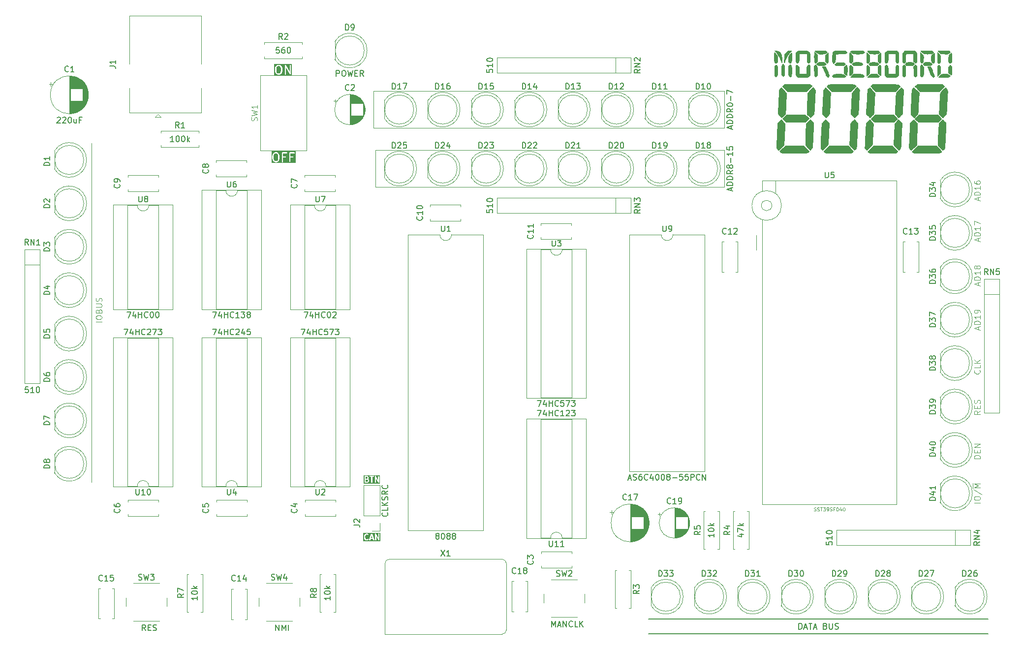
<source format=gbr>
%TF.GenerationSoftware,KiCad,Pcbnew,9.0.1*%
%TF.CreationDate,2025-05-07T19:21:37+02:00*%
%TF.ProjectId,morseboard-8088,6d6f7273-6562-46f6-9172-642d38303838,rev?*%
%TF.SameCoordinates,Original*%
%TF.FileFunction,Legend,Top*%
%TF.FilePolarity,Positive*%
%FSLAX46Y46*%
G04 Gerber Fmt 4.6, Leading zero omitted, Abs format (unit mm)*
G04 Created by KiCad (PCBNEW 9.0.1) date 2025-05-07 19:21:37*
%MOMM*%
%LPD*%
G01*
G04 APERTURE LIST*
%ADD10C,0.200000*%
%ADD11C,0.100000*%
%ADD12C,0.150000*%
%ADD13C,0.090000*%
%ADD14C,0.000000*%
%ADD15C,0.120000*%
G04 APERTURE END LIST*
D10*
G36*
X125940764Y-48243642D02*
G01*
X126052560Y-48355438D01*
X126114286Y-48602337D01*
X126114286Y-49077718D01*
X126052560Y-49324617D01*
X125940764Y-49436413D01*
X125833536Y-49490028D01*
X125595036Y-49490028D01*
X125487807Y-49436413D01*
X125376010Y-49324616D01*
X125314286Y-49077719D01*
X125314286Y-48602336D01*
X125376010Y-48355438D01*
X125487806Y-48243643D01*
X125595036Y-48190028D01*
X125833535Y-48190028D01*
X125940764Y-48243642D01*
G37*
G36*
X129121889Y-49856695D02*
G01*
X124947619Y-49856695D01*
X124947619Y-48590028D01*
X125114286Y-48590028D01*
X125114286Y-49090028D01*
X125114621Y-49093430D01*
X125114404Y-49094889D01*
X125115483Y-49102185D01*
X125116207Y-49109537D01*
X125116772Y-49110901D01*
X125117272Y-49114281D01*
X125188700Y-49399995D01*
X125195295Y-49418456D01*
X125199721Y-49424430D01*
X125202567Y-49431299D01*
X125215003Y-49446453D01*
X125357862Y-49589311D01*
X125365529Y-49595604D01*
X125367261Y-49597600D01*
X125370269Y-49599493D01*
X125373015Y-49601747D01*
X125375454Y-49602757D01*
X125383851Y-49608043D01*
X125526708Y-49679471D01*
X125545017Y-49686477D01*
X125548599Y-49686731D01*
X125551920Y-49688107D01*
X125571429Y-49690028D01*
X125857143Y-49690028D01*
X125876652Y-49688107D01*
X125879972Y-49686731D01*
X125883556Y-49686477D01*
X125901864Y-49679471D01*
X126044721Y-49608043D01*
X126053117Y-49602757D01*
X126055558Y-49601747D01*
X126058303Y-49599493D01*
X126061312Y-49597600D01*
X126063044Y-49595602D01*
X126070711Y-49589310D01*
X126213568Y-49446452D01*
X126226004Y-49431299D01*
X126228849Y-49424430D01*
X126233276Y-49418456D01*
X126239871Y-49399996D01*
X126311300Y-49114282D01*
X126311800Y-49110900D01*
X126312365Y-49109537D01*
X126313088Y-49102188D01*
X126314168Y-49094890D01*
X126313950Y-49093431D01*
X126314286Y-49090028D01*
X126314286Y-48590028D01*
X126313950Y-48586624D01*
X126314168Y-48585166D01*
X126313088Y-48577867D01*
X126312365Y-48570519D01*
X126311800Y-48569155D01*
X126311300Y-48565774D01*
X126239871Y-48280060D01*
X126233276Y-48261600D01*
X126228849Y-48255625D01*
X126226004Y-48248756D01*
X126213567Y-48233603D01*
X126070711Y-48090746D01*
X126069836Y-48090028D01*
X126757143Y-48090028D01*
X126757143Y-49590028D01*
X126759064Y-49609537D01*
X126773996Y-49645585D01*
X126801586Y-49673175D01*
X126837634Y-49688107D01*
X126876652Y-49688107D01*
X126912700Y-49673175D01*
X126940290Y-49645585D01*
X126955222Y-49609537D01*
X126957143Y-49590028D01*
X126957143Y-48904314D01*
X127357143Y-48904314D01*
X127376652Y-48902393D01*
X127412700Y-48887461D01*
X127440290Y-48859871D01*
X127455222Y-48823823D01*
X127455222Y-48784805D01*
X127440290Y-48748757D01*
X127412700Y-48721167D01*
X127376652Y-48706235D01*
X127357143Y-48704314D01*
X126957143Y-48704314D01*
X126957143Y-48190028D01*
X127571429Y-48190028D01*
X127590938Y-48188107D01*
X127626986Y-48173175D01*
X127654576Y-48145585D01*
X127669508Y-48109537D01*
X127669508Y-48090028D01*
X128042857Y-48090028D01*
X128042857Y-49590028D01*
X128044778Y-49609537D01*
X128059710Y-49645585D01*
X128087300Y-49673175D01*
X128123348Y-49688107D01*
X128162366Y-49688107D01*
X128198414Y-49673175D01*
X128226004Y-49645585D01*
X128240936Y-49609537D01*
X128242857Y-49590028D01*
X128242857Y-48904314D01*
X128642857Y-48904314D01*
X128662366Y-48902393D01*
X128698414Y-48887461D01*
X128726004Y-48859871D01*
X128740936Y-48823823D01*
X128740936Y-48784805D01*
X128726004Y-48748757D01*
X128698414Y-48721167D01*
X128662366Y-48706235D01*
X128642857Y-48704314D01*
X128242857Y-48704314D01*
X128242857Y-48190028D01*
X128857143Y-48190028D01*
X128876652Y-48188107D01*
X128912700Y-48173175D01*
X128940290Y-48145585D01*
X128955222Y-48109537D01*
X128955222Y-48070519D01*
X128940290Y-48034471D01*
X128912700Y-48006881D01*
X128876652Y-47991949D01*
X128857143Y-47990028D01*
X128142857Y-47990028D01*
X128123348Y-47991949D01*
X128087300Y-48006881D01*
X128059710Y-48034471D01*
X128044778Y-48070519D01*
X128042857Y-48090028D01*
X127669508Y-48090028D01*
X127669508Y-48070519D01*
X127654576Y-48034471D01*
X127626986Y-48006881D01*
X127590938Y-47991949D01*
X127571429Y-47990028D01*
X126857143Y-47990028D01*
X126837634Y-47991949D01*
X126801586Y-48006881D01*
X126773996Y-48034471D01*
X126759064Y-48070519D01*
X126757143Y-48090028D01*
X126069836Y-48090028D01*
X126063044Y-48084454D01*
X126061312Y-48082457D01*
X126058300Y-48080561D01*
X126055557Y-48078310D01*
X126053119Y-48077300D01*
X126044721Y-48072014D01*
X125901865Y-48000585D01*
X125883556Y-47993579D01*
X125879972Y-47993324D01*
X125876652Y-47991949D01*
X125857143Y-47990028D01*
X125571429Y-47990028D01*
X125551920Y-47991949D01*
X125548599Y-47993324D01*
X125545016Y-47993579D01*
X125526707Y-48000585D01*
X125383850Y-48072014D01*
X125375451Y-48077300D01*
X125373015Y-48078310D01*
X125370272Y-48080560D01*
X125367260Y-48082457D01*
X125365526Y-48084455D01*
X125357862Y-48090746D01*
X125215004Y-48233603D01*
X125202567Y-48248756D01*
X125199721Y-48255625D01*
X125195295Y-48261600D01*
X125188700Y-48280061D01*
X125117272Y-48565775D01*
X125116772Y-48569154D01*
X125116207Y-48570519D01*
X125115483Y-48577870D01*
X125114404Y-48585167D01*
X125114621Y-48586625D01*
X125114286Y-48590028D01*
X124947619Y-48590028D01*
X124947619Y-47823361D01*
X129121889Y-47823361D01*
X129121889Y-49856695D01*
G37*
G36*
X126440763Y-33179642D02*
G01*
X126552559Y-33291438D01*
X126614285Y-33538337D01*
X126614285Y-34013718D01*
X126552559Y-34260617D01*
X126440763Y-34372413D01*
X126333535Y-34426028D01*
X126095035Y-34426028D01*
X125987806Y-34372413D01*
X125876009Y-34260616D01*
X125814285Y-34013719D01*
X125814285Y-33538336D01*
X125876009Y-33291438D01*
X125987805Y-33179643D01*
X126095035Y-33126028D01*
X126333534Y-33126028D01*
X126440763Y-33179642D01*
G37*
G36*
X128480952Y-34792695D02*
G01*
X125447618Y-34792695D01*
X125447618Y-33526028D01*
X125614285Y-33526028D01*
X125614285Y-34026028D01*
X125614620Y-34029430D01*
X125614403Y-34030889D01*
X125615482Y-34038185D01*
X125616206Y-34045537D01*
X125616771Y-34046901D01*
X125617271Y-34050281D01*
X125688699Y-34335995D01*
X125695294Y-34354456D01*
X125699720Y-34360430D01*
X125702566Y-34367299D01*
X125715002Y-34382453D01*
X125857861Y-34525311D01*
X125865528Y-34531604D01*
X125867260Y-34533600D01*
X125870268Y-34535493D01*
X125873014Y-34537747D01*
X125875453Y-34538757D01*
X125883850Y-34544043D01*
X126026707Y-34615471D01*
X126045016Y-34622477D01*
X126048598Y-34622731D01*
X126051919Y-34624107D01*
X126071428Y-34626028D01*
X126357142Y-34626028D01*
X126376651Y-34624107D01*
X126379971Y-34622731D01*
X126383555Y-34622477D01*
X126401863Y-34615471D01*
X126544720Y-34544043D01*
X126553116Y-34538757D01*
X126555557Y-34537747D01*
X126558302Y-34535493D01*
X126561311Y-34533600D01*
X126563043Y-34531602D01*
X126570710Y-34525310D01*
X126713567Y-34382452D01*
X126726003Y-34367299D01*
X126728848Y-34360430D01*
X126733275Y-34354456D01*
X126739870Y-34335996D01*
X126811299Y-34050282D01*
X126811799Y-34046900D01*
X126812364Y-34045537D01*
X126813087Y-34038188D01*
X126814167Y-34030890D01*
X126813949Y-34029431D01*
X126814285Y-34026028D01*
X126814285Y-33526028D01*
X126813949Y-33522624D01*
X126814167Y-33521166D01*
X126813087Y-33513867D01*
X126812364Y-33506519D01*
X126811799Y-33505155D01*
X126811299Y-33501774D01*
X126739870Y-33216060D01*
X126733275Y-33197600D01*
X126728848Y-33191625D01*
X126726003Y-33184756D01*
X126713566Y-33169603D01*
X126570710Y-33026746D01*
X126569835Y-33026028D01*
X127257142Y-33026028D01*
X127257142Y-34526028D01*
X127259063Y-34545537D01*
X127273995Y-34581585D01*
X127301585Y-34609175D01*
X127337633Y-34624107D01*
X127376651Y-34624107D01*
X127412699Y-34609175D01*
X127440289Y-34581585D01*
X127455221Y-34545537D01*
X127457142Y-34526028D01*
X127457142Y-33402583D01*
X128127461Y-34575642D01*
X128130379Y-34579753D01*
X128131138Y-34581585D01*
X128133003Y-34583450D01*
X128138808Y-34591628D01*
X128149327Y-34599774D01*
X128158728Y-34609175D01*
X128164615Y-34611613D01*
X128169657Y-34615518D01*
X128182489Y-34619017D01*
X128194776Y-34624107D01*
X128201152Y-34624107D01*
X128207301Y-34625784D01*
X128220494Y-34624107D01*
X128233794Y-34624107D01*
X128239682Y-34621667D01*
X128246007Y-34620864D01*
X128257558Y-34614263D01*
X128269842Y-34609175D01*
X128274347Y-34604669D01*
X128279885Y-34601505D01*
X128288031Y-34590985D01*
X128297432Y-34581585D01*
X128299870Y-34575697D01*
X128303775Y-34570656D01*
X128307274Y-34557823D01*
X128312364Y-34545537D01*
X128313346Y-34535559D01*
X128314041Y-34533013D01*
X128313790Y-34531045D01*
X128314285Y-34526028D01*
X128314285Y-33026028D01*
X128312364Y-33006519D01*
X128297432Y-32970471D01*
X128269842Y-32942881D01*
X128233794Y-32927949D01*
X128194776Y-32927949D01*
X128158728Y-32942881D01*
X128131138Y-32970471D01*
X128116206Y-33006519D01*
X128114285Y-33026028D01*
X128114285Y-34149472D01*
X127443966Y-32976414D01*
X127441047Y-32972303D01*
X127440289Y-32970471D01*
X127438422Y-32968604D01*
X127432619Y-32960429D01*
X127422104Y-32952286D01*
X127412699Y-32942881D01*
X127406808Y-32940441D01*
X127401770Y-32936539D01*
X127388941Y-32933040D01*
X127376651Y-32927949D01*
X127370276Y-32927949D01*
X127364127Y-32926272D01*
X127350934Y-32927949D01*
X127337633Y-32927949D01*
X127331744Y-32930388D01*
X127325420Y-32931192D01*
X127313870Y-32937792D01*
X127301585Y-32942881D01*
X127297077Y-32947388D01*
X127291543Y-32950551D01*
X127283400Y-32961065D01*
X127273995Y-32970471D01*
X127271555Y-32976361D01*
X127267653Y-32981400D01*
X127264154Y-32994228D01*
X127259063Y-33006519D01*
X127258080Y-33016496D01*
X127257386Y-33019043D01*
X127257636Y-33021010D01*
X127257142Y-33026028D01*
X126569835Y-33026028D01*
X126563043Y-33020454D01*
X126561311Y-33018457D01*
X126558299Y-33016561D01*
X126555556Y-33014310D01*
X126553118Y-33013300D01*
X126544720Y-33008014D01*
X126401864Y-32936585D01*
X126383555Y-32929579D01*
X126379971Y-32929324D01*
X126376651Y-32927949D01*
X126357142Y-32926028D01*
X126071428Y-32926028D01*
X126051919Y-32927949D01*
X126048598Y-32929324D01*
X126045015Y-32929579D01*
X126026706Y-32936585D01*
X125883849Y-33008014D01*
X125875450Y-33013300D01*
X125873014Y-33014310D01*
X125870271Y-33016560D01*
X125867259Y-33018457D01*
X125865525Y-33020455D01*
X125857861Y-33026746D01*
X125715003Y-33169603D01*
X125702566Y-33184756D01*
X125699720Y-33191625D01*
X125695294Y-33197600D01*
X125688699Y-33216061D01*
X125617271Y-33501775D01*
X125616771Y-33505154D01*
X125616206Y-33506519D01*
X125615482Y-33513870D01*
X125614403Y-33521167D01*
X125614620Y-33522625D01*
X125614285Y-33526028D01*
X125447618Y-33526028D01*
X125447618Y-32759361D01*
X128480952Y-32759361D01*
X128480952Y-34792695D01*
G37*
G36*
X142315543Y-114289504D02*
G01*
X142116838Y-114289504D01*
X142216190Y-113991446D01*
X142315543Y-114289504D01*
G37*
G36*
X143665396Y-114886330D02*
G01*
X140766984Y-114886330D01*
X140766984Y-114103790D01*
X140878095Y-114103790D01*
X140878095Y-114246647D01*
X140878430Y-114250049D01*
X140878213Y-114251508D01*
X140879292Y-114258805D01*
X140880016Y-114266156D01*
X140880580Y-114267519D01*
X140881081Y-114270901D01*
X140928700Y-114461376D01*
X140929213Y-114462813D01*
X140929265Y-114463536D01*
X140932373Y-114471660D01*
X140935295Y-114479837D01*
X140935725Y-114480417D01*
X140936271Y-114481844D01*
X140983890Y-114577082D01*
X140989172Y-114585474D01*
X140990185Y-114587918D01*
X140992441Y-114590667D01*
X140994333Y-114593672D01*
X140996327Y-114595401D01*
X141002622Y-114603071D01*
X141097860Y-114698311D01*
X141113013Y-114710747D01*
X141116332Y-114712122D01*
X141119048Y-114714477D01*
X141136948Y-114722468D01*
X141279805Y-114770087D01*
X141289477Y-114772286D01*
X141291919Y-114773298D01*
X141295456Y-114773646D01*
X141298920Y-114774434D01*
X141301554Y-114774246D01*
X141311428Y-114775219D01*
X141406666Y-114775219D01*
X141416539Y-114774246D01*
X141419173Y-114774434D01*
X141422636Y-114773646D01*
X141426175Y-114773298D01*
X141428617Y-114772286D01*
X141438289Y-114770087D01*
X141581145Y-114722468D01*
X141599046Y-114714477D01*
X141601761Y-114712122D01*
X141605081Y-114710747D01*
X141620234Y-114698310D01*
X141655831Y-114662712D01*
X141783642Y-114662712D01*
X141786408Y-114701632D01*
X141803858Y-114736531D01*
X141833334Y-114762096D01*
X141870350Y-114774434D01*
X141909270Y-114771668D01*
X141944169Y-114754218D01*
X141969734Y-114724742D01*
X141977725Y-114706842D01*
X142050171Y-114489504D01*
X142382209Y-114489504D01*
X142454655Y-114706841D01*
X142462646Y-114724742D01*
X142488211Y-114754218D01*
X142523110Y-114771667D01*
X142562030Y-114774434D01*
X142599046Y-114762095D01*
X142628522Y-114736530D01*
X142645972Y-114701631D01*
X142648738Y-114662711D01*
X142644391Y-114643596D01*
X142321599Y-113675219D01*
X142782857Y-113675219D01*
X142782857Y-114675219D01*
X142784778Y-114694728D01*
X142799710Y-114730776D01*
X142827300Y-114758366D01*
X142863348Y-114773298D01*
X142902366Y-114773298D01*
X142938414Y-114758366D01*
X142966004Y-114730776D01*
X142980936Y-114694728D01*
X142982857Y-114675219D01*
X142982857Y-114051775D01*
X143367461Y-114724833D01*
X143370379Y-114728943D01*
X143371138Y-114730776D01*
X143373004Y-114732642D01*
X143378808Y-114740818D01*
X143389324Y-114748962D01*
X143398728Y-114758366D01*
X143404615Y-114760804D01*
X143409657Y-114764709D01*
X143422489Y-114768208D01*
X143434776Y-114773298D01*
X143441152Y-114773298D01*
X143447301Y-114774975D01*
X143460494Y-114773298D01*
X143473794Y-114773298D01*
X143479682Y-114770858D01*
X143486007Y-114770055D01*
X143497556Y-114763454D01*
X143509842Y-114758366D01*
X143514349Y-114753858D01*
X143519884Y-114750696D01*
X143528028Y-114740179D01*
X143537432Y-114730776D01*
X143539870Y-114724888D01*
X143543775Y-114719847D01*
X143547274Y-114707014D01*
X143552364Y-114694728D01*
X143553346Y-114684750D01*
X143554041Y-114682204D01*
X143553790Y-114680236D01*
X143554285Y-114675219D01*
X143554285Y-113675219D01*
X143552364Y-113655710D01*
X143537432Y-113619662D01*
X143509842Y-113592072D01*
X143473794Y-113577140D01*
X143434776Y-113577140D01*
X143398728Y-113592072D01*
X143371138Y-113619662D01*
X143356206Y-113655710D01*
X143354285Y-113675219D01*
X143354285Y-114298662D01*
X142969681Y-113625605D01*
X142966762Y-113621494D01*
X142966004Y-113619662D01*
X142964137Y-113617795D01*
X142958334Y-113609620D01*
X142947819Y-113601477D01*
X142938414Y-113592072D01*
X142932523Y-113589632D01*
X142927485Y-113585730D01*
X142914656Y-113582231D01*
X142902366Y-113577140D01*
X142895991Y-113577140D01*
X142889842Y-113575463D01*
X142876649Y-113577140D01*
X142863348Y-113577140D01*
X142857459Y-113579579D01*
X142851135Y-113580383D01*
X142839585Y-113586983D01*
X142827300Y-113592072D01*
X142822792Y-113596579D01*
X142817258Y-113599742D01*
X142809115Y-113610256D01*
X142799710Y-113619662D01*
X142797270Y-113625552D01*
X142793368Y-113630591D01*
X142789869Y-113643419D01*
X142784778Y-113655710D01*
X142783795Y-113665687D01*
X142783101Y-113668234D01*
X142783351Y-113670201D01*
X142782857Y-113675219D01*
X142321599Y-113675219D01*
X142311058Y-113643596D01*
X142303067Y-113625696D01*
X142298382Y-113620294D01*
X142295189Y-113613908D01*
X142285720Y-113605695D01*
X142277502Y-113596220D01*
X142271110Y-113593023D01*
X142265713Y-113588343D01*
X142253819Y-113584378D01*
X142242603Y-113578770D01*
X142235475Y-113578263D01*
X142228697Y-113576004D01*
X142216192Y-113576893D01*
X142203683Y-113576004D01*
X142196901Y-113578264D01*
X142189777Y-113578771D01*
X142178568Y-113584374D01*
X142166667Y-113588342D01*
X142161266Y-113593025D01*
X142154878Y-113596220D01*
X142146662Y-113605691D01*
X142137191Y-113613907D01*
X142133996Y-113620296D01*
X142129313Y-113625696D01*
X142121322Y-113643597D01*
X141787989Y-114643596D01*
X141783642Y-114662712D01*
X141655831Y-114662712D01*
X141667853Y-114650690D01*
X141680290Y-114635537D01*
X141695221Y-114599488D01*
X141695220Y-114560470D01*
X141680289Y-114524422D01*
X141652698Y-114496832D01*
X141616650Y-114481901D01*
X141577632Y-114481902D01*
X141541584Y-114496833D01*
X141526430Y-114509270D01*
X141495503Y-114540197D01*
X141390439Y-114575219D01*
X141327654Y-114575219D01*
X141222589Y-114540197D01*
X141155519Y-114473127D01*
X141120065Y-114402218D01*
X141078095Y-114234337D01*
X141078095Y-114116100D01*
X141120065Y-113948218D01*
X141155518Y-113877312D01*
X141222590Y-113810240D01*
X141327654Y-113775219D01*
X141390439Y-113775219D01*
X141495504Y-113810240D01*
X141526431Y-113841167D01*
X141541584Y-113853604D01*
X141577633Y-113868535D01*
X141616651Y-113868535D01*
X141652699Y-113853604D01*
X141680289Y-113826014D01*
X141695220Y-113789966D01*
X141695220Y-113750948D01*
X141680289Y-113714899D01*
X141667852Y-113699746D01*
X141620234Y-113652127D01*
X141605080Y-113639691D01*
X141601761Y-113638316D01*
X141599046Y-113635961D01*
X141581145Y-113627970D01*
X141438289Y-113580351D01*
X141428617Y-113578151D01*
X141426175Y-113577140D01*
X141422636Y-113576791D01*
X141419173Y-113576004D01*
X141416539Y-113576191D01*
X141406666Y-113575219D01*
X141311428Y-113575219D01*
X141301554Y-113576191D01*
X141298920Y-113576004D01*
X141295456Y-113576791D01*
X141291919Y-113577140D01*
X141289477Y-113578151D01*
X141279805Y-113580351D01*
X141136948Y-113627970D01*
X141119048Y-113635961D01*
X141116332Y-113638316D01*
X141113014Y-113639691D01*
X141097860Y-113652127D01*
X141002622Y-113747365D01*
X140996327Y-113755035D01*
X140994333Y-113756765D01*
X140992439Y-113759772D01*
X140990186Y-113762519D01*
X140989175Y-113764958D01*
X140983890Y-113773355D01*
X140936271Y-113868593D01*
X140935725Y-113870019D01*
X140935295Y-113870600D01*
X140932373Y-113878776D01*
X140929265Y-113886901D01*
X140929213Y-113887623D01*
X140928700Y-113889061D01*
X140881081Y-114079536D01*
X140880580Y-114082917D01*
X140880016Y-114084281D01*
X140879292Y-114091631D01*
X140878213Y-114098929D01*
X140878430Y-114100387D01*
X140878095Y-114103790D01*
X140766984Y-114103790D01*
X140766984Y-113464108D01*
X143665396Y-113464108D01*
X143665396Y-114886330D01*
G37*
G36*
X141495504Y-104380430D02*
G01*
X141514956Y-104399882D01*
X141544761Y-104459492D01*
X141544761Y-104555135D01*
X141514956Y-104614743D01*
X141490287Y-104639413D01*
X141430678Y-104669219D01*
X141173333Y-104669219D01*
X141173333Y-104345409D01*
X141390439Y-104345409D01*
X141495504Y-104380430D01*
G37*
G36*
X141442668Y-103899024D02*
G01*
X141467337Y-103923692D01*
X141497142Y-103983302D01*
X141497142Y-104031326D01*
X141467337Y-104090935D01*
X141442668Y-104115603D01*
X141383059Y-104145409D01*
X141173333Y-104145409D01*
X141173333Y-103869219D01*
X141383059Y-103869219D01*
X141442668Y-103899024D01*
G37*
G36*
X143617777Y-104980330D02*
G01*
X140862222Y-104980330D01*
X140862222Y-103769219D01*
X140973333Y-103769219D01*
X140973333Y-104769219D01*
X140975254Y-104788728D01*
X140990186Y-104824776D01*
X141017776Y-104852366D01*
X141053824Y-104867298D01*
X141073333Y-104869219D01*
X141454285Y-104869219D01*
X141473794Y-104867298D01*
X141477114Y-104865922D01*
X141480698Y-104865668D01*
X141499006Y-104858662D01*
X141594244Y-104811043D01*
X141602639Y-104805758D01*
X141605081Y-104804747D01*
X141607828Y-104802491D01*
X141610834Y-104800600D01*
X141612564Y-104798605D01*
X141620234Y-104792310D01*
X141667853Y-104744690D01*
X141674145Y-104737023D01*
X141676142Y-104735292D01*
X141678035Y-104732284D01*
X141680290Y-104729537D01*
X141681301Y-104727095D01*
X141686585Y-104718701D01*
X141734204Y-104623464D01*
X141741210Y-104605155D01*
X141741464Y-104601571D01*
X141742840Y-104598251D01*
X141744761Y-104578742D01*
X141744761Y-104435885D01*
X141742840Y-104416376D01*
X141741464Y-104413055D01*
X141741210Y-104409472D01*
X141734204Y-104391163D01*
X141686585Y-104295926D01*
X141681299Y-104287529D01*
X141680289Y-104285089D01*
X141678035Y-104282343D01*
X141676142Y-104279335D01*
X141674144Y-104277602D01*
X141667852Y-104269936D01*
X141620234Y-104222317D01*
X141619445Y-104221669D01*
X141620233Y-104220882D01*
X141626525Y-104213215D01*
X141628523Y-104211483D01*
X141630416Y-104208474D01*
X141632670Y-104205729D01*
X141633680Y-104203288D01*
X141638966Y-104194892D01*
X141686585Y-104099655D01*
X141693591Y-104081346D01*
X141693845Y-104077762D01*
X141695221Y-104074442D01*
X141697142Y-104054933D01*
X141697142Y-103959695D01*
X141695221Y-103940186D01*
X141693845Y-103936865D01*
X141693591Y-103933282D01*
X141686585Y-103914973D01*
X141638966Y-103819736D01*
X141633680Y-103811339D01*
X141632670Y-103808899D01*
X141630416Y-103806153D01*
X141628523Y-103803145D01*
X141626525Y-103801412D01*
X141620233Y-103793746D01*
X141576198Y-103749710D01*
X141832397Y-103749710D01*
X141832397Y-103788728D01*
X141847329Y-103824776D01*
X141874919Y-103852366D01*
X141910967Y-103867298D01*
X141930476Y-103869219D01*
X142116190Y-103869219D01*
X142116190Y-104769219D01*
X142118111Y-104788728D01*
X142133043Y-104824776D01*
X142160633Y-104852366D01*
X142196681Y-104867298D01*
X142235699Y-104867298D01*
X142271747Y-104852366D01*
X142299337Y-104824776D01*
X142314269Y-104788728D01*
X142316190Y-104769219D01*
X142316190Y-103869219D01*
X142501904Y-103869219D01*
X142521413Y-103867298D01*
X142557461Y-103852366D01*
X142585051Y-103824776D01*
X142599983Y-103788728D01*
X142599983Y-103769219D01*
X142735238Y-103769219D01*
X142735238Y-104769219D01*
X142737159Y-104788728D01*
X142752091Y-104824776D01*
X142779681Y-104852366D01*
X142815729Y-104867298D01*
X142854747Y-104867298D01*
X142890795Y-104852366D01*
X142918385Y-104824776D01*
X142933317Y-104788728D01*
X142935238Y-104769219D01*
X142935238Y-104145775D01*
X143319842Y-104818833D01*
X143322760Y-104822943D01*
X143323519Y-104824776D01*
X143325385Y-104826642D01*
X143331189Y-104834818D01*
X143341705Y-104842962D01*
X143351109Y-104852366D01*
X143356996Y-104854804D01*
X143362038Y-104858709D01*
X143374870Y-104862208D01*
X143387157Y-104867298D01*
X143393533Y-104867298D01*
X143399682Y-104868975D01*
X143412875Y-104867298D01*
X143426175Y-104867298D01*
X143432063Y-104864858D01*
X143438388Y-104864055D01*
X143449937Y-104857454D01*
X143462223Y-104852366D01*
X143466730Y-104847858D01*
X143472265Y-104844696D01*
X143480409Y-104834179D01*
X143489813Y-104824776D01*
X143492251Y-104818888D01*
X143496156Y-104813847D01*
X143499655Y-104801014D01*
X143504745Y-104788728D01*
X143505727Y-104778750D01*
X143506422Y-104776204D01*
X143506171Y-104774236D01*
X143506666Y-104769219D01*
X143506666Y-103769219D01*
X143504745Y-103749710D01*
X143489813Y-103713662D01*
X143462223Y-103686072D01*
X143426175Y-103671140D01*
X143387157Y-103671140D01*
X143351109Y-103686072D01*
X143323519Y-103713662D01*
X143308587Y-103749710D01*
X143306666Y-103769219D01*
X143306666Y-104392662D01*
X142922062Y-103719605D01*
X142919143Y-103715494D01*
X142918385Y-103713662D01*
X142916518Y-103711795D01*
X142910715Y-103703620D01*
X142900200Y-103695477D01*
X142890795Y-103686072D01*
X142884904Y-103683632D01*
X142879866Y-103679730D01*
X142867037Y-103676231D01*
X142854747Y-103671140D01*
X142848372Y-103671140D01*
X142842223Y-103669463D01*
X142829030Y-103671140D01*
X142815729Y-103671140D01*
X142809840Y-103673579D01*
X142803516Y-103674383D01*
X142791966Y-103680983D01*
X142779681Y-103686072D01*
X142775173Y-103690579D01*
X142769639Y-103693742D01*
X142761496Y-103704256D01*
X142752091Y-103713662D01*
X142749651Y-103719552D01*
X142745749Y-103724591D01*
X142742250Y-103737419D01*
X142737159Y-103749710D01*
X142736176Y-103759687D01*
X142735482Y-103762234D01*
X142735732Y-103764201D01*
X142735238Y-103769219D01*
X142599983Y-103769219D01*
X142599983Y-103749710D01*
X142585051Y-103713662D01*
X142557461Y-103686072D01*
X142521413Y-103671140D01*
X142501904Y-103669219D01*
X141930476Y-103669219D01*
X141910967Y-103671140D01*
X141874919Y-103686072D01*
X141847329Y-103713662D01*
X141832397Y-103749710D01*
X141576198Y-103749710D01*
X141572615Y-103746127D01*
X141564944Y-103739832D01*
X141563215Y-103737838D01*
X141560207Y-103735944D01*
X141557461Y-103733691D01*
X141555021Y-103732680D01*
X141546625Y-103727395D01*
X141451387Y-103679776D01*
X141433079Y-103672770D01*
X141429495Y-103672515D01*
X141426175Y-103671140D01*
X141406666Y-103669219D01*
X141073333Y-103669219D01*
X141053824Y-103671140D01*
X141017776Y-103686072D01*
X140990186Y-103713662D01*
X140975254Y-103749710D01*
X140973333Y-103769219D01*
X140862222Y-103769219D01*
X140862222Y-103558108D01*
X143617777Y-103558108D01*
X143617777Y-104980330D01*
G37*
D11*
X95757419Y-77166115D02*
X94757419Y-77166115D01*
X94757419Y-76499449D02*
X94757419Y-76308973D01*
X94757419Y-76308973D02*
X94805038Y-76213735D01*
X94805038Y-76213735D02*
X94900276Y-76118497D01*
X94900276Y-76118497D02*
X95090752Y-76070878D01*
X95090752Y-76070878D02*
X95424085Y-76070878D01*
X95424085Y-76070878D02*
X95614561Y-76118497D01*
X95614561Y-76118497D02*
X95709800Y-76213735D01*
X95709800Y-76213735D02*
X95757419Y-76308973D01*
X95757419Y-76308973D02*
X95757419Y-76499449D01*
X95757419Y-76499449D02*
X95709800Y-76594687D01*
X95709800Y-76594687D02*
X95614561Y-76689925D01*
X95614561Y-76689925D02*
X95424085Y-76737544D01*
X95424085Y-76737544D02*
X95090752Y-76737544D01*
X95090752Y-76737544D02*
X94900276Y-76689925D01*
X94900276Y-76689925D02*
X94805038Y-76594687D01*
X94805038Y-76594687D02*
X94757419Y-76499449D01*
X95233609Y-75308973D02*
X95281228Y-75166116D01*
X95281228Y-75166116D02*
X95328847Y-75118497D01*
X95328847Y-75118497D02*
X95424085Y-75070878D01*
X95424085Y-75070878D02*
X95566942Y-75070878D01*
X95566942Y-75070878D02*
X95662180Y-75118497D01*
X95662180Y-75118497D02*
X95709800Y-75166116D01*
X95709800Y-75166116D02*
X95757419Y-75261354D01*
X95757419Y-75261354D02*
X95757419Y-75642306D01*
X95757419Y-75642306D02*
X94757419Y-75642306D01*
X94757419Y-75642306D02*
X94757419Y-75308973D01*
X94757419Y-75308973D02*
X94805038Y-75213735D01*
X94805038Y-75213735D02*
X94852657Y-75166116D01*
X94852657Y-75166116D02*
X94947895Y-75118497D01*
X94947895Y-75118497D02*
X95043133Y-75118497D01*
X95043133Y-75118497D02*
X95138371Y-75166116D01*
X95138371Y-75166116D02*
X95185990Y-75213735D01*
X95185990Y-75213735D02*
X95233609Y-75308973D01*
X95233609Y-75308973D02*
X95233609Y-75642306D01*
X94757419Y-74642306D02*
X95566942Y-74642306D01*
X95566942Y-74642306D02*
X95662180Y-74594687D01*
X95662180Y-74594687D02*
X95709800Y-74547068D01*
X95709800Y-74547068D02*
X95757419Y-74451830D01*
X95757419Y-74451830D02*
X95757419Y-74261354D01*
X95757419Y-74261354D02*
X95709800Y-74166116D01*
X95709800Y-74166116D02*
X95662180Y-74118497D01*
X95662180Y-74118497D02*
X95566942Y-74070878D01*
X95566942Y-74070878D02*
X94757419Y-74070878D01*
X95709800Y-73642306D02*
X95757419Y-73499449D01*
X95757419Y-73499449D02*
X95757419Y-73261354D01*
X95757419Y-73261354D02*
X95709800Y-73166116D01*
X95709800Y-73166116D02*
X95662180Y-73118497D01*
X95662180Y-73118497D02*
X95566942Y-73070878D01*
X95566942Y-73070878D02*
X95471704Y-73070878D01*
X95471704Y-73070878D02*
X95376466Y-73118497D01*
X95376466Y-73118497D02*
X95328847Y-73166116D01*
X95328847Y-73166116D02*
X95281228Y-73261354D01*
X95281228Y-73261354D02*
X95233609Y-73451830D01*
X95233609Y-73451830D02*
X95185990Y-73547068D01*
X95185990Y-73547068D02*
X95138371Y-73594687D01*
X95138371Y-73594687D02*
X95043133Y-73642306D01*
X95043133Y-73642306D02*
X94947895Y-73642306D01*
X94947895Y-73642306D02*
X94852657Y-73594687D01*
X94852657Y-73594687D02*
X94805038Y-73547068D01*
X94805038Y-73547068D02*
X94757419Y-73451830D01*
X94757419Y-73451830D02*
X94757419Y-73213735D01*
X94757419Y-73213735D02*
X94805038Y-73070878D01*
X93980000Y-46429499D02*
X93980000Y-104775000D01*
X246887419Y-108281115D02*
X245887419Y-108281115D01*
X245887419Y-107614449D02*
X245887419Y-107423973D01*
X245887419Y-107423973D02*
X245935038Y-107328735D01*
X245935038Y-107328735D02*
X246030276Y-107233497D01*
X246030276Y-107233497D02*
X246220752Y-107185878D01*
X246220752Y-107185878D02*
X246554085Y-107185878D01*
X246554085Y-107185878D02*
X246744561Y-107233497D01*
X246744561Y-107233497D02*
X246839800Y-107328735D01*
X246839800Y-107328735D02*
X246887419Y-107423973D01*
X246887419Y-107423973D02*
X246887419Y-107614449D01*
X246887419Y-107614449D02*
X246839800Y-107709687D01*
X246839800Y-107709687D02*
X246744561Y-107804925D01*
X246744561Y-107804925D02*
X246554085Y-107852544D01*
X246554085Y-107852544D02*
X246220752Y-107852544D01*
X246220752Y-107852544D02*
X246030276Y-107804925D01*
X246030276Y-107804925D02*
X245935038Y-107709687D01*
X245935038Y-107709687D02*
X245887419Y-107614449D01*
X245839800Y-106043021D02*
X247125514Y-106900163D01*
X246887419Y-105709687D02*
X245887419Y-105709687D01*
X245887419Y-105709687D02*
X246601704Y-105376354D01*
X246601704Y-105376354D02*
X245887419Y-105043021D01*
X245887419Y-105043021D02*
X246887419Y-105043021D01*
X245609800Y-105847783D02*
X245609800Y-104904926D01*
X246887419Y-100661115D02*
X245887419Y-100661115D01*
X245887419Y-100661115D02*
X245887419Y-100423020D01*
X245887419Y-100423020D02*
X245935038Y-100280163D01*
X245935038Y-100280163D02*
X246030276Y-100184925D01*
X246030276Y-100184925D02*
X246125514Y-100137306D01*
X246125514Y-100137306D02*
X246315990Y-100089687D01*
X246315990Y-100089687D02*
X246458847Y-100089687D01*
X246458847Y-100089687D02*
X246649323Y-100137306D01*
X246649323Y-100137306D02*
X246744561Y-100184925D01*
X246744561Y-100184925D02*
X246839800Y-100280163D01*
X246839800Y-100280163D02*
X246887419Y-100423020D01*
X246887419Y-100423020D02*
X246887419Y-100661115D01*
X246363609Y-99661115D02*
X246363609Y-99327782D01*
X246887419Y-99184925D02*
X246887419Y-99661115D01*
X246887419Y-99661115D02*
X245887419Y-99661115D01*
X245887419Y-99661115D02*
X245887419Y-99184925D01*
X246887419Y-98756353D02*
X245887419Y-98756353D01*
X245887419Y-98756353D02*
X246887419Y-98184925D01*
X246887419Y-98184925D02*
X245887419Y-98184925D01*
X246887419Y-92469687D02*
X246411228Y-92803020D01*
X246887419Y-93041115D02*
X245887419Y-93041115D01*
X245887419Y-93041115D02*
X245887419Y-92660163D01*
X245887419Y-92660163D02*
X245935038Y-92564925D01*
X245935038Y-92564925D02*
X245982657Y-92517306D01*
X245982657Y-92517306D02*
X246077895Y-92469687D01*
X246077895Y-92469687D02*
X246220752Y-92469687D01*
X246220752Y-92469687D02*
X246315990Y-92517306D01*
X246315990Y-92517306D02*
X246363609Y-92564925D01*
X246363609Y-92564925D02*
X246411228Y-92660163D01*
X246411228Y-92660163D02*
X246411228Y-93041115D01*
X246363609Y-92041115D02*
X246363609Y-91707782D01*
X246887419Y-91564925D02*
X246887419Y-92041115D01*
X246887419Y-92041115D02*
X245887419Y-92041115D01*
X245887419Y-92041115D02*
X245887419Y-91564925D01*
X246839800Y-91183972D02*
X246887419Y-91041115D01*
X246887419Y-91041115D02*
X246887419Y-90803020D01*
X246887419Y-90803020D02*
X246839800Y-90707782D01*
X246839800Y-90707782D02*
X246792180Y-90660163D01*
X246792180Y-90660163D02*
X246696942Y-90612544D01*
X246696942Y-90612544D02*
X246601704Y-90612544D01*
X246601704Y-90612544D02*
X246506466Y-90660163D01*
X246506466Y-90660163D02*
X246458847Y-90707782D01*
X246458847Y-90707782D02*
X246411228Y-90803020D01*
X246411228Y-90803020D02*
X246363609Y-90993496D01*
X246363609Y-90993496D02*
X246315990Y-91088734D01*
X246315990Y-91088734D02*
X246268371Y-91136353D01*
X246268371Y-91136353D02*
X246173133Y-91183972D01*
X246173133Y-91183972D02*
X246077895Y-91183972D01*
X246077895Y-91183972D02*
X245982657Y-91136353D01*
X245982657Y-91136353D02*
X245935038Y-91088734D01*
X245935038Y-91088734D02*
X245887419Y-90993496D01*
X245887419Y-90993496D02*
X245887419Y-90755401D01*
X245887419Y-90755401D02*
X245935038Y-90612544D01*
X246792180Y-85484687D02*
X246839800Y-85532306D01*
X246839800Y-85532306D02*
X246887419Y-85675163D01*
X246887419Y-85675163D02*
X246887419Y-85770401D01*
X246887419Y-85770401D02*
X246839800Y-85913258D01*
X246839800Y-85913258D02*
X246744561Y-86008496D01*
X246744561Y-86008496D02*
X246649323Y-86056115D01*
X246649323Y-86056115D02*
X246458847Y-86103734D01*
X246458847Y-86103734D02*
X246315990Y-86103734D01*
X246315990Y-86103734D02*
X246125514Y-86056115D01*
X246125514Y-86056115D02*
X246030276Y-86008496D01*
X246030276Y-86008496D02*
X245935038Y-85913258D01*
X245935038Y-85913258D02*
X245887419Y-85770401D01*
X245887419Y-85770401D02*
X245887419Y-85675163D01*
X245887419Y-85675163D02*
X245935038Y-85532306D01*
X245935038Y-85532306D02*
X245982657Y-85484687D01*
X246887419Y-84579925D02*
X246887419Y-85056115D01*
X246887419Y-85056115D02*
X245887419Y-85056115D01*
X246887419Y-84246591D02*
X245887419Y-84246591D01*
X246887419Y-83675163D02*
X246315990Y-84103734D01*
X245887419Y-83675163D02*
X246458847Y-84246591D01*
X246601704Y-78483734D02*
X246601704Y-78007544D01*
X246887419Y-78578972D02*
X245887419Y-78245639D01*
X245887419Y-78245639D02*
X246887419Y-77912306D01*
X246887419Y-77578972D02*
X245887419Y-77578972D01*
X245887419Y-77578972D02*
X245887419Y-77340877D01*
X245887419Y-77340877D02*
X245935038Y-77198020D01*
X245935038Y-77198020D02*
X246030276Y-77102782D01*
X246030276Y-77102782D02*
X246125514Y-77055163D01*
X246125514Y-77055163D02*
X246315990Y-77007544D01*
X246315990Y-77007544D02*
X246458847Y-77007544D01*
X246458847Y-77007544D02*
X246649323Y-77055163D01*
X246649323Y-77055163D02*
X246744561Y-77102782D01*
X246744561Y-77102782D02*
X246839800Y-77198020D01*
X246839800Y-77198020D02*
X246887419Y-77340877D01*
X246887419Y-77340877D02*
X246887419Y-77578972D01*
X246887419Y-76055163D02*
X246887419Y-76626591D01*
X246887419Y-76340877D02*
X245887419Y-76340877D01*
X245887419Y-76340877D02*
X246030276Y-76436115D01*
X246030276Y-76436115D02*
X246125514Y-76531353D01*
X246125514Y-76531353D02*
X246173133Y-76626591D01*
X246887419Y-75578972D02*
X246887419Y-75388496D01*
X246887419Y-75388496D02*
X246839800Y-75293258D01*
X246839800Y-75293258D02*
X246792180Y-75245639D01*
X246792180Y-75245639D02*
X246649323Y-75150401D01*
X246649323Y-75150401D02*
X246458847Y-75102782D01*
X246458847Y-75102782D02*
X246077895Y-75102782D01*
X246077895Y-75102782D02*
X245982657Y-75150401D01*
X245982657Y-75150401D02*
X245935038Y-75198020D01*
X245935038Y-75198020D02*
X245887419Y-75293258D01*
X245887419Y-75293258D02*
X245887419Y-75483734D01*
X245887419Y-75483734D02*
X245935038Y-75578972D01*
X245935038Y-75578972D02*
X245982657Y-75626591D01*
X245982657Y-75626591D02*
X246077895Y-75674210D01*
X246077895Y-75674210D02*
X246315990Y-75674210D01*
X246315990Y-75674210D02*
X246411228Y-75626591D01*
X246411228Y-75626591D02*
X246458847Y-75578972D01*
X246458847Y-75578972D02*
X246506466Y-75483734D01*
X246506466Y-75483734D02*
X246506466Y-75293258D01*
X246506466Y-75293258D02*
X246458847Y-75198020D01*
X246458847Y-75198020D02*
X246411228Y-75150401D01*
X246411228Y-75150401D02*
X246315990Y-75102782D01*
X246601704Y-70863734D02*
X246601704Y-70387544D01*
X246887419Y-70958972D02*
X245887419Y-70625639D01*
X245887419Y-70625639D02*
X246887419Y-70292306D01*
X246887419Y-69958972D02*
X245887419Y-69958972D01*
X245887419Y-69958972D02*
X245887419Y-69720877D01*
X245887419Y-69720877D02*
X245935038Y-69578020D01*
X245935038Y-69578020D02*
X246030276Y-69482782D01*
X246030276Y-69482782D02*
X246125514Y-69435163D01*
X246125514Y-69435163D02*
X246315990Y-69387544D01*
X246315990Y-69387544D02*
X246458847Y-69387544D01*
X246458847Y-69387544D02*
X246649323Y-69435163D01*
X246649323Y-69435163D02*
X246744561Y-69482782D01*
X246744561Y-69482782D02*
X246839800Y-69578020D01*
X246839800Y-69578020D02*
X246887419Y-69720877D01*
X246887419Y-69720877D02*
X246887419Y-69958972D01*
X246887419Y-68435163D02*
X246887419Y-69006591D01*
X246887419Y-68720877D02*
X245887419Y-68720877D01*
X245887419Y-68720877D02*
X246030276Y-68816115D01*
X246030276Y-68816115D02*
X246125514Y-68911353D01*
X246125514Y-68911353D02*
X246173133Y-69006591D01*
X246315990Y-67863734D02*
X246268371Y-67958972D01*
X246268371Y-67958972D02*
X246220752Y-68006591D01*
X246220752Y-68006591D02*
X246125514Y-68054210D01*
X246125514Y-68054210D02*
X246077895Y-68054210D01*
X246077895Y-68054210D02*
X245982657Y-68006591D01*
X245982657Y-68006591D02*
X245935038Y-67958972D01*
X245935038Y-67958972D02*
X245887419Y-67863734D01*
X245887419Y-67863734D02*
X245887419Y-67673258D01*
X245887419Y-67673258D02*
X245935038Y-67578020D01*
X245935038Y-67578020D02*
X245982657Y-67530401D01*
X245982657Y-67530401D02*
X246077895Y-67482782D01*
X246077895Y-67482782D02*
X246125514Y-67482782D01*
X246125514Y-67482782D02*
X246220752Y-67530401D01*
X246220752Y-67530401D02*
X246268371Y-67578020D01*
X246268371Y-67578020D02*
X246315990Y-67673258D01*
X246315990Y-67673258D02*
X246315990Y-67863734D01*
X246315990Y-67863734D02*
X246363609Y-67958972D01*
X246363609Y-67958972D02*
X246411228Y-68006591D01*
X246411228Y-68006591D02*
X246506466Y-68054210D01*
X246506466Y-68054210D02*
X246696942Y-68054210D01*
X246696942Y-68054210D02*
X246792180Y-68006591D01*
X246792180Y-68006591D02*
X246839800Y-67958972D01*
X246839800Y-67958972D02*
X246887419Y-67863734D01*
X246887419Y-67863734D02*
X246887419Y-67673258D01*
X246887419Y-67673258D02*
X246839800Y-67578020D01*
X246839800Y-67578020D02*
X246792180Y-67530401D01*
X246792180Y-67530401D02*
X246696942Y-67482782D01*
X246696942Y-67482782D02*
X246506466Y-67482782D01*
X246506466Y-67482782D02*
X246411228Y-67530401D01*
X246411228Y-67530401D02*
X246363609Y-67578020D01*
X246363609Y-67578020D02*
X246315990Y-67673258D01*
X246601704Y-63243734D02*
X246601704Y-62767544D01*
X246887419Y-63338972D02*
X245887419Y-63005639D01*
X245887419Y-63005639D02*
X246887419Y-62672306D01*
X246887419Y-62338972D02*
X245887419Y-62338972D01*
X245887419Y-62338972D02*
X245887419Y-62100877D01*
X245887419Y-62100877D02*
X245935038Y-61958020D01*
X245935038Y-61958020D02*
X246030276Y-61862782D01*
X246030276Y-61862782D02*
X246125514Y-61815163D01*
X246125514Y-61815163D02*
X246315990Y-61767544D01*
X246315990Y-61767544D02*
X246458847Y-61767544D01*
X246458847Y-61767544D02*
X246649323Y-61815163D01*
X246649323Y-61815163D02*
X246744561Y-61862782D01*
X246744561Y-61862782D02*
X246839800Y-61958020D01*
X246839800Y-61958020D02*
X246887419Y-62100877D01*
X246887419Y-62100877D02*
X246887419Y-62338972D01*
X246887419Y-60815163D02*
X246887419Y-61386591D01*
X246887419Y-61100877D02*
X245887419Y-61100877D01*
X245887419Y-61100877D02*
X246030276Y-61196115D01*
X246030276Y-61196115D02*
X246125514Y-61291353D01*
X246125514Y-61291353D02*
X246173133Y-61386591D01*
X245887419Y-60481829D02*
X245887419Y-59815163D01*
X245887419Y-59815163D02*
X246887419Y-60243734D01*
X246601704Y-56258734D02*
X246601704Y-55782544D01*
X246887419Y-56353972D02*
X245887419Y-56020639D01*
X245887419Y-56020639D02*
X246887419Y-55687306D01*
X246887419Y-55353972D02*
X245887419Y-55353972D01*
X245887419Y-55353972D02*
X245887419Y-55115877D01*
X245887419Y-55115877D02*
X245935038Y-54973020D01*
X245935038Y-54973020D02*
X246030276Y-54877782D01*
X246030276Y-54877782D02*
X246125514Y-54830163D01*
X246125514Y-54830163D02*
X246315990Y-54782544D01*
X246315990Y-54782544D02*
X246458847Y-54782544D01*
X246458847Y-54782544D02*
X246649323Y-54830163D01*
X246649323Y-54830163D02*
X246744561Y-54877782D01*
X246744561Y-54877782D02*
X246839800Y-54973020D01*
X246839800Y-54973020D02*
X246887419Y-55115877D01*
X246887419Y-55115877D02*
X246887419Y-55353972D01*
X246887419Y-53830163D02*
X246887419Y-54401591D01*
X246887419Y-54115877D02*
X245887419Y-54115877D01*
X245887419Y-54115877D02*
X246030276Y-54211115D01*
X246030276Y-54211115D02*
X246125514Y-54306353D01*
X246125514Y-54306353D02*
X246173133Y-54401591D01*
X245887419Y-52973020D02*
X245887419Y-53163496D01*
X245887419Y-53163496D02*
X245935038Y-53258734D01*
X245935038Y-53258734D02*
X245982657Y-53306353D01*
X245982657Y-53306353D02*
X246125514Y-53401591D01*
X246125514Y-53401591D02*
X246315990Y-53449210D01*
X246315990Y-53449210D02*
X246696942Y-53449210D01*
X246696942Y-53449210D02*
X246792180Y-53401591D01*
X246792180Y-53401591D02*
X246839800Y-53353972D01*
X246839800Y-53353972D02*
X246887419Y-53258734D01*
X246887419Y-53258734D02*
X246887419Y-53068258D01*
X246887419Y-53068258D02*
X246839800Y-52973020D01*
X246839800Y-52973020D02*
X246792180Y-52925401D01*
X246792180Y-52925401D02*
X246696942Y-52877782D01*
X246696942Y-52877782D02*
X246458847Y-52877782D01*
X246458847Y-52877782D02*
X246363609Y-52925401D01*
X246363609Y-52925401D02*
X246315990Y-52973020D01*
X246315990Y-52973020D02*
X246268371Y-53068258D01*
X246268371Y-53068258D02*
X246268371Y-53258734D01*
X246268371Y-53258734D02*
X246315990Y-53353972D01*
X246315990Y-53353972D02*
X246363609Y-53401591D01*
X246363609Y-53401591D02*
X246458847Y-53449210D01*
X142540000Y-37465000D02*
X202865000Y-37465000D01*
X202865000Y-43815000D01*
X142540000Y-43815000D01*
X142540000Y-37465000D01*
X142875000Y-47625000D02*
X202865000Y-47625000D01*
X202865000Y-53975000D01*
X142875000Y-53975000D01*
X142875000Y-47625000D01*
D10*
X204051504Y-54585713D02*
X204051504Y-54109523D01*
X204337219Y-54680951D02*
X203337219Y-54347618D01*
X203337219Y-54347618D02*
X204337219Y-54014285D01*
X204337219Y-53680951D02*
X203337219Y-53680951D01*
X203337219Y-53680951D02*
X203337219Y-53442856D01*
X203337219Y-53442856D02*
X203384838Y-53299999D01*
X203384838Y-53299999D02*
X203480076Y-53204761D01*
X203480076Y-53204761D02*
X203575314Y-53157142D01*
X203575314Y-53157142D02*
X203765790Y-53109523D01*
X203765790Y-53109523D02*
X203908647Y-53109523D01*
X203908647Y-53109523D02*
X204099123Y-53157142D01*
X204099123Y-53157142D02*
X204194361Y-53204761D01*
X204194361Y-53204761D02*
X204289600Y-53299999D01*
X204289600Y-53299999D02*
X204337219Y-53442856D01*
X204337219Y-53442856D02*
X204337219Y-53680951D01*
X204337219Y-52680951D02*
X203337219Y-52680951D01*
X203337219Y-52680951D02*
X203337219Y-52442856D01*
X203337219Y-52442856D02*
X203384838Y-52299999D01*
X203384838Y-52299999D02*
X203480076Y-52204761D01*
X203480076Y-52204761D02*
X203575314Y-52157142D01*
X203575314Y-52157142D02*
X203765790Y-52109523D01*
X203765790Y-52109523D02*
X203908647Y-52109523D01*
X203908647Y-52109523D02*
X204099123Y-52157142D01*
X204099123Y-52157142D02*
X204194361Y-52204761D01*
X204194361Y-52204761D02*
X204289600Y-52299999D01*
X204289600Y-52299999D02*
X204337219Y-52442856D01*
X204337219Y-52442856D02*
X204337219Y-52680951D01*
X204337219Y-51109523D02*
X203861028Y-51442856D01*
X204337219Y-51680951D02*
X203337219Y-51680951D01*
X203337219Y-51680951D02*
X203337219Y-51299999D01*
X203337219Y-51299999D02*
X203384838Y-51204761D01*
X203384838Y-51204761D02*
X203432457Y-51157142D01*
X203432457Y-51157142D02*
X203527695Y-51109523D01*
X203527695Y-51109523D02*
X203670552Y-51109523D01*
X203670552Y-51109523D02*
X203765790Y-51157142D01*
X203765790Y-51157142D02*
X203813409Y-51204761D01*
X203813409Y-51204761D02*
X203861028Y-51299999D01*
X203861028Y-51299999D02*
X203861028Y-51680951D01*
X203765790Y-50538094D02*
X203718171Y-50633332D01*
X203718171Y-50633332D02*
X203670552Y-50680951D01*
X203670552Y-50680951D02*
X203575314Y-50728570D01*
X203575314Y-50728570D02*
X203527695Y-50728570D01*
X203527695Y-50728570D02*
X203432457Y-50680951D01*
X203432457Y-50680951D02*
X203384838Y-50633332D01*
X203384838Y-50633332D02*
X203337219Y-50538094D01*
X203337219Y-50538094D02*
X203337219Y-50347618D01*
X203337219Y-50347618D02*
X203384838Y-50252380D01*
X203384838Y-50252380D02*
X203432457Y-50204761D01*
X203432457Y-50204761D02*
X203527695Y-50157142D01*
X203527695Y-50157142D02*
X203575314Y-50157142D01*
X203575314Y-50157142D02*
X203670552Y-50204761D01*
X203670552Y-50204761D02*
X203718171Y-50252380D01*
X203718171Y-50252380D02*
X203765790Y-50347618D01*
X203765790Y-50347618D02*
X203765790Y-50538094D01*
X203765790Y-50538094D02*
X203813409Y-50633332D01*
X203813409Y-50633332D02*
X203861028Y-50680951D01*
X203861028Y-50680951D02*
X203956266Y-50728570D01*
X203956266Y-50728570D02*
X204146742Y-50728570D01*
X204146742Y-50728570D02*
X204241980Y-50680951D01*
X204241980Y-50680951D02*
X204289600Y-50633332D01*
X204289600Y-50633332D02*
X204337219Y-50538094D01*
X204337219Y-50538094D02*
X204337219Y-50347618D01*
X204337219Y-50347618D02*
X204289600Y-50252380D01*
X204289600Y-50252380D02*
X204241980Y-50204761D01*
X204241980Y-50204761D02*
X204146742Y-50157142D01*
X204146742Y-50157142D02*
X203956266Y-50157142D01*
X203956266Y-50157142D02*
X203861028Y-50204761D01*
X203861028Y-50204761D02*
X203813409Y-50252380D01*
X203813409Y-50252380D02*
X203765790Y-50347618D01*
X203956266Y-49728570D02*
X203956266Y-48966666D01*
X204337219Y-47966666D02*
X204337219Y-48538094D01*
X204337219Y-48252380D02*
X203337219Y-48252380D01*
X203337219Y-48252380D02*
X203480076Y-48347618D01*
X203480076Y-48347618D02*
X203575314Y-48442856D01*
X203575314Y-48442856D02*
X203622933Y-48538094D01*
X203337219Y-47061904D02*
X203337219Y-47538094D01*
X203337219Y-47538094D02*
X203813409Y-47585713D01*
X203813409Y-47585713D02*
X203765790Y-47538094D01*
X203765790Y-47538094D02*
X203718171Y-47442856D01*
X203718171Y-47442856D02*
X203718171Y-47204761D01*
X203718171Y-47204761D02*
X203765790Y-47109523D01*
X203765790Y-47109523D02*
X203813409Y-47061904D01*
X203813409Y-47061904D02*
X203908647Y-47014285D01*
X203908647Y-47014285D02*
X204146742Y-47014285D01*
X204146742Y-47014285D02*
X204241980Y-47061904D01*
X204241980Y-47061904D02*
X204289600Y-47109523D01*
X204289600Y-47109523D02*
X204337219Y-47204761D01*
X204337219Y-47204761D02*
X204337219Y-47442856D01*
X204337219Y-47442856D02*
X204289600Y-47538094D01*
X204289600Y-47538094D02*
X204241980Y-47585713D01*
X204051504Y-43949523D02*
X204051504Y-43473333D01*
X204337219Y-44044761D02*
X203337219Y-43711428D01*
X203337219Y-43711428D02*
X204337219Y-43378095D01*
X204337219Y-43044761D02*
X203337219Y-43044761D01*
X203337219Y-43044761D02*
X203337219Y-42806666D01*
X203337219Y-42806666D02*
X203384838Y-42663809D01*
X203384838Y-42663809D02*
X203480076Y-42568571D01*
X203480076Y-42568571D02*
X203575314Y-42520952D01*
X203575314Y-42520952D02*
X203765790Y-42473333D01*
X203765790Y-42473333D02*
X203908647Y-42473333D01*
X203908647Y-42473333D02*
X204099123Y-42520952D01*
X204099123Y-42520952D02*
X204194361Y-42568571D01*
X204194361Y-42568571D02*
X204289600Y-42663809D01*
X204289600Y-42663809D02*
X204337219Y-42806666D01*
X204337219Y-42806666D02*
X204337219Y-43044761D01*
X204337219Y-42044761D02*
X203337219Y-42044761D01*
X203337219Y-42044761D02*
X203337219Y-41806666D01*
X203337219Y-41806666D02*
X203384838Y-41663809D01*
X203384838Y-41663809D02*
X203480076Y-41568571D01*
X203480076Y-41568571D02*
X203575314Y-41520952D01*
X203575314Y-41520952D02*
X203765790Y-41473333D01*
X203765790Y-41473333D02*
X203908647Y-41473333D01*
X203908647Y-41473333D02*
X204099123Y-41520952D01*
X204099123Y-41520952D02*
X204194361Y-41568571D01*
X204194361Y-41568571D02*
X204289600Y-41663809D01*
X204289600Y-41663809D02*
X204337219Y-41806666D01*
X204337219Y-41806666D02*
X204337219Y-42044761D01*
X204337219Y-40473333D02*
X203861028Y-40806666D01*
X204337219Y-41044761D02*
X203337219Y-41044761D01*
X203337219Y-41044761D02*
X203337219Y-40663809D01*
X203337219Y-40663809D02*
X203384838Y-40568571D01*
X203384838Y-40568571D02*
X203432457Y-40520952D01*
X203432457Y-40520952D02*
X203527695Y-40473333D01*
X203527695Y-40473333D02*
X203670552Y-40473333D01*
X203670552Y-40473333D02*
X203765790Y-40520952D01*
X203765790Y-40520952D02*
X203813409Y-40568571D01*
X203813409Y-40568571D02*
X203861028Y-40663809D01*
X203861028Y-40663809D02*
X203861028Y-41044761D01*
X203337219Y-39854285D02*
X203337219Y-39759047D01*
X203337219Y-39759047D02*
X203384838Y-39663809D01*
X203384838Y-39663809D02*
X203432457Y-39616190D01*
X203432457Y-39616190D02*
X203527695Y-39568571D01*
X203527695Y-39568571D02*
X203718171Y-39520952D01*
X203718171Y-39520952D02*
X203956266Y-39520952D01*
X203956266Y-39520952D02*
X204146742Y-39568571D01*
X204146742Y-39568571D02*
X204241980Y-39616190D01*
X204241980Y-39616190D02*
X204289600Y-39663809D01*
X204289600Y-39663809D02*
X204337219Y-39759047D01*
X204337219Y-39759047D02*
X204337219Y-39854285D01*
X204337219Y-39854285D02*
X204289600Y-39949523D01*
X204289600Y-39949523D02*
X204241980Y-39997142D01*
X204241980Y-39997142D02*
X204146742Y-40044761D01*
X204146742Y-40044761D02*
X203956266Y-40092380D01*
X203956266Y-40092380D02*
X203718171Y-40092380D01*
X203718171Y-40092380D02*
X203527695Y-40044761D01*
X203527695Y-40044761D02*
X203432457Y-39997142D01*
X203432457Y-39997142D02*
X203384838Y-39949523D01*
X203384838Y-39949523D02*
X203337219Y-39854285D01*
X203956266Y-39092380D02*
X203956266Y-38330476D01*
X203337219Y-37949523D02*
X203337219Y-37282857D01*
X203337219Y-37282857D02*
X204337219Y-37711428D01*
X215694047Y-130042219D02*
X215694047Y-129042219D01*
X215694047Y-129042219D02*
X215932142Y-129042219D01*
X215932142Y-129042219D02*
X216074999Y-129089838D01*
X216074999Y-129089838D02*
X216170237Y-129185076D01*
X216170237Y-129185076D02*
X216217856Y-129280314D01*
X216217856Y-129280314D02*
X216265475Y-129470790D01*
X216265475Y-129470790D02*
X216265475Y-129613647D01*
X216265475Y-129613647D02*
X216217856Y-129804123D01*
X216217856Y-129804123D02*
X216170237Y-129899361D01*
X216170237Y-129899361D02*
X216074999Y-129994600D01*
X216074999Y-129994600D02*
X215932142Y-130042219D01*
X215932142Y-130042219D02*
X215694047Y-130042219D01*
X216646428Y-129756504D02*
X217122618Y-129756504D01*
X216551190Y-130042219D02*
X216884523Y-129042219D01*
X216884523Y-129042219D02*
X217217856Y-130042219D01*
X217408333Y-129042219D02*
X217979761Y-129042219D01*
X217694047Y-130042219D02*
X217694047Y-129042219D01*
X218265476Y-129756504D02*
X218741666Y-129756504D01*
X218170238Y-130042219D02*
X218503571Y-129042219D01*
X218503571Y-129042219D02*
X218836904Y-130042219D01*
X220265476Y-129518409D02*
X220408333Y-129566028D01*
X220408333Y-129566028D02*
X220455952Y-129613647D01*
X220455952Y-129613647D02*
X220503571Y-129708885D01*
X220503571Y-129708885D02*
X220503571Y-129851742D01*
X220503571Y-129851742D02*
X220455952Y-129946980D01*
X220455952Y-129946980D02*
X220408333Y-129994600D01*
X220408333Y-129994600D02*
X220313095Y-130042219D01*
X220313095Y-130042219D02*
X219932143Y-130042219D01*
X219932143Y-130042219D02*
X219932143Y-129042219D01*
X219932143Y-129042219D02*
X220265476Y-129042219D01*
X220265476Y-129042219D02*
X220360714Y-129089838D01*
X220360714Y-129089838D02*
X220408333Y-129137457D01*
X220408333Y-129137457D02*
X220455952Y-129232695D01*
X220455952Y-129232695D02*
X220455952Y-129327933D01*
X220455952Y-129327933D02*
X220408333Y-129423171D01*
X220408333Y-129423171D02*
X220360714Y-129470790D01*
X220360714Y-129470790D02*
X220265476Y-129518409D01*
X220265476Y-129518409D02*
X219932143Y-129518409D01*
X220932143Y-129042219D02*
X220932143Y-129851742D01*
X220932143Y-129851742D02*
X220979762Y-129946980D01*
X220979762Y-129946980D02*
X221027381Y-129994600D01*
X221027381Y-129994600D02*
X221122619Y-130042219D01*
X221122619Y-130042219D02*
X221313095Y-130042219D01*
X221313095Y-130042219D02*
X221408333Y-129994600D01*
X221408333Y-129994600D02*
X221455952Y-129946980D01*
X221455952Y-129946980D02*
X221503571Y-129851742D01*
X221503571Y-129851742D02*
X221503571Y-129042219D01*
X221932143Y-129994600D02*
X222075000Y-130042219D01*
X222075000Y-130042219D02*
X222313095Y-130042219D01*
X222313095Y-130042219D02*
X222408333Y-129994600D01*
X222408333Y-129994600D02*
X222455952Y-129946980D01*
X222455952Y-129946980D02*
X222503571Y-129851742D01*
X222503571Y-129851742D02*
X222503571Y-129756504D01*
X222503571Y-129756504D02*
X222455952Y-129661266D01*
X222455952Y-129661266D02*
X222408333Y-129613647D01*
X222408333Y-129613647D02*
X222313095Y-129566028D01*
X222313095Y-129566028D02*
X222122619Y-129518409D01*
X222122619Y-129518409D02*
X222027381Y-129470790D01*
X222027381Y-129470790D02*
X221979762Y-129423171D01*
X221979762Y-129423171D02*
X221932143Y-129327933D01*
X221932143Y-129327933D02*
X221932143Y-129232695D01*
X221932143Y-129232695D02*
X221979762Y-129137457D01*
X221979762Y-129137457D02*
X222027381Y-129089838D01*
X222027381Y-129089838D02*
X222122619Y-129042219D01*
X222122619Y-129042219D02*
X222360714Y-129042219D01*
X222360714Y-129042219D02*
X222503571Y-129089838D01*
X189865000Y-130810000D02*
X248285000Y-130810000D01*
X189865000Y-128270000D02*
X248285000Y-128270000D01*
D12*
X172751905Y-114814819D02*
X172751905Y-115624342D01*
X172751905Y-115624342D02*
X172799524Y-115719580D01*
X172799524Y-115719580D02*
X172847143Y-115767200D01*
X172847143Y-115767200D02*
X172942381Y-115814819D01*
X172942381Y-115814819D02*
X173132857Y-115814819D01*
X173132857Y-115814819D02*
X173228095Y-115767200D01*
X173228095Y-115767200D02*
X173275714Y-115719580D01*
X173275714Y-115719580D02*
X173323333Y-115624342D01*
X173323333Y-115624342D02*
X173323333Y-114814819D01*
X174323333Y-115814819D02*
X173751905Y-115814819D01*
X174037619Y-115814819D02*
X174037619Y-114814819D01*
X174037619Y-114814819D02*
X173942381Y-114957676D01*
X173942381Y-114957676D02*
X173847143Y-115052914D01*
X173847143Y-115052914D02*
X173751905Y-115100533D01*
X175275714Y-115814819D02*
X174704286Y-115814819D01*
X174990000Y-115814819D02*
X174990000Y-114814819D01*
X174990000Y-114814819D02*
X174894762Y-114957676D01*
X174894762Y-114957676D02*
X174799524Y-115052914D01*
X174799524Y-115052914D02*
X174704286Y-115100533D01*
X170728095Y-92374819D02*
X171394761Y-92374819D01*
X171394761Y-92374819D02*
X170966190Y-93374819D01*
X172204285Y-92708152D02*
X172204285Y-93374819D01*
X171966190Y-92327200D02*
X171728095Y-93041485D01*
X171728095Y-93041485D02*
X172347142Y-93041485D01*
X172728095Y-93374819D02*
X172728095Y-92374819D01*
X172728095Y-92851009D02*
X173299523Y-92851009D01*
X173299523Y-93374819D02*
X173299523Y-92374819D01*
X174347142Y-93279580D02*
X174299523Y-93327200D01*
X174299523Y-93327200D02*
X174156666Y-93374819D01*
X174156666Y-93374819D02*
X174061428Y-93374819D01*
X174061428Y-93374819D02*
X173918571Y-93327200D01*
X173918571Y-93327200D02*
X173823333Y-93231961D01*
X173823333Y-93231961D02*
X173775714Y-93136723D01*
X173775714Y-93136723D02*
X173728095Y-92946247D01*
X173728095Y-92946247D02*
X173728095Y-92803390D01*
X173728095Y-92803390D02*
X173775714Y-92612914D01*
X173775714Y-92612914D02*
X173823333Y-92517676D01*
X173823333Y-92517676D02*
X173918571Y-92422438D01*
X173918571Y-92422438D02*
X174061428Y-92374819D01*
X174061428Y-92374819D02*
X174156666Y-92374819D01*
X174156666Y-92374819D02*
X174299523Y-92422438D01*
X174299523Y-92422438D02*
X174347142Y-92470057D01*
X175299523Y-93374819D02*
X174728095Y-93374819D01*
X175013809Y-93374819D02*
X175013809Y-92374819D01*
X175013809Y-92374819D02*
X174918571Y-92517676D01*
X174918571Y-92517676D02*
X174823333Y-92612914D01*
X174823333Y-92612914D02*
X174728095Y-92660533D01*
X175680476Y-92470057D02*
X175728095Y-92422438D01*
X175728095Y-92422438D02*
X175823333Y-92374819D01*
X175823333Y-92374819D02*
X176061428Y-92374819D01*
X176061428Y-92374819D02*
X176156666Y-92422438D01*
X176156666Y-92422438D02*
X176204285Y-92470057D01*
X176204285Y-92470057D02*
X176251904Y-92565295D01*
X176251904Y-92565295D02*
X176251904Y-92660533D01*
X176251904Y-92660533D02*
X176204285Y-92803390D01*
X176204285Y-92803390D02*
X175632857Y-93374819D01*
X175632857Y-93374819D02*
X176251904Y-93374819D01*
X176585238Y-92374819D02*
X177204285Y-92374819D01*
X177204285Y-92374819D02*
X176870952Y-92755771D01*
X176870952Y-92755771D02*
X177013809Y-92755771D01*
X177013809Y-92755771D02*
X177109047Y-92803390D01*
X177109047Y-92803390D02*
X177156666Y-92851009D01*
X177156666Y-92851009D02*
X177204285Y-92946247D01*
X177204285Y-92946247D02*
X177204285Y-93184342D01*
X177204285Y-93184342D02*
X177156666Y-93279580D01*
X177156666Y-93279580D02*
X177109047Y-93327200D01*
X177109047Y-93327200D02*
X177013809Y-93374819D01*
X177013809Y-93374819D02*
X176728095Y-93374819D01*
X176728095Y-93374819D02*
X176632857Y-93327200D01*
X176632857Y-93327200D02*
X176585238Y-93279580D01*
X101631905Y-105924819D02*
X101631905Y-106734342D01*
X101631905Y-106734342D02*
X101679524Y-106829580D01*
X101679524Y-106829580D02*
X101727143Y-106877200D01*
X101727143Y-106877200D02*
X101822381Y-106924819D01*
X101822381Y-106924819D02*
X102012857Y-106924819D01*
X102012857Y-106924819D02*
X102108095Y-106877200D01*
X102108095Y-106877200D02*
X102155714Y-106829580D01*
X102155714Y-106829580D02*
X102203333Y-106734342D01*
X102203333Y-106734342D02*
X102203333Y-105924819D01*
X103203333Y-106924819D02*
X102631905Y-106924819D01*
X102917619Y-106924819D02*
X102917619Y-105924819D01*
X102917619Y-105924819D02*
X102822381Y-106067676D01*
X102822381Y-106067676D02*
X102727143Y-106162914D01*
X102727143Y-106162914D02*
X102631905Y-106210533D01*
X103822381Y-105924819D02*
X103917619Y-105924819D01*
X103917619Y-105924819D02*
X104012857Y-105972438D01*
X104012857Y-105972438D02*
X104060476Y-106020057D01*
X104060476Y-106020057D02*
X104108095Y-106115295D01*
X104108095Y-106115295D02*
X104155714Y-106305771D01*
X104155714Y-106305771D02*
X104155714Y-106543866D01*
X104155714Y-106543866D02*
X104108095Y-106734342D01*
X104108095Y-106734342D02*
X104060476Y-106829580D01*
X104060476Y-106829580D02*
X104012857Y-106877200D01*
X104012857Y-106877200D02*
X103917619Y-106924819D01*
X103917619Y-106924819D02*
X103822381Y-106924819D01*
X103822381Y-106924819D02*
X103727143Y-106877200D01*
X103727143Y-106877200D02*
X103679524Y-106829580D01*
X103679524Y-106829580D02*
X103631905Y-106734342D01*
X103631905Y-106734342D02*
X103584286Y-106543866D01*
X103584286Y-106543866D02*
X103584286Y-106305771D01*
X103584286Y-106305771D02*
X103631905Y-106115295D01*
X103631905Y-106115295D02*
X103679524Y-106020057D01*
X103679524Y-106020057D02*
X103727143Y-105972438D01*
X103727143Y-105972438D02*
X103822381Y-105924819D01*
X99608095Y-78404819D02*
X100274761Y-78404819D01*
X100274761Y-78404819D02*
X99846190Y-79404819D01*
X101084285Y-78738152D02*
X101084285Y-79404819D01*
X100846190Y-78357200D02*
X100608095Y-79071485D01*
X100608095Y-79071485D02*
X101227142Y-79071485D01*
X101608095Y-79404819D02*
X101608095Y-78404819D01*
X101608095Y-78881009D02*
X102179523Y-78881009D01*
X102179523Y-79404819D02*
X102179523Y-78404819D01*
X103227142Y-79309580D02*
X103179523Y-79357200D01*
X103179523Y-79357200D02*
X103036666Y-79404819D01*
X103036666Y-79404819D02*
X102941428Y-79404819D01*
X102941428Y-79404819D02*
X102798571Y-79357200D01*
X102798571Y-79357200D02*
X102703333Y-79261961D01*
X102703333Y-79261961D02*
X102655714Y-79166723D01*
X102655714Y-79166723D02*
X102608095Y-78976247D01*
X102608095Y-78976247D02*
X102608095Y-78833390D01*
X102608095Y-78833390D02*
X102655714Y-78642914D01*
X102655714Y-78642914D02*
X102703333Y-78547676D01*
X102703333Y-78547676D02*
X102798571Y-78452438D01*
X102798571Y-78452438D02*
X102941428Y-78404819D01*
X102941428Y-78404819D02*
X103036666Y-78404819D01*
X103036666Y-78404819D02*
X103179523Y-78452438D01*
X103179523Y-78452438D02*
X103227142Y-78500057D01*
X103608095Y-78500057D02*
X103655714Y-78452438D01*
X103655714Y-78452438D02*
X103750952Y-78404819D01*
X103750952Y-78404819D02*
X103989047Y-78404819D01*
X103989047Y-78404819D02*
X104084285Y-78452438D01*
X104084285Y-78452438D02*
X104131904Y-78500057D01*
X104131904Y-78500057D02*
X104179523Y-78595295D01*
X104179523Y-78595295D02*
X104179523Y-78690533D01*
X104179523Y-78690533D02*
X104131904Y-78833390D01*
X104131904Y-78833390D02*
X103560476Y-79404819D01*
X103560476Y-79404819D02*
X104179523Y-79404819D01*
X104512857Y-78404819D02*
X105179523Y-78404819D01*
X105179523Y-78404819D02*
X104750952Y-79404819D01*
X105465238Y-78404819D02*
X106084285Y-78404819D01*
X106084285Y-78404819D02*
X105750952Y-78785771D01*
X105750952Y-78785771D02*
X105893809Y-78785771D01*
X105893809Y-78785771D02*
X105989047Y-78833390D01*
X105989047Y-78833390D02*
X106036666Y-78881009D01*
X106036666Y-78881009D02*
X106084285Y-78976247D01*
X106084285Y-78976247D02*
X106084285Y-79214342D01*
X106084285Y-79214342D02*
X106036666Y-79309580D01*
X106036666Y-79309580D02*
X105989047Y-79357200D01*
X105989047Y-79357200D02*
X105893809Y-79404819D01*
X105893809Y-79404819D02*
X105608095Y-79404819D01*
X105608095Y-79404819D02*
X105512857Y-79357200D01*
X105512857Y-79357200D02*
X105465238Y-79309580D01*
X192278095Y-60624819D02*
X192278095Y-61434342D01*
X192278095Y-61434342D02*
X192325714Y-61529580D01*
X192325714Y-61529580D02*
X192373333Y-61577200D01*
X192373333Y-61577200D02*
X192468571Y-61624819D01*
X192468571Y-61624819D02*
X192659047Y-61624819D01*
X192659047Y-61624819D02*
X192754285Y-61577200D01*
X192754285Y-61577200D02*
X192801904Y-61529580D01*
X192801904Y-61529580D02*
X192849523Y-61434342D01*
X192849523Y-61434342D02*
X192849523Y-60624819D01*
X193373333Y-61624819D02*
X193563809Y-61624819D01*
X193563809Y-61624819D02*
X193659047Y-61577200D01*
X193659047Y-61577200D02*
X193706666Y-61529580D01*
X193706666Y-61529580D02*
X193801904Y-61386723D01*
X193801904Y-61386723D02*
X193849523Y-61196247D01*
X193849523Y-61196247D02*
X193849523Y-60815295D01*
X193849523Y-60815295D02*
X193801904Y-60720057D01*
X193801904Y-60720057D02*
X193754285Y-60672438D01*
X193754285Y-60672438D02*
X193659047Y-60624819D01*
X193659047Y-60624819D02*
X193468571Y-60624819D01*
X193468571Y-60624819D02*
X193373333Y-60672438D01*
X193373333Y-60672438D02*
X193325714Y-60720057D01*
X193325714Y-60720057D02*
X193278095Y-60815295D01*
X193278095Y-60815295D02*
X193278095Y-61053390D01*
X193278095Y-61053390D02*
X193325714Y-61148628D01*
X193325714Y-61148628D02*
X193373333Y-61196247D01*
X193373333Y-61196247D02*
X193468571Y-61243866D01*
X193468571Y-61243866D02*
X193659047Y-61243866D01*
X193659047Y-61243866D02*
X193754285Y-61196247D01*
X193754285Y-61196247D02*
X193801904Y-61148628D01*
X193801904Y-61148628D02*
X193849523Y-61053390D01*
X186349524Y-104099104D02*
X186825714Y-104099104D01*
X186254286Y-104384819D02*
X186587619Y-103384819D01*
X186587619Y-103384819D02*
X186920952Y-104384819D01*
X187206667Y-104337200D02*
X187349524Y-104384819D01*
X187349524Y-104384819D02*
X187587619Y-104384819D01*
X187587619Y-104384819D02*
X187682857Y-104337200D01*
X187682857Y-104337200D02*
X187730476Y-104289580D01*
X187730476Y-104289580D02*
X187778095Y-104194342D01*
X187778095Y-104194342D02*
X187778095Y-104099104D01*
X187778095Y-104099104D02*
X187730476Y-104003866D01*
X187730476Y-104003866D02*
X187682857Y-103956247D01*
X187682857Y-103956247D02*
X187587619Y-103908628D01*
X187587619Y-103908628D02*
X187397143Y-103861009D01*
X187397143Y-103861009D02*
X187301905Y-103813390D01*
X187301905Y-103813390D02*
X187254286Y-103765771D01*
X187254286Y-103765771D02*
X187206667Y-103670533D01*
X187206667Y-103670533D02*
X187206667Y-103575295D01*
X187206667Y-103575295D02*
X187254286Y-103480057D01*
X187254286Y-103480057D02*
X187301905Y-103432438D01*
X187301905Y-103432438D02*
X187397143Y-103384819D01*
X187397143Y-103384819D02*
X187635238Y-103384819D01*
X187635238Y-103384819D02*
X187778095Y-103432438D01*
X188635238Y-103384819D02*
X188444762Y-103384819D01*
X188444762Y-103384819D02*
X188349524Y-103432438D01*
X188349524Y-103432438D02*
X188301905Y-103480057D01*
X188301905Y-103480057D02*
X188206667Y-103622914D01*
X188206667Y-103622914D02*
X188159048Y-103813390D01*
X188159048Y-103813390D02*
X188159048Y-104194342D01*
X188159048Y-104194342D02*
X188206667Y-104289580D01*
X188206667Y-104289580D02*
X188254286Y-104337200D01*
X188254286Y-104337200D02*
X188349524Y-104384819D01*
X188349524Y-104384819D02*
X188540000Y-104384819D01*
X188540000Y-104384819D02*
X188635238Y-104337200D01*
X188635238Y-104337200D02*
X188682857Y-104289580D01*
X188682857Y-104289580D02*
X188730476Y-104194342D01*
X188730476Y-104194342D02*
X188730476Y-103956247D01*
X188730476Y-103956247D02*
X188682857Y-103861009D01*
X188682857Y-103861009D02*
X188635238Y-103813390D01*
X188635238Y-103813390D02*
X188540000Y-103765771D01*
X188540000Y-103765771D02*
X188349524Y-103765771D01*
X188349524Y-103765771D02*
X188254286Y-103813390D01*
X188254286Y-103813390D02*
X188206667Y-103861009D01*
X188206667Y-103861009D02*
X188159048Y-103956247D01*
X189730476Y-104289580D02*
X189682857Y-104337200D01*
X189682857Y-104337200D02*
X189540000Y-104384819D01*
X189540000Y-104384819D02*
X189444762Y-104384819D01*
X189444762Y-104384819D02*
X189301905Y-104337200D01*
X189301905Y-104337200D02*
X189206667Y-104241961D01*
X189206667Y-104241961D02*
X189159048Y-104146723D01*
X189159048Y-104146723D02*
X189111429Y-103956247D01*
X189111429Y-103956247D02*
X189111429Y-103813390D01*
X189111429Y-103813390D02*
X189159048Y-103622914D01*
X189159048Y-103622914D02*
X189206667Y-103527676D01*
X189206667Y-103527676D02*
X189301905Y-103432438D01*
X189301905Y-103432438D02*
X189444762Y-103384819D01*
X189444762Y-103384819D02*
X189540000Y-103384819D01*
X189540000Y-103384819D02*
X189682857Y-103432438D01*
X189682857Y-103432438D02*
X189730476Y-103480057D01*
X190587619Y-103718152D02*
X190587619Y-104384819D01*
X190349524Y-103337200D02*
X190111429Y-104051485D01*
X190111429Y-104051485D02*
X190730476Y-104051485D01*
X191301905Y-103384819D02*
X191397143Y-103384819D01*
X191397143Y-103384819D02*
X191492381Y-103432438D01*
X191492381Y-103432438D02*
X191540000Y-103480057D01*
X191540000Y-103480057D02*
X191587619Y-103575295D01*
X191587619Y-103575295D02*
X191635238Y-103765771D01*
X191635238Y-103765771D02*
X191635238Y-104003866D01*
X191635238Y-104003866D02*
X191587619Y-104194342D01*
X191587619Y-104194342D02*
X191540000Y-104289580D01*
X191540000Y-104289580D02*
X191492381Y-104337200D01*
X191492381Y-104337200D02*
X191397143Y-104384819D01*
X191397143Y-104384819D02*
X191301905Y-104384819D01*
X191301905Y-104384819D02*
X191206667Y-104337200D01*
X191206667Y-104337200D02*
X191159048Y-104289580D01*
X191159048Y-104289580D02*
X191111429Y-104194342D01*
X191111429Y-104194342D02*
X191063810Y-104003866D01*
X191063810Y-104003866D02*
X191063810Y-103765771D01*
X191063810Y-103765771D02*
X191111429Y-103575295D01*
X191111429Y-103575295D02*
X191159048Y-103480057D01*
X191159048Y-103480057D02*
X191206667Y-103432438D01*
X191206667Y-103432438D02*
X191301905Y-103384819D01*
X192254286Y-103384819D02*
X192349524Y-103384819D01*
X192349524Y-103384819D02*
X192444762Y-103432438D01*
X192444762Y-103432438D02*
X192492381Y-103480057D01*
X192492381Y-103480057D02*
X192540000Y-103575295D01*
X192540000Y-103575295D02*
X192587619Y-103765771D01*
X192587619Y-103765771D02*
X192587619Y-104003866D01*
X192587619Y-104003866D02*
X192540000Y-104194342D01*
X192540000Y-104194342D02*
X192492381Y-104289580D01*
X192492381Y-104289580D02*
X192444762Y-104337200D01*
X192444762Y-104337200D02*
X192349524Y-104384819D01*
X192349524Y-104384819D02*
X192254286Y-104384819D01*
X192254286Y-104384819D02*
X192159048Y-104337200D01*
X192159048Y-104337200D02*
X192111429Y-104289580D01*
X192111429Y-104289580D02*
X192063810Y-104194342D01*
X192063810Y-104194342D02*
X192016191Y-104003866D01*
X192016191Y-104003866D02*
X192016191Y-103765771D01*
X192016191Y-103765771D02*
X192063810Y-103575295D01*
X192063810Y-103575295D02*
X192111429Y-103480057D01*
X192111429Y-103480057D02*
X192159048Y-103432438D01*
X192159048Y-103432438D02*
X192254286Y-103384819D01*
X193159048Y-103813390D02*
X193063810Y-103765771D01*
X193063810Y-103765771D02*
X193016191Y-103718152D01*
X193016191Y-103718152D02*
X192968572Y-103622914D01*
X192968572Y-103622914D02*
X192968572Y-103575295D01*
X192968572Y-103575295D02*
X193016191Y-103480057D01*
X193016191Y-103480057D02*
X193063810Y-103432438D01*
X193063810Y-103432438D02*
X193159048Y-103384819D01*
X193159048Y-103384819D02*
X193349524Y-103384819D01*
X193349524Y-103384819D02*
X193444762Y-103432438D01*
X193444762Y-103432438D02*
X193492381Y-103480057D01*
X193492381Y-103480057D02*
X193540000Y-103575295D01*
X193540000Y-103575295D02*
X193540000Y-103622914D01*
X193540000Y-103622914D02*
X193492381Y-103718152D01*
X193492381Y-103718152D02*
X193444762Y-103765771D01*
X193444762Y-103765771D02*
X193349524Y-103813390D01*
X193349524Y-103813390D02*
X193159048Y-103813390D01*
X193159048Y-103813390D02*
X193063810Y-103861009D01*
X193063810Y-103861009D02*
X193016191Y-103908628D01*
X193016191Y-103908628D02*
X192968572Y-104003866D01*
X192968572Y-104003866D02*
X192968572Y-104194342D01*
X192968572Y-104194342D02*
X193016191Y-104289580D01*
X193016191Y-104289580D02*
X193063810Y-104337200D01*
X193063810Y-104337200D02*
X193159048Y-104384819D01*
X193159048Y-104384819D02*
X193349524Y-104384819D01*
X193349524Y-104384819D02*
X193444762Y-104337200D01*
X193444762Y-104337200D02*
X193492381Y-104289580D01*
X193492381Y-104289580D02*
X193540000Y-104194342D01*
X193540000Y-104194342D02*
X193540000Y-104003866D01*
X193540000Y-104003866D02*
X193492381Y-103908628D01*
X193492381Y-103908628D02*
X193444762Y-103861009D01*
X193444762Y-103861009D02*
X193349524Y-103813390D01*
X193968572Y-104003866D02*
X194730477Y-104003866D01*
X195682857Y-103384819D02*
X195206667Y-103384819D01*
X195206667Y-103384819D02*
X195159048Y-103861009D01*
X195159048Y-103861009D02*
X195206667Y-103813390D01*
X195206667Y-103813390D02*
X195301905Y-103765771D01*
X195301905Y-103765771D02*
X195540000Y-103765771D01*
X195540000Y-103765771D02*
X195635238Y-103813390D01*
X195635238Y-103813390D02*
X195682857Y-103861009D01*
X195682857Y-103861009D02*
X195730476Y-103956247D01*
X195730476Y-103956247D02*
X195730476Y-104194342D01*
X195730476Y-104194342D02*
X195682857Y-104289580D01*
X195682857Y-104289580D02*
X195635238Y-104337200D01*
X195635238Y-104337200D02*
X195540000Y-104384819D01*
X195540000Y-104384819D02*
X195301905Y-104384819D01*
X195301905Y-104384819D02*
X195206667Y-104337200D01*
X195206667Y-104337200D02*
X195159048Y-104289580D01*
X196635238Y-103384819D02*
X196159048Y-103384819D01*
X196159048Y-103384819D02*
X196111429Y-103861009D01*
X196111429Y-103861009D02*
X196159048Y-103813390D01*
X196159048Y-103813390D02*
X196254286Y-103765771D01*
X196254286Y-103765771D02*
X196492381Y-103765771D01*
X196492381Y-103765771D02*
X196587619Y-103813390D01*
X196587619Y-103813390D02*
X196635238Y-103861009D01*
X196635238Y-103861009D02*
X196682857Y-103956247D01*
X196682857Y-103956247D02*
X196682857Y-104194342D01*
X196682857Y-104194342D02*
X196635238Y-104289580D01*
X196635238Y-104289580D02*
X196587619Y-104337200D01*
X196587619Y-104337200D02*
X196492381Y-104384819D01*
X196492381Y-104384819D02*
X196254286Y-104384819D01*
X196254286Y-104384819D02*
X196159048Y-104337200D01*
X196159048Y-104337200D02*
X196111429Y-104289580D01*
X197111429Y-104384819D02*
X197111429Y-103384819D01*
X197111429Y-103384819D02*
X197492381Y-103384819D01*
X197492381Y-103384819D02*
X197587619Y-103432438D01*
X197587619Y-103432438D02*
X197635238Y-103480057D01*
X197635238Y-103480057D02*
X197682857Y-103575295D01*
X197682857Y-103575295D02*
X197682857Y-103718152D01*
X197682857Y-103718152D02*
X197635238Y-103813390D01*
X197635238Y-103813390D02*
X197587619Y-103861009D01*
X197587619Y-103861009D02*
X197492381Y-103908628D01*
X197492381Y-103908628D02*
X197111429Y-103908628D01*
X198682857Y-104289580D02*
X198635238Y-104337200D01*
X198635238Y-104337200D02*
X198492381Y-104384819D01*
X198492381Y-104384819D02*
X198397143Y-104384819D01*
X198397143Y-104384819D02*
X198254286Y-104337200D01*
X198254286Y-104337200D02*
X198159048Y-104241961D01*
X198159048Y-104241961D02*
X198111429Y-104146723D01*
X198111429Y-104146723D02*
X198063810Y-103956247D01*
X198063810Y-103956247D02*
X198063810Y-103813390D01*
X198063810Y-103813390D02*
X198111429Y-103622914D01*
X198111429Y-103622914D02*
X198159048Y-103527676D01*
X198159048Y-103527676D02*
X198254286Y-103432438D01*
X198254286Y-103432438D02*
X198397143Y-103384819D01*
X198397143Y-103384819D02*
X198492381Y-103384819D01*
X198492381Y-103384819D02*
X198635238Y-103432438D01*
X198635238Y-103432438D02*
X198682857Y-103480057D01*
X199111429Y-104384819D02*
X199111429Y-103384819D01*
X199111429Y-103384819D02*
X199682857Y-104384819D01*
X199682857Y-104384819D02*
X199682857Y-103384819D01*
X117348095Y-53004819D02*
X117348095Y-53814342D01*
X117348095Y-53814342D02*
X117395714Y-53909580D01*
X117395714Y-53909580D02*
X117443333Y-53957200D01*
X117443333Y-53957200D02*
X117538571Y-54004819D01*
X117538571Y-54004819D02*
X117729047Y-54004819D01*
X117729047Y-54004819D02*
X117824285Y-53957200D01*
X117824285Y-53957200D02*
X117871904Y-53909580D01*
X117871904Y-53909580D02*
X117919523Y-53814342D01*
X117919523Y-53814342D02*
X117919523Y-53004819D01*
X118824285Y-53004819D02*
X118633809Y-53004819D01*
X118633809Y-53004819D02*
X118538571Y-53052438D01*
X118538571Y-53052438D02*
X118490952Y-53100057D01*
X118490952Y-53100057D02*
X118395714Y-53242914D01*
X118395714Y-53242914D02*
X118348095Y-53433390D01*
X118348095Y-53433390D02*
X118348095Y-53814342D01*
X118348095Y-53814342D02*
X118395714Y-53909580D01*
X118395714Y-53909580D02*
X118443333Y-53957200D01*
X118443333Y-53957200D02*
X118538571Y-54004819D01*
X118538571Y-54004819D02*
X118729047Y-54004819D01*
X118729047Y-54004819D02*
X118824285Y-53957200D01*
X118824285Y-53957200D02*
X118871904Y-53909580D01*
X118871904Y-53909580D02*
X118919523Y-53814342D01*
X118919523Y-53814342D02*
X118919523Y-53576247D01*
X118919523Y-53576247D02*
X118871904Y-53481009D01*
X118871904Y-53481009D02*
X118824285Y-53433390D01*
X118824285Y-53433390D02*
X118729047Y-53385771D01*
X118729047Y-53385771D02*
X118538571Y-53385771D01*
X118538571Y-53385771D02*
X118443333Y-53433390D01*
X118443333Y-53433390D02*
X118395714Y-53481009D01*
X118395714Y-53481009D02*
X118348095Y-53576247D01*
X114848095Y-75444819D02*
X115514761Y-75444819D01*
X115514761Y-75444819D02*
X115086190Y-76444819D01*
X116324285Y-75778152D02*
X116324285Y-76444819D01*
X116086190Y-75397200D02*
X115848095Y-76111485D01*
X115848095Y-76111485D02*
X116467142Y-76111485D01*
X116848095Y-76444819D02*
X116848095Y-75444819D01*
X116848095Y-75921009D02*
X117419523Y-75921009D01*
X117419523Y-76444819D02*
X117419523Y-75444819D01*
X118467142Y-76349580D02*
X118419523Y-76397200D01*
X118419523Y-76397200D02*
X118276666Y-76444819D01*
X118276666Y-76444819D02*
X118181428Y-76444819D01*
X118181428Y-76444819D02*
X118038571Y-76397200D01*
X118038571Y-76397200D02*
X117943333Y-76301961D01*
X117943333Y-76301961D02*
X117895714Y-76206723D01*
X117895714Y-76206723D02*
X117848095Y-76016247D01*
X117848095Y-76016247D02*
X117848095Y-75873390D01*
X117848095Y-75873390D02*
X117895714Y-75682914D01*
X117895714Y-75682914D02*
X117943333Y-75587676D01*
X117943333Y-75587676D02*
X118038571Y-75492438D01*
X118038571Y-75492438D02*
X118181428Y-75444819D01*
X118181428Y-75444819D02*
X118276666Y-75444819D01*
X118276666Y-75444819D02*
X118419523Y-75492438D01*
X118419523Y-75492438D02*
X118467142Y-75540057D01*
X119419523Y-76444819D02*
X118848095Y-76444819D01*
X119133809Y-76444819D02*
X119133809Y-75444819D01*
X119133809Y-75444819D02*
X119038571Y-75587676D01*
X119038571Y-75587676D02*
X118943333Y-75682914D01*
X118943333Y-75682914D02*
X118848095Y-75730533D01*
X119752857Y-75444819D02*
X120371904Y-75444819D01*
X120371904Y-75444819D02*
X120038571Y-75825771D01*
X120038571Y-75825771D02*
X120181428Y-75825771D01*
X120181428Y-75825771D02*
X120276666Y-75873390D01*
X120276666Y-75873390D02*
X120324285Y-75921009D01*
X120324285Y-75921009D02*
X120371904Y-76016247D01*
X120371904Y-76016247D02*
X120371904Y-76254342D01*
X120371904Y-76254342D02*
X120324285Y-76349580D01*
X120324285Y-76349580D02*
X120276666Y-76397200D01*
X120276666Y-76397200D02*
X120181428Y-76444819D01*
X120181428Y-76444819D02*
X119895714Y-76444819D01*
X119895714Y-76444819D02*
X119800476Y-76397200D01*
X119800476Y-76397200D02*
X119752857Y-76349580D01*
X120943333Y-75873390D02*
X120848095Y-75825771D01*
X120848095Y-75825771D02*
X120800476Y-75778152D01*
X120800476Y-75778152D02*
X120752857Y-75682914D01*
X120752857Y-75682914D02*
X120752857Y-75635295D01*
X120752857Y-75635295D02*
X120800476Y-75540057D01*
X120800476Y-75540057D02*
X120848095Y-75492438D01*
X120848095Y-75492438D02*
X120943333Y-75444819D01*
X120943333Y-75444819D02*
X121133809Y-75444819D01*
X121133809Y-75444819D02*
X121229047Y-75492438D01*
X121229047Y-75492438D02*
X121276666Y-75540057D01*
X121276666Y-75540057D02*
X121324285Y-75635295D01*
X121324285Y-75635295D02*
X121324285Y-75682914D01*
X121324285Y-75682914D02*
X121276666Y-75778152D01*
X121276666Y-75778152D02*
X121229047Y-75825771D01*
X121229047Y-75825771D02*
X121133809Y-75873390D01*
X121133809Y-75873390D02*
X120943333Y-75873390D01*
X120943333Y-75873390D02*
X120848095Y-75921009D01*
X120848095Y-75921009D02*
X120800476Y-75968628D01*
X120800476Y-75968628D02*
X120752857Y-76063866D01*
X120752857Y-76063866D02*
X120752857Y-76254342D01*
X120752857Y-76254342D02*
X120800476Y-76349580D01*
X120800476Y-76349580D02*
X120848095Y-76397200D01*
X120848095Y-76397200D02*
X120943333Y-76444819D01*
X120943333Y-76444819D02*
X121133809Y-76444819D01*
X121133809Y-76444819D02*
X121229047Y-76397200D01*
X121229047Y-76397200D02*
X121276666Y-76349580D01*
X121276666Y-76349580D02*
X121324285Y-76254342D01*
X121324285Y-76254342D02*
X121324285Y-76063866D01*
X121324285Y-76063866D02*
X121276666Y-75968628D01*
X121276666Y-75968628D02*
X121229047Y-75921009D01*
X121229047Y-75921009D02*
X121133809Y-75873390D01*
X174001667Y-120907200D02*
X174144524Y-120954819D01*
X174144524Y-120954819D02*
X174382619Y-120954819D01*
X174382619Y-120954819D02*
X174477857Y-120907200D01*
X174477857Y-120907200D02*
X174525476Y-120859580D01*
X174525476Y-120859580D02*
X174573095Y-120764342D01*
X174573095Y-120764342D02*
X174573095Y-120669104D01*
X174573095Y-120669104D02*
X174525476Y-120573866D01*
X174525476Y-120573866D02*
X174477857Y-120526247D01*
X174477857Y-120526247D02*
X174382619Y-120478628D01*
X174382619Y-120478628D02*
X174192143Y-120431009D01*
X174192143Y-120431009D02*
X174096905Y-120383390D01*
X174096905Y-120383390D02*
X174049286Y-120335771D01*
X174049286Y-120335771D02*
X174001667Y-120240533D01*
X174001667Y-120240533D02*
X174001667Y-120145295D01*
X174001667Y-120145295D02*
X174049286Y-120050057D01*
X174049286Y-120050057D02*
X174096905Y-120002438D01*
X174096905Y-120002438D02*
X174192143Y-119954819D01*
X174192143Y-119954819D02*
X174430238Y-119954819D01*
X174430238Y-119954819D02*
X174573095Y-120002438D01*
X174906429Y-119954819D02*
X175144524Y-120954819D01*
X175144524Y-120954819D02*
X175335000Y-120240533D01*
X175335000Y-120240533D02*
X175525476Y-120954819D01*
X175525476Y-120954819D02*
X175763572Y-119954819D01*
X176096905Y-120050057D02*
X176144524Y-120002438D01*
X176144524Y-120002438D02*
X176239762Y-119954819D01*
X176239762Y-119954819D02*
X176477857Y-119954819D01*
X176477857Y-119954819D02*
X176573095Y-120002438D01*
X176573095Y-120002438D02*
X176620714Y-120050057D01*
X176620714Y-120050057D02*
X176668333Y-120145295D01*
X176668333Y-120145295D02*
X176668333Y-120240533D01*
X176668333Y-120240533D02*
X176620714Y-120383390D01*
X176620714Y-120383390D02*
X176049286Y-120954819D01*
X176049286Y-120954819D02*
X176668333Y-120954819D01*
X173144524Y-129654819D02*
X173144524Y-128654819D01*
X173144524Y-128654819D02*
X173477857Y-129369104D01*
X173477857Y-129369104D02*
X173811190Y-128654819D01*
X173811190Y-128654819D02*
X173811190Y-129654819D01*
X174239762Y-129369104D02*
X174715952Y-129369104D01*
X174144524Y-129654819D02*
X174477857Y-128654819D01*
X174477857Y-128654819D02*
X174811190Y-129654819D01*
X175144524Y-129654819D02*
X175144524Y-128654819D01*
X175144524Y-128654819D02*
X175715952Y-129654819D01*
X175715952Y-129654819D02*
X175715952Y-128654819D01*
X176763571Y-129559580D02*
X176715952Y-129607200D01*
X176715952Y-129607200D02*
X176573095Y-129654819D01*
X176573095Y-129654819D02*
X176477857Y-129654819D01*
X176477857Y-129654819D02*
X176335000Y-129607200D01*
X176335000Y-129607200D02*
X176239762Y-129511961D01*
X176239762Y-129511961D02*
X176192143Y-129416723D01*
X176192143Y-129416723D02*
X176144524Y-129226247D01*
X176144524Y-129226247D02*
X176144524Y-129083390D01*
X176144524Y-129083390D02*
X176192143Y-128892914D01*
X176192143Y-128892914D02*
X176239762Y-128797676D01*
X176239762Y-128797676D02*
X176335000Y-128702438D01*
X176335000Y-128702438D02*
X176477857Y-128654819D01*
X176477857Y-128654819D02*
X176573095Y-128654819D01*
X176573095Y-128654819D02*
X176715952Y-128702438D01*
X176715952Y-128702438D02*
X176763571Y-128750057D01*
X177668333Y-129654819D02*
X177192143Y-129654819D01*
X177192143Y-129654819D02*
X177192143Y-128654819D01*
X178001667Y-129654819D02*
X178001667Y-128654819D01*
X178573095Y-129654819D02*
X178144524Y-129083390D01*
X178573095Y-128654819D02*
X178001667Y-129226247D01*
D11*
X122456800Y-42553332D02*
X122504419Y-42410475D01*
X122504419Y-42410475D02*
X122504419Y-42172380D01*
X122504419Y-42172380D02*
X122456800Y-42077142D01*
X122456800Y-42077142D02*
X122409180Y-42029523D01*
X122409180Y-42029523D02*
X122313942Y-41981904D01*
X122313942Y-41981904D02*
X122218704Y-41981904D01*
X122218704Y-41981904D02*
X122123466Y-42029523D01*
X122123466Y-42029523D02*
X122075847Y-42077142D01*
X122075847Y-42077142D02*
X122028228Y-42172380D01*
X122028228Y-42172380D02*
X121980609Y-42362856D01*
X121980609Y-42362856D02*
X121932990Y-42458094D01*
X121932990Y-42458094D02*
X121885371Y-42505713D01*
X121885371Y-42505713D02*
X121790133Y-42553332D01*
X121790133Y-42553332D02*
X121694895Y-42553332D01*
X121694895Y-42553332D02*
X121599657Y-42505713D01*
X121599657Y-42505713D02*
X121552038Y-42458094D01*
X121552038Y-42458094D02*
X121504419Y-42362856D01*
X121504419Y-42362856D02*
X121504419Y-42124761D01*
X121504419Y-42124761D02*
X121552038Y-41981904D01*
X121504419Y-41648570D02*
X122504419Y-41410475D01*
X122504419Y-41410475D02*
X121790133Y-41219999D01*
X121790133Y-41219999D02*
X122504419Y-41029523D01*
X122504419Y-41029523D02*
X121504419Y-40791428D01*
X122504419Y-39886666D02*
X122504419Y-40458094D01*
X122504419Y-40172380D02*
X121504419Y-40172380D01*
X121504419Y-40172380D02*
X121647276Y-40267618D01*
X121647276Y-40267618D02*
X121742514Y-40362856D01*
X121742514Y-40362856D02*
X121790133Y-40458094D01*
D12*
X248229523Y-69034819D02*
X247896190Y-68558628D01*
X247658095Y-69034819D02*
X247658095Y-68034819D01*
X247658095Y-68034819D02*
X248039047Y-68034819D01*
X248039047Y-68034819D02*
X248134285Y-68082438D01*
X248134285Y-68082438D02*
X248181904Y-68130057D01*
X248181904Y-68130057D02*
X248229523Y-68225295D01*
X248229523Y-68225295D02*
X248229523Y-68368152D01*
X248229523Y-68368152D02*
X248181904Y-68463390D01*
X248181904Y-68463390D02*
X248134285Y-68511009D01*
X248134285Y-68511009D02*
X248039047Y-68558628D01*
X248039047Y-68558628D02*
X247658095Y-68558628D01*
X248658095Y-69034819D02*
X248658095Y-68034819D01*
X248658095Y-68034819D02*
X249229523Y-69034819D01*
X249229523Y-69034819D02*
X249229523Y-68034819D01*
X250181904Y-68034819D02*
X249705714Y-68034819D01*
X249705714Y-68034819D02*
X249658095Y-68511009D01*
X249658095Y-68511009D02*
X249705714Y-68463390D01*
X249705714Y-68463390D02*
X249800952Y-68415771D01*
X249800952Y-68415771D02*
X250039047Y-68415771D01*
X250039047Y-68415771D02*
X250134285Y-68463390D01*
X250134285Y-68463390D02*
X250181904Y-68511009D01*
X250181904Y-68511009D02*
X250229523Y-68606247D01*
X250229523Y-68606247D02*
X250229523Y-68844342D01*
X250229523Y-68844342D02*
X250181904Y-68939580D01*
X250181904Y-68939580D02*
X250134285Y-68987200D01*
X250134285Y-68987200D02*
X250039047Y-69034819D01*
X250039047Y-69034819D02*
X249800952Y-69034819D01*
X249800952Y-69034819D02*
X249705714Y-68987200D01*
X249705714Y-68987200D02*
X249658095Y-68939580D01*
X246834819Y-114990476D02*
X246358628Y-115323809D01*
X246834819Y-115561904D02*
X245834819Y-115561904D01*
X245834819Y-115561904D02*
X245834819Y-115180952D01*
X245834819Y-115180952D02*
X245882438Y-115085714D01*
X245882438Y-115085714D02*
X245930057Y-115038095D01*
X245930057Y-115038095D02*
X246025295Y-114990476D01*
X246025295Y-114990476D02*
X246168152Y-114990476D01*
X246168152Y-114990476D02*
X246263390Y-115038095D01*
X246263390Y-115038095D02*
X246311009Y-115085714D01*
X246311009Y-115085714D02*
X246358628Y-115180952D01*
X246358628Y-115180952D02*
X246358628Y-115561904D01*
X246834819Y-114561904D02*
X245834819Y-114561904D01*
X245834819Y-114561904D02*
X246834819Y-113990476D01*
X246834819Y-113990476D02*
X245834819Y-113990476D01*
X246168152Y-113085714D02*
X246834819Y-113085714D01*
X245787200Y-113323809D02*
X246501485Y-113561904D01*
X246501485Y-113561904D02*
X246501485Y-112942857D01*
X220434819Y-115014285D02*
X220434819Y-115490475D01*
X220434819Y-115490475D02*
X220911009Y-115538094D01*
X220911009Y-115538094D02*
X220863390Y-115490475D01*
X220863390Y-115490475D02*
X220815771Y-115395237D01*
X220815771Y-115395237D02*
X220815771Y-115157142D01*
X220815771Y-115157142D02*
X220863390Y-115061904D01*
X220863390Y-115061904D02*
X220911009Y-115014285D01*
X220911009Y-115014285D02*
X221006247Y-114966666D01*
X221006247Y-114966666D02*
X221244342Y-114966666D01*
X221244342Y-114966666D02*
X221339580Y-115014285D01*
X221339580Y-115014285D02*
X221387200Y-115061904D01*
X221387200Y-115061904D02*
X221434819Y-115157142D01*
X221434819Y-115157142D02*
X221434819Y-115395237D01*
X221434819Y-115395237D02*
X221387200Y-115490475D01*
X221387200Y-115490475D02*
X221339580Y-115538094D01*
X221434819Y-114014285D02*
X221434819Y-114585713D01*
X221434819Y-114299999D02*
X220434819Y-114299999D01*
X220434819Y-114299999D02*
X220577676Y-114395237D01*
X220577676Y-114395237D02*
X220672914Y-114490475D01*
X220672914Y-114490475D02*
X220720533Y-114585713D01*
X220434819Y-113395237D02*
X220434819Y-113299999D01*
X220434819Y-113299999D02*
X220482438Y-113204761D01*
X220482438Y-113204761D02*
X220530057Y-113157142D01*
X220530057Y-113157142D02*
X220625295Y-113109523D01*
X220625295Y-113109523D02*
X220815771Y-113061904D01*
X220815771Y-113061904D02*
X221053866Y-113061904D01*
X221053866Y-113061904D02*
X221244342Y-113109523D01*
X221244342Y-113109523D02*
X221339580Y-113157142D01*
X221339580Y-113157142D02*
X221387200Y-113204761D01*
X221387200Y-113204761D02*
X221434819Y-113299999D01*
X221434819Y-113299999D02*
X221434819Y-113395237D01*
X221434819Y-113395237D02*
X221387200Y-113490475D01*
X221387200Y-113490475D02*
X221339580Y-113538094D01*
X221339580Y-113538094D02*
X221244342Y-113585713D01*
X221244342Y-113585713D02*
X221053866Y-113633332D01*
X221053866Y-113633332D02*
X220815771Y-113633332D01*
X220815771Y-113633332D02*
X220625295Y-113585713D01*
X220625295Y-113585713D02*
X220530057Y-113538094D01*
X220530057Y-113538094D02*
X220482438Y-113490475D01*
X220482438Y-113490475D02*
X220434819Y-113395237D01*
X188414819Y-57840476D02*
X187938628Y-58173809D01*
X188414819Y-58411904D02*
X187414819Y-58411904D01*
X187414819Y-58411904D02*
X187414819Y-58030952D01*
X187414819Y-58030952D02*
X187462438Y-57935714D01*
X187462438Y-57935714D02*
X187510057Y-57888095D01*
X187510057Y-57888095D02*
X187605295Y-57840476D01*
X187605295Y-57840476D02*
X187748152Y-57840476D01*
X187748152Y-57840476D02*
X187843390Y-57888095D01*
X187843390Y-57888095D02*
X187891009Y-57935714D01*
X187891009Y-57935714D02*
X187938628Y-58030952D01*
X187938628Y-58030952D02*
X187938628Y-58411904D01*
X188414819Y-57411904D02*
X187414819Y-57411904D01*
X187414819Y-57411904D02*
X188414819Y-56840476D01*
X188414819Y-56840476D02*
X187414819Y-56840476D01*
X187414819Y-56459523D02*
X187414819Y-55840476D01*
X187414819Y-55840476D02*
X187795771Y-56173809D01*
X187795771Y-56173809D02*
X187795771Y-56030952D01*
X187795771Y-56030952D02*
X187843390Y-55935714D01*
X187843390Y-55935714D02*
X187891009Y-55888095D01*
X187891009Y-55888095D02*
X187986247Y-55840476D01*
X187986247Y-55840476D02*
X188224342Y-55840476D01*
X188224342Y-55840476D02*
X188319580Y-55888095D01*
X188319580Y-55888095D02*
X188367200Y-55935714D01*
X188367200Y-55935714D02*
X188414819Y-56030952D01*
X188414819Y-56030952D02*
X188414819Y-56316666D01*
X188414819Y-56316666D02*
X188367200Y-56411904D01*
X188367200Y-56411904D02*
X188319580Y-56459523D01*
X162014819Y-57864285D02*
X162014819Y-58340475D01*
X162014819Y-58340475D02*
X162491009Y-58388094D01*
X162491009Y-58388094D02*
X162443390Y-58340475D01*
X162443390Y-58340475D02*
X162395771Y-58245237D01*
X162395771Y-58245237D02*
X162395771Y-58007142D01*
X162395771Y-58007142D02*
X162443390Y-57911904D01*
X162443390Y-57911904D02*
X162491009Y-57864285D01*
X162491009Y-57864285D02*
X162586247Y-57816666D01*
X162586247Y-57816666D02*
X162824342Y-57816666D01*
X162824342Y-57816666D02*
X162919580Y-57864285D01*
X162919580Y-57864285D02*
X162967200Y-57911904D01*
X162967200Y-57911904D02*
X163014819Y-58007142D01*
X163014819Y-58007142D02*
X163014819Y-58245237D01*
X163014819Y-58245237D02*
X162967200Y-58340475D01*
X162967200Y-58340475D02*
X162919580Y-58388094D01*
X163014819Y-56864285D02*
X163014819Y-57435713D01*
X163014819Y-57149999D02*
X162014819Y-57149999D01*
X162014819Y-57149999D02*
X162157676Y-57245237D01*
X162157676Y-57245237D02*
X162252914Y-57340475D01*
X162252914Y-57340475D02*
X162300533Y-57435713D01*
X162014819Y-56245237D02*
X162014819Y-56149999D01*
X162014819Y-56149999D02*
X162062438Y-56054761D01*
X162062438Y-56054761D02*
X162110057Y-56007142D01*
X162110057Y-56007142D02*
X162205295Y-55959523D01*
X162205295Y-55959523D02*
X162395771Y-55911904D01*
X162395771Y-55911904D02*
X162633866Y-55911904D01*
X162633866Y-55911904D02*
X162824342Y-55959523D01*
X162824342Y-55959523D02*
X162919580Y-56007142D01*
X162919580Y-56007142D02*
X162967200Y-56054761D01*
X162967200Y-56054761D02*
X163014819Y-56149999D01*
X163014819Y-56149999D02*
X163014819Y-56245237D01*
X163014819Y-56245237D02*
X162967200Y-56340475D01*
X162967200Y-56340475D02*
X162919580Y-56388094D01*
X162919580Y-56388094D02*
X162824342Y-56435713D01*
X162824342Y-56435713D02*
X162633866Y-56483332D01*
X162633866Y-56483332D02*
X162395771Y-56483332D01*
X162395771Y-56483332D02*
X162205295Y-56435713D01*
X162205295Y-56435713D02*
X162110057Y-56388094D01*
X162110057Y-56388094D02*
X162062438Y-56340475D01*
X162062438Y-56340475D02*
X162014819Y-56245237D01*
X188414819Y-33710476D02*
X187938628Y-34043809D01*
X188414819Y-34281904D02*
X187414819Y-34281904D01*
X187414819Y-34281904D02*
X187414819Y-33900952D01*
X187414819Y-33900952D02*
X187462438Y-33805714D01*
X187462438Y-33805714D02*
X187510057Y-33758095D01*
X187510057Y-33758095D02*
X187605295Y-33710476D01*
X187605295Y-33710476D02*
X187748152Y-33710476D01*
X187748152Y-33710476D02*
X187843390Y-33758095D01*
X187843390Y-33758095D02*
X187891009Y-33805714D01*
X187891009Y-33805714D02*
X187938628Y-33900952D01*
X187938628Y-33900952D02*
X187938628Y-34281904D01*
X188414819Y-33281904D02*
X187414819Y-33281904D01*
X187414819Y-33281904D02*
X188414819Y-32710476D01*
X188414819Y-32710476D02*
X187414819Y-32710476D01*
X187510057Y-32281904D02*
X187462438Y-32234285D01*
X187462438Y-32234285D02*
X187414819Y-32139047D01*
X187414819Y-32139047D02*
X187414819Y-31900952D01*
X187414819Y-31900952D02*
X187462438Y-31805714D01*
X187462438Y-31805714D02*
X187510057Y-31758095D01*
X187510057Y-31758095D02*
X187605295Y-31710476D01*
X187605295Y-31710476D02*
X187700533Y-31710476D01*
X187700533Y-31710476D02*
X187843390Y-31758095D01*
X187843390Y-31758095D02*
X188414819Y-32329523D01*
X188414819Y-32329523D02*
X188414819Y-31710476D01*
X162014819Y-33734285D02*
X162014819Y-34210475D01*
X162014819Y-34210475D02*
X162491009Y-34258094D01*
X162491009Y-34258094D02*
X162443390Y-34210475D01*
X162443390Y-34210475D02*
X162395771Y-34115237D01*
X162395771Y-34115237D02*
X162395771Y-33877142D01*
X162395771Y-33877142D02*
X162443390Y-33781904D01*
X162443390Y-33781904D02*
X162491009Y-33734285D01*
X162491009Y-33734285D02*
X162586247Y-33686666D01*
X162586247Y-33686666D02*
X162824342Y-33686666D01*
X162824342Y-33686666D02*
X162919580Y-33734285D01*
X162919580Y-33734285D02*
X162967200Y-33781904D01*
X162967200Y-33781904D02*
X163014819Y-33877142D01*
X163014819Y-33877142D02*
X163014819Y-34115237D01*
X163014819Y-34115237D02*
X162967200Y-34210475D01*
X162967200Y-34210475D02*
X162919580Y-34258094D01*
X163014819Y-32734285D02*
X163014819Y-33305713D01*
X163014819Y-33019999D02*
X162014819Y-33019999D01*
X162014819Y-33019999D02*
X162157676Y-33115237D01*
X162157676Y-33115237D02*
X162252914Y-33210475D01*
X162252914Y-33210475D02*
X162300533Y-33305713D01*
X162014819Y-32115237D02*
X162014819Y-32019999D01*
X162014819Y-32019999D02*
X162062438Y-31924761D01*
X162062438Y-31924761D02*
X162110057Y-31877142D01*
X162110057Y-31877142D02*
X162205295Y-31829523D01*
X162205295Y-31829523D02*
X162395771Y-31781904D01*
X162395771Y-31781904D02*
X162633866Y-31781904D01*
X162633866Y-31781904D02*
X162824342Y-31829523D01*
X162824342Y-31829523D02*
X162919580Y-31877142D01*
X162919580Y-31877142D02*
X162967200Y-31924761D01*
X162967200Y-31924761D02*
X163014819Y-32019999D01*
X163014819Y-32019999D02*
X163014819Y-32115237D01*
X163014819Y-32115237D02*
X162967200Y-32210475D01*
X162967200Y-32210475D02*
X162919580Y-32258094D01*
X162919580Y-32258094D02*
X162824342Y-32305713D01*
X162824342Y-32305713D02*
X162633866Y-32353332D01*
X162633866Y-32353332D02*
X162395771Y-32353332D01*
X162395771Y-32353332D02*
X162205295Y-32305713D01*
X162205295Y-32305713D02*
X162110057Y-32258094D01*
X162110057Y-32258094D02*
X162062438Y-32210475D01*
X162062438Y-32210475D02*
X162014819Y-32115237D01*
X83129523Y-63954819D02*
X82796190Y-63478628D01*
X82558095Y-63954819D02*
X82558095Y-62954819D01*
X82558095Y-62954819D02*
X82939047Y-62954819D01*
X82939047Y-62954819D02*
X83034285Y-63002438D01*
X83034285Y-63002438D02*
X83081904Y-63050057D01*
X83081904Y-63050057D02*
X83129523Y-63145295D01*
X83129523Y-63145295D02*
X83129523Y-63288152D01*
X83129523Y-63288152D02*
X83081904Y-63383390D01*
X83081904Y-63383390D02*
X83034285Y-63431009D01*
X83034285Y-63431009D02*
X82939047Y-63478628D01*
X82939047Y-63478628D02*
X82558095Y-63478628D01*
X83558095Y-63954819D02*
X83558095Y-62954819D01*
X83558095Y-62954819D02*
X84129523Y-63954819D01*
X84129523Y-63954819D02*
X84129523Y-62954819D01*
X85129523Y-63954819D02*
X84558095Y-63954819D01*
X84843809Y-63954819D02*
X84843809Y-62954819D01*
X84843809Y-62954819D02*
X84748571Y-63097676D01*
X84748571Y-63097676D02*
X84653333Y-63192914D01*
X84653333Y-63192914D02*
X84558095Y-63240533D01*
X83105714Y-88354819D02*
X82629524Y-88354819D01*
X82629524Y-88354819D02*
X82581905Y-88831009D01*
X82581905Y-88831009D02*
X82629524Y-88783390D01*
X82629524Y-88783390D02*
X82724762Y-88735771D01*
X82724762Y-88735771D02*
X82962857Y-88735771D01*
X82962857Y-88735771D02*
X83058095Y-88783390D01*
X83058095Y-88783390D02*
X83105714Y-88831009D01*
X83105714Y-88831009D02*
X83153333Y-88926247D01*
X83153333Y-88926247D02*
X83153333Y-89164342D01*
X83153333Y-89164342D02*
X83105714Y-89259580D01*
X83105714Y-89259580D02*
X83058095Y-89307200D01*
X83058095Y-89307200D02*
X82962857Y-89354819D01*
X82962857Y-89354819D02*
X82724762Y-89354819D01*
X82724762Y-89354819D02*
X82629524Y-89307200D01*
X82629524Y-89307200D02*
X82581905Y-89259580D01*
X84105714Y-89354819D02*
X83534286Y-89354819D01*
X83820000Y-89354819D02*
X83820000Y-88354819D01*
X83820000Y-88354819D02*
X83724762Y-88497676D01*
X83724762Y-88497676D02*
X83629524Y-88592914D01*
X83629524Y-88592914D02*
X83534286Y-88640533D01*
X84724762Y-88354819D02*
X84820000Y-88354819D01*
X84820000Y-88354819D02*
X84915238Y-88402438D01*
X84915238Y-88402438D02*
X84962857Y-88450057D01*
X84962857Y-88450057D02*
X85010476Y-88545295D01*
X85010476Y-88545295D02*
X85058095Y-88735771D01*
X85058095Y-88735771D02*
X85058095Y-88973866D01*
X85058095Y-88973866D02*
X85010476Y-89164342D01*
X85010476Y-89164342D02*
X84962857Y-89259580D01*
X84962857Y-89259580D02*
X84915238Y-89307200D01*
X84915238Y-89307200D02*
X84820000Y-89354819D01*
X84820000Y-89354819D02*
X84724762Y-89354819D01*
X84724762Y-89354819D02*
X84629524Y-89307200D01*
X84629524Y-89307200D02*
X84581905Y-89259580D01*
X84581905Y-89259580D02*
X84534286Y-89164342D01*
X84534286Y-89164342D02*
X84486667Y-88973866D01*
X84486667Y-88973866D02*
X84486667Y-88735771D01*
X84486667Y-88735771D02*
X84534286Y-88545295D01*
X84534286Y-88545295D02*
X84581905Y-88450057D01*
X84581905Y-88450057D02*
X84629524Y-88402438D01*
X84629524Y-88402438D02*
X84724762Y-88354819D01*
X198744819Y-113196666D02*
X198268628Y-113529999D01*
X198744819Y-113768094D02*
X197744819Y-113768094D01*
X197744819Y-113768094D02*
X197744819Y-113387142D01*
X197744819Y-113387142D02*
X197792438Y-113291904D01*
X197792438Y-113291904D02*
X197840057Y-113244285D01*
X197840057Y-113244285D02*
X197935295Y-113196666D01*
X197935295Y-113196666D02*
X198078152Y-113196666D01*
X198078152Y-113196666D02*
X198173390Y-113244285D01*
X198173390Y-113244285D02*
X198221009Y-113291904D01*
X198221009Y-113291904D02*
X198268628Y-113387142D01*
X198268628Y-113387142D02*
X198268628Y-113768094D01*
X197744819Y-112291904D02*
X197744819Y-112768094D01*
X197744819Y-112768094D02*
X198221009Y-112815713D01*
X198221009Y-112815713D02*
X198173390Y-112768094D01*
X198173390Y-112768094D02*
X198125771Y-112672856D01*
X198125771Y-112672856D02*
X198125771Y-112434761D01*
X198125771Y-112434761D02*
X198173390Y-112339523D01*
X198173390Y-112339523D02*
X198221009Y-112291904D01*
X198221009Y-112291904D02*
X198316247Y-112244285D01*
X198316247Y-112244285D02*
X198554342Y-112244285D01*
X198554342Y-112244285D02*
X198649580Y-112291904D01*
X198649580Y-112291904D02*
X198697200Y-112339523D01*
X198697200Y-112339523D02*
X198744819Y-112434761D01*
X198744819Y-112434761D02*
X198744819Y-112672856D01*
X198744819Y-112672856D02*
X198697200Y-112768094D01*
X198697200Y-112768094D02*
X198649580Y-112815713D01*
X201114819Y-113625238D02*
X201114819Y-114196666D01*
X201114819Y-113910952D02*
X200114819Y-113910952D01*
X200114819Y-113910952D02*
X200257676Y-114006190D01*
X200257676Y-114006190D02*
X200352914Y-114101428D01*
X200352914Y-114101428D02*
X200400533Y-114196666D01*
X200114819Y-113006190D02*
X200114819Y-112910952D01*
X200114819Y-112910952D02*
X200162438Y-112815714D01*
X200162438Y-112815714D02*
X200210057Y-112768095D01*
X200210057Y-112768095D02*
X200305295Y-112720476D01*
X200305295Y-112720476D02*
X200495771Y-112672857D01*
X200495771Y-112672857D02*
X200733866Y-112672857D01*
X200733866Y-112672857D02*
X200924342Y-112720476D01*
X200924342Y-112720476D02*
X201019580Y-112768095D01*
X201019580Y-112768095D02*
X201067200Y-112815714D01*
X201067200Y-112815714D02*
X201114819Y-112910952D01*
X201114819Y-112910952D02*
X201114819Y-113006190D01*
X201114819Y-113006190D02*
X201067200Y-113101428D01*
X201067200Y-113101428D02*
X201019580Y-113149047D01*
X201019580Y-113149047D02*
X200924342Y-113196666D01*
X200924342Y-113196666D02*
X200733866Y-113244285D01*
X200733866Y-113244285D02*
X200495771Y-113244285D01*
X200495771Y-113244285D02*
X200305295Y-113196666D01*
X200305295Y-113196666D02*
X200210057Y-113149047D01*
X200210057Y-113149047D02*
X200162438Y-113101428D01*
X200162438Y-113101428D02*
X200114819Y-113006190D01*
X201114819Y-112244285D02*
X200114819Y-112244285D01*
X200733866Y-112149047D02*
X201114819Y-111863333D01*
X200448152Y-111863333D02*
X200829104Y-112244285D01*
X203824819Y-113196666D02*
X203348628Y-113529999D01*
X203824819Y-113768094D02*
X202824819Y-113768094D01*
X202824819Y-113768094D02*
X202824819Y-113387142D01*
X202824819Y-113387142D02*
X202872438Y-113291904D01*
X202872438Y-113291904D02*
X202920057Y-113244285D01*
X202920057Y-113244285D02*
X203015295Y-113196666D01*
X203015295Y-113196666D02*
X203158152Y-113196666D01*
X203158152Y-113196666D02*
X203253390Y-113244285D01*
X203253390Y-113244285D02*
X203301009Y-113291904D01*
X203301009Y-113291904D02*
X203348628Y-113387142D01*
X203348628Y-113387142D02*
X203348628Y-113768094D01*
X203158152Y-112339523D02*
X203824819Y-112339523D01*
X202777200Y-112577618D02*
X203491485Y-112815713D01*
X203491485Y-112815713D02*
X203491485Y-112196666D01*
X205528152Y-113720476D02*
X206194819Y-113720476D01*
X205147200Y-113958571D02*
X205861485Y-114196666D01*
X205861485Y-114196666D02*
X205861485Y-113577619D01*
X205194819Y-113291904D02*
X205194819Y-112625238D01*
X205194819Y-112625238D02*
X206194819Y-113053809D01*
X206194819Y-112244285D02*
X205194819Y-112244285D01*
X205813866Y-112149047D02*
X206194819Y-111863333D01*
X205528152Y-111863333D02*
X205909104Y-112244285D01*
X188244819Y-123356666D02*
X187768628Y-123689999D01*
X188244819Y-123928094D02*
X187244819Y-123928094D01*
X187244819Y-123928094D02*
X187244819Y-123547142D01*
X187244819Y-123547142D02*
X187292438Y-123451904D01*
X187292438Y-123451904D02*
X187340057Y-123404285D01*
X187340057Y-123404285D02*
X187435295Y-123356666D01*
X187435295Y-123356666D02*
X187578152Y-123356666D01*
X187578152Y-123356666D02*
X187673390Y-123404285D01*
X187673390Y-123404285D02*
X187721009Y-123451904D01*
X187721009Y-123451904D02*
X187768628Y-123547142D01*
X187768628Y-123547142D02*
X187768628Y-123928094D01*
X187244819Y-123023332D02*
X187244819Y-122404285D01*
X187244819Y-122404285D02*
X187625771Y-122737618D01*
X187625771Y-122737618D02*
X187625771Y-122594761D01*
X187625771Y-122594761D02*
X187673390Y-122499523D01*
X187673390Y-122499523D02*
X187721009Y-122451904D01*
X187721009Y-122451904D02*
X187816247Y-122404285D01*
X187816247Y-122404285D02*
X188054342Y-122404285D01*
X188054342Y-122404285D02*
X188149580Y-122451904D01*
X188149580Y-122451904D02*
X188197200Y-122499523D01*
X188197200Y-122499523D02*
X188244819Y-122594761D01*
X188244819Y-122594761D02*
X188244819Y-122880475D01*
X188244819Y-122880475D02*
X188197200Y-122975713D01*
X188197200Y-122975713D02*
X188149580Y-123023332D01*
X139154819Y-112093333D02*
X139869104Y-112093333D01*
X139869104Y-112093333D02*
X140011961Y-112140952D01*
X140011961Y-112140952D02*
X140107200Y-112236190D01*
X140107200Y-112236190D02*
X140154819Y-112379047D01*
X140154819Y-112379047D02*
X140154819Y-112474285D01*
X139250057Y-111664761D02*
X139202438Y-111617142D01*
X139202438Y-111617142D02*
X139154819Y-111521904D01*
X139154819Y-111521904D02*
X139154819Y-111283809D01*
X139154819Y-111283809D02*
X139202438Y-111188571D01*
X139202438Y-111188571D02*
X139250057Y-111140952D01*
X139250057Y-111140952D02*
X139345295Y-111093333D01*
X139345295Y-111093333D02*
X139440533Y-111093333D01*
X139440533Y-111093333D02*
X139583390Y-111140952D01*
X139583390Y-111140952D02*
X140154819Y-111712380D01*
X140154819Y-111712380D02*
X140154819Y-111093333D01*
X144885580Y-110021428D02*
X144933200Y-110069047D01*
X144933200Y-110069047D02*
X144980819Y-110211904D01*
X144980819Y-110211904D02*
X144980819Y-110307142D01*
X144980819Y-110307142D02*
X144933200Y-110449999D01*
X144933200Y-110449999D02*
X144837961Y-110545237D01*
X144837961Y-110545237D02*
X144742723Y-110592856D01*
X144742723Y-110592856D02*
X144552247Y-110640475D01*
X144552247Y-110640475D02*
X144409390Y-110640475D01*
X144409390Y-110640475D02*
X144218914Y-110592856D01*
X144218914Y-110592856D02*
X144123676Y-110545237D01*
X144123676Y-110545237D02*
X144028438Y-110449999D01*
X144028438Y-110449999D02*
X143980819Y-110307142D01*
X143980819Y-110307142D02*
X143980819Y-110211904D01*
X143980819Y-110211904D02*
X144028438Y-110069047D01*
X144028438Y-110069047D02*
X144076057Y-110021428D01*
X144980819Y-109116666D02*
X144980819Y-109592856D01*
X144980819Y-109592856D02*
X143980819Y-109592856D01*
X144980819Y-108783332D02*
X143980819Y-108783332D01*
X144980819Y-108211904D02*
X144409390Y-108640475D01*
X143980819Y-108211904D02*
X144552247Y-108783332D01*
X144933200Y-107830951D02*
X144980819Y-107688094D01*
X144980819Y-107688094D02*
X144980819Y-107449999D01*
X144980819Y-107449999D02*
X144933200Y-107354761D01*
X144933200Y-107354761D02*
X144885580Y-107307142D01*
X144885580Y-107307142D02*
X144790342Y-107259523D01*
X144790342Y-107259523D02*
X144695104Y-107259523D01*
X144695104Y-107259523D02*
X144599866Y-107307142D01*
X144599866Y-107307142D02*
X144552247Y-107354761D01*
X144552247Y-107354761D02*
X144504628Y-107449999D01*
X144504628Y-107449999D02*
X144457009Y-107640475D01*
X144457009Y-107640475D02*
X144409390Y-107735713D01*
X144409390Y-107735713D02*
X144361771Y-107783332D01*
X144361771Y-107783332D02*
X144266533Y-107830951D01*
X144266533Y-107830951D02*
X144171295Y-107830951D01*
X144171295Y-107830951D02*
X144076057Y-107783332D01*
X144076057Y-107783332D02*
X144028438Y-107735713D01*
X144028438Y-107735713D02*
X143980819Y-107640475D01*
X143980819Y-107640475D02*
X143980819Y-107402380D01*
X143980819Y-107402380D02*
X144028438Y-107259523D01*
X144980819Y-106259523D02*
X144504628Y-106592856D01*
X144980819Y-106830951D02*
X143980819Y-106830951D01*
X143980819Y-106830951D02*
X143980819Y-106449999D01*
X143980819Y-106449999D02*
X144028438Y-106354761D01*
X144028438Y-106354761D02*
X144076057Y-106307142D01*
X144076057Y-106307142D02*
X144171295Y-106259523D01*
X144171295Y-106259523D02*
X144314152Y-106259523D01*
X144314152Y-106259523D02*
X144409390Y-106307142D01*
X144409390Y-106307142D02*
X144457009Y-106354761D01*
X144457009Y-106354761D02*
X144504628Y-106449999D01*
X144504628Y-106449999D02*
X144504628Y-106830951D01*
X144885580Y-105259523D02*
X144933200Y-105307142D01*
X144933200Y-105307142D02*
X144980819Y-105449999D01*
X144980819Y-105449999D02*
X144980819Y-105545237D01*
X144980819Y-105545237D02*
X144933200Y-105688094D01*
X144933200Y-105688094D02*
X144837961Y-105783332D01*
X144837961Y-105783332D02*
X144742723Y-105830951D01*
X144742723Y-105830951D02*
X144552247Y-105878570D01*
X144552247Y-105878570D02*
X144409390Y-105878570D01*
X144409390Y-105878570D02*
X144218914Y-105830951D01*
X144218914Y-105830951D02*
X144123676Y-105783332D01*
X144123676Y-105783332D02*
X144028438Y-105688094D01*
X144028438Y-105688094D02*
X143980819Y-105545237D01*
X143980819Y-105545237D02*
X143980819Y-105449999D01*
X143980819Y-105449999D02*
X144028438Y-105307142D01*
X144028438Y-105307142D02*
X144076057Y-105259523D01*
X239214819Y-107894285D02*
X238214819Y-107894285D01*
X238214819Y-107894285D02*
X238214819Y-107656190D01*
X238214819Y-107656190D02*
X238262438Y-107513333D01*
X238262438Y-107513333D02*
X238357676Y-107418095D01*
X238357676Y-107418095D02*
X238452914Y-107370476D01*
X238452914Y-107370476D02*
X238643390Y-107322857D01*
X238643390Y-107322857D02*
X238786247Y-107322857D01*
X238786247Y-107322857D02*
X238976723Y-107370476D01*
X238976723Y-107370476D02*
X239071961Y-107418095D01*
X239071961Y-107418095D02*
X239167200Y-107513333D01*
X239167200Y-107513333D02*
X239214819Y-107656190D01*
X239214819Y-107656190D02*
X239214819Y-107894285D01*
X238548152Y-106465714D02*
X239214819Y-106465714D01*
X238167200Y-106703809D02*
X238881485Y-106941904D01*
X238881485Y-106941904D02*
X238881485Y-106322857D01*
X239214819Y-105418095D02*
X239214819Y-105989523D01*
X239214819Y-105703809D02*
X238214819Y-105703809D01*
X238214819Y-105703809D02*
X238357676Y-105799047D01*
X238357676Y-105799047D02*
X238452914Y-105894285D01*
X238452914Y-105894285D02*
X238500533Y-105989523D01*
X239214819Y-100274285D02*
X238214819Y-100274285D01*
X238214819Y-100274285D02*
X238214819Y-100036190D01*
X238214819Y-100036190D02*
X238262438Y-99893333D01*
X238262438Y-99893333D02*
X238357676Y-99798095D01*
X238357676Y-99798095D02*
X238452914Y-99750476D01*
X238452914Y-99750476D02*
X238643390Y-99702857D01*
X238643390Y-99702857D02*
X238786247Y-99702857D01*
X238786247Y-99702857D02*
X238976723Y-99750476D01*
X238976723Y-99750476D02*
X239071961Y-99798095D01*
X239071961Y-99798095D02*
X239167200Y-99893333D01*
X239167200Y-99893333D02*
X239214819Y-100036190D01*
X239214819Y-100036190D02*
X239214819Y-100274285D01*
X238548152Y-98845714D02*
X239214819Y-98845714D01*
X238167200Y-99083809D02*
X238881485Y-99321904D01*
X238881485Y-99321904D02*
X238881485Y-98702857D01*
X238214819Y-98131428D02*
X238214819Y-98036190D01*
X238214819Y-98036190D02*
X238262438Y-97940952D01*
X238262438Y-97940952D02*
X238310057Y-97893333D01*
X238310057Y-97893333D02*
X238405295Y-97845714D01*
X238405295Y-97845714D02*
X238595771Y-97798095D01*
X238595771Y-97798095D02*
X238833866Y-97798095D01*
X238833866Y-97798095D02*
X239024342Y-97845714D01*
X239024342Y-97845714D02*
X239119580Y-97893333D01*
X239119580Y-97893333D02*
X239167200Y-97940952D01*
X239167200Y-97940952D02*
X239214819Y-98036190D01*
X239214819Y-98036190D02*
X239214819Y-98131428D01*
X239214819Y-98131428D02*
X239167200Y-98226666D01*
X239167200Y-98226666D02*
X239119580Y-98274285D01*
X239119580Y-98274285D02*
X239024342Y-98321904D01*
X239024342Y-98321904D02*
X238833866Y-98369523D01*
X238833866Y-98369523D02*
X238595771Y-98369523D01*
X238595771Y-98369523D02*
X238405295Y-98321904D01*
X238405295Y-98321904D02*
X238310057Y-98274285D01*
X238310057Y-98274285D02*
X238262438Y-98226666D01*
X238262438Y-98226666D02*
X238214819Y-98131428D01*
X239214819Y-92954285D02*
X238214819Y-92954285D01*
X238214819Y-92954285D02*
X238214819Y-92716190D01*
X238214819Y-92716190D02*
X238262438Y-92573333D01*
X238262438Y-92573333D02*
X238357676Y-92478095D01*
X238357676Y-92478095D02*
X238452914Y-92430476D01*
X238452914Y-92430476D02*
X238643390Y-92382857D01*
X238643390Y-92382857D02*
X238786247Y-92382857D01*
X238786247Y-92382857D02*
X238976723Y-92430476D01*
X238976723Y-92430476D02*
X239071961Y-92478095D01*
X239071961Y-92478095D02*
X239167200Y-92573333D01*
X239167200Y-92573333D02*
X239214819Y-92716190D01*
X239214819Y-92716190D02*
X239214819Y-92954285D01*
X238214819Y-92049523D02*
X238214819Y-91430476D01*
X238214819Y-91430476D02*
X238595771Y-91763809D01*
X238595771Y-91763809D02*
X238595771Y-91620952D01*
X238595771Y-91620952D02*
X238643390Y-91525714D01*
X238643390Y-91525714D02*
X238691009Y-91478095D01*
X238691009Y-91478095D02*
X238786247Y-91430476D01*
X238786247Y-91430476D02*
X239024342Y-91430476D01*
X239024342Y-91430476D02*
X239119580Y-91478095D01*
X239119580Y-91478095D02*
X239167200Y-91525714D01*
X239167200Y-91525714D02*
X239214819Y-91620952D01*
X239214819Y-91620952D02*
X239214819Y-91906666D01*
X239214819Y-91906666D02*
X239167200Y-92001904D01*
X239167200Y-92001904D02*
X239119580Y-92049523D01*
X239214819Y-90954285D02*
X239214819Y-90763809D01*
X239214819Y-90763809D02*
X239167200Y-90668571D01*
X239167200Y-90668571D02*
X239119580Y-90620952D01*
X239119580Y-90620952D02*
X238976723Y-90525714D01*
X238976723Y-90525714D02*
X238786247Y-90478095D01*
X238786247Y-90478095D02*
X238405295Y-90478095D01*
X238405295Y-90478095D02*
X238310057Y-90525714D01*
X238310057Y-90525714D02*
X238262438Y-90573333D01*
X238262438Y-90573333D02*
X238214819Y-90668571D01*
X238214819Y-90668571D02*
X238214819Y-90859047D01*
X238214819Y-90859047D02*
X238262438Y-90954285D01*
X238262438Y-90954285D02*
X238310057Y-91001904D01*
X238310057Y-91001904D02*
X238405295Y-91049523D01*
X238405295Y-91049523D02*
X238643390Y-91049523D01*
X238643390Y-91049523D02*
X238738628Y-91001904D01*
X238738628Y-91001904D02*
X238786247Y-90954285D01*
X238786247Y-90954285D02*
X238833866Y-90859047D01*
X238833866Y-90859047D02*
X238833866Y-90668571D01*
X238833866Y-90668571D02*
X238786247Y-90573333D01*
X238786247Y-90573333D02*
X238738628Y-90525714D01*
X238738628Y-90525714D02*
X238643390Y-90478095D01*
X239214819Y-85484285D02*
X238214819Y-85484285D01*
X238214819Y-85484285D02*
X238214819Y-85246190D01*
X238214819Y-85246190D02*
X238262438Y-85103333D01*
X238262438Y-85103333D02*
X238357676Y-85008095D01*
X238357676Y-85008095D02*
X238452914Y-84960476D01*
X238452914Y-84960476D02*
X238643390Y-84912857D01*
X238643390Y-84912857D02*
X238786247Y-84912857D01*
X238786247Y-84912857D02*
X238976723Y-84960476D01*
X238976723Y-84960476D02*
X239071961Y-85008095D01*
X239071961Y-85008095D02*
X239167200Y-85103333D01*
X239167200Y-85103333D02*
X239214819Y-85246190D01*
X239214819Y-85246190D02*
X239214819Y-85484285D01*
X238214819Y-84579523D02*
X238214819Y-83960476D01*
X238214819Y-83960476D02*
X238595771Y-84293809D01*
X238595771Y-84293809D02*
X238595771Y-84150952D01*
X238595771Y-84150952D02*
X238643390Y-84055714D01*
X238643390Y-84055714D02*
X238691009Y-84008095D01*
X238691009Y-84008095D02*
X238786247Y-83960476D01*
X238786247Y-83960476D02*
X239024342Y-83960476D01*
X239024342Y-83960476D02*
X239119580Y-84008095D01*
X239119580Y-84008095D02*
X239167200Y-84055714D01*
X239167200Y-84055714D02*
X239214819Y-84150952D01*
X239214819Y-84150952D02*
X239214819Y-84436666D01*
X239214819Y-84436666D02*
X239167200Y-84531904D01*
X239167200Y-84531904D02*
X239119580Y-84579523D01*
X238643390Y-83389047D02*
X238595771Y-83484285D01*
X238595771Y-83484285D02*
X238548152Y-83531904D01*
X238548152Y-83531904D02*
X238452914Y-83579523D01*
X238452914Y-83579523D02*
X238405295Y-83579523D01*
X238405295Y-83579523D02*
X238310057Y-83531904D01*
X238310057Y-83531904D02*
X238262438Y-83484285D01*
X238262438Y-83484285D02*
X238214819Y-83389047D01*
X238214819Y-83389047D02*
X238214819Y-83198571D01*
X238214819Y-83198571D02*
X238262438Y-83103333D01*
X238262438Y-83103333D02*
X238310057Y-83055714D01*
X238310057Y-83055714D02*
X238405295Y-83008095D01*
X238405295Y-83008095D02*
X238452914Y-83008095D01*
X238452914Y-83008095D02*
X238548152Y-83055714D01*
X238548152Y-83055714D02*
X238595771Y-83103333D01*
X238595771Y-83103333D02*
X238643390Y-83198571D01*
X238643390Y-83198571D02*
X238643390Y-83389047D01*
X238643390Y-83389047D02*
X238691009Y-83484285D01*
X238691009Y-83484285D02*
X238738628Y-83531904D01*
X238738628Y-83531904D02*
X238833866Y-83579523D01*
X238833866Y-83579523D02*
X239024342Y-83579523D01*
X239024342Y-83579523D02*
X239119580Y-83531904D01*
X239119580Y-83531904D02*
X239167200Y-83484285D01*
X239167200Y-83484285D02*
X239214819Y-83389047D01*
X239214819Y-83389047D02*
X239214819Y-83198571D01*
X239214819Y-83198571D02*
X239167200Y-83103333D01*
X239167200Y-83103333D02*
X239119580Y-83055714D01*
X239119580Y-83055714D02*
X239024342Y-83008095D01*
X239024342Y-83008095D02*
X238833866Y-83008095D01*
X238833866Y-83008095D02*
X238738628Y-83055714D01*
X238738628Y-83055714D02*
X238691009Y-83103333D01*
X238691009Y-83103333D02*
X238643390Y-83198571D01*
X239214819Y-78014285D02*
X238214819Y-78014285D01*
X238214819Y-78014285D02*
X238214819Y-77776190D01*
X238214819Y-77776190D02*
X238262438Y-77633333D01*
X238262438Y-77633333D02*
X238357676Y-77538095D01*
X238357676Y-77538095D02*
X238452914Y-77490476D01*
X238452914Y-77490476D02*
X238643390Y-77442857D01*
X238643390Y-77442857D02*
X238786247Y-77442857D01*
X238786247Y-77442857D02*
X238976723Y-77490476D01*
X238976723Y-77490476D02*
X239071961Y-77538095D01*
X239071961Y-77538095D02*
X239167200Y-77633333D01*
X239167200Y-77633333D02*
X239214819Y-77776190D01*
X239214819Y-77776190D02*
X239214819Y-78014285D01*
X238214819Y-77109523D02*
X238214819Y-76490476D01*
X238214819Y-76490476D02*
X238595771Y-76823809D01*
X238595771Y-76823809D02*
X238595771Y-76680952D01*
X238595771Y-76680952D02*
X238643390Y-76585714D01*
X238643390Y-76585714D02*
X238691009Y-76538095D01*
X238691009Y-76538095D02*
X238786247Y-76490476D01*
X238786247Y-76490476D02*
X239024342Y-76490476D01*
X239024342Y-76490476D02*
X239119580Y-76538095D01*
X239119580Y-76538095D02*
X239167200Y-76585714D01*
X239167200Y-76585714D02*
X239214819Y-76680952D01*
X239214819Y-76680952D02*
X239214819Y-76966666D01*
X239214819Y-76966666D02*
X239167200Y-77061904D01*
X239167200Y-77061904D02*
X239119580Y-77109523D01*
X238214819Y-76157142D02*
X238214819Y-75490476D01*
X238214819Y-75490476D02*
X239214819Y-75919047D01*
X239214819Y-70544285D02*
X238214819Y-70544285D01*
X238214819Y-70544285D02*
X238214819Y-70306190D01*
X238214819Y-70306190D02*
X238262438Y-70163333D01*
X238262438Y-70163333D02*
X238357676Y-70068095D01*
X238357676Y-70068095D02*
X238452914Y-70020476D01*
X238452914Y-70020476D02*
X238643390Y-69972857D01*
X238643390Y-69972857D02*
X238786247Y-69972857D01*
X238786247Y-69972857D02*
X238976723Y-70020476D01*
X238976723Y-70020476D02*
X239071961Y-70068095D01*
X239071961Y-70068095D02*
X239167200Y-70163333D01*
X239167200Y-70163333D02*
X239214819Y-70306190D01*
X239214819Y-70306190D02*
X239214819Y-70544285D01*
X238214819Y-69639523D02*
X238214819Y-69020476D01*
X238214819Y-69020476D02*
X238595771Y-69353809D01*
X238595771Y-69353809D02*
X238595771Y-69210952D01*
X238595771Y-69210952D02*
X238643390Y-69115714D01*
X238643390Y-69115714D02*
X238691009Y-69068095D01*
X238691009Y-69068095D02*
X238786247Y-69020476D01*
X238786247Y-69020476D02*
X239024342Y-69020476D01*
X239024342Y-69020476D02*
X239119580Y-69068095D01*
X239119580Y-69068095D02*
X239167200Y-69115714D01*
X239167200Y-69115714D02*
X239214819Y-69210952D01*
X239214819Y-69210952D02*
X239214819Y-69496666D01*
X239214819Y-69496666D02*
X239167200Y-69591904D01*
X239167200Y-69591904D02*
X239119580Y-69639523D01*
X238214819Y-68163333D02*
X238214819Y-68353809D01*
X238214819Y-68353809D02*
X238262438Y-68449047D01*
X238262438Y-68449047D02*
X238310057Y-68496666D01*
X238310057Y-68496666D02*
X238452914Y-68591904D01*
X238452914Y-68591904D02*
X238643390Y-68639523D01*
X238643390Y-68639523D02*
X239024342Y-68639523D01*
X239024342Y-68639523D02*
X239119580Y-68591904D01*
X239119580Y-68591904D02*
X239167200Y-68544285D01*
X239167200Y-68544285D02*
X239214819Y-68449047D01*
X239214819Y-68449047D02*
X239214819Y-68258571D01*
X239214819Y-68258571D02*
X239167200Y-68163333D01*
X239167200Y-68163333D02*
X239119580Y-68115714D01*
X239119580Y-68115714D02*
X239024342Y-68068095D01*
X239024342Y-68068095D02*
X238786247Y-68068095D01*
X238786247Y-68068095D02*
X238691009Y-68115714D01*
X238691009Y-68115714D02*
X238643390Y-68163333D01*
X238643390Y-68163333D02*
X238595771Y-68258571D01*
X238595771Y-68258571D02*
X238595771Y-68449047D01*
X238595771Y-68449047D02*
X238643390Y-68544285D01*
X238643390Y-68544285D02*
X238691009Y-68591904D01*
X238691009Y-68591904D02*
X238786247Y-68639523D01*
X239214819Y-63074285D02*
X238214819Y-63074285D01*
X238214819Y-63074285D02*
X238214819Y-62836190D01*
X238214819Y-62836190D02*
X238262438Y-62693333D01*
X238262438Y-62693333D02*
X238357676Y-62598095D01*
X238357676Y-62598095D02*
X238452914Y-62550476D01*
X238452914Y-62550476D02*
X238643390Y-62502857D01*
X238643390Y-62502857D02*
X238786247Y-62502857D01*
X238786247Y-62502857D02*
X238976723Y-62550476D01*
X238976723Y-62550476D02*
X239071961Y-62598095D01*
X239071961Y-62598095D02*
X239167200Y-62693333D01*
X239167200Y-62693333D02*
X239214819Y-62836190D01*
X239214819Y-62836190D02*
X239214819Y-63074285D01*
X238214819Y-62169523D02*
X238214819Y-61550476D01*
X238214819Y-61550476D02*
X238595771Y-61883809D01*
X238595771Y-61883809D02*
X238595771Y-61740952D01*
X238595771Y-61740952D02*
X238643390Y-61645714D01*
X238643390Y-61645714D02*
X238691009Y-61598095D01*
X238691009Y-61598095D02*
X238786247Y-61550476D01*
X238786247Y-61550476D02*
X239024342Y-61550476D01*
X239024342Y-61550476D02*
X239119580Y-61598095D01*
X239119580Y-61598095D02*
X239167200Y-61645714D01*
X239167200Y-61645714D02*
X239214819Y-61740952D01*
X239214819Y-61740952D02*
X239214819Y-62026666D01*
X239214819Y-62026666D02*
X239167200Y-62121904D01*
X239167200Y-62121904D02*
X239119580Y-62169523D01*
X238214819Y-60645714D02*
X238214819Y-61121904D01*
X238214819Y-61121904D02*
X238691009Y-61169523D01*
X238691009Y-61169523D02*
X238643390Y-61121904D01*
X238643390Y-61121904D02*
X238595771Y-61026666D01*
X238595771Y-61026666D02*
X238595771Y-60788571D01*
X238595771Y-60788571D02*
X238643390Y-60693333D01*
X238643390Y-60693333D02*
X238691009Y-60645714D01*
X238691009Y-60645714D02*
X238786247Y-60598095D01*
X238786247Y-60598095D02*
X239024342Y-60598095D01*
X239024342Y-60598095D02*
X239119580Y-60645714D01*
X239119580Y-60645714D02*
X239167200Y-60693333D01*
X239167200Y-60693333D02*
X239214819Y-60788571D01*
X239214819Y-60788571D02*
X239214819Y-61026666D01*
X239214819Y-61026666D02*
X239167200Y-61121904D01*
X239167200Y-61121904D02*
X239119580Y-61169523D01*
X239214819Y-55604285D02*
X238214819Y-55604285D01*
X238214819Y-55604285D02*
X238214819Y-55366190D01*
X238214819Y-55366190D02*
X238262438Y-55223333D01*
X238262438Y-55223333D02*
X238357676Y-55128095D01*
X238357676Y-55128095D02*
X238452914Y-55080476D01*
X238452914Y-55080476D02*
X238643390Y-55032857D01*
X238643390Y-55032857D02*
X238786247Y-55032857D01*
X238786247Y-55032857D02*
X238976723Y-55080476D01*
X238976723Y-55080476D02*
X239071961Y-55128095D01*
X239071961Y-55128095D02*
X239167200Y-55223333D01*
X239167200Y-55223333D02*
X239214819Y-55366190D01*
X239214819Y-55366190D02*
X239214819Y-55604285D01*
X238214819Y-54699523D02*
X238214819Y-54080476D01*
X238214819Y-54080476D02*
X238595771Y-54413809D01*
X238595771Y-54413809D02*
X238595771Y-54270952D01*
X238595771Y-54270952D02*
X238643390Y-54175714D01*
X238643390Y-54175714D02*
X238691009Y-54128095D01*
X238691009Y-54128095D02*
X238786247Y-54080476D01*
X238786247Y-54080476D02*
X239024342Y-54080476D01*
X239024342Y-54080476D02*
X239119580Y-54128095D01*
X239119580Y-54128095D02*
X239167200Y-54175714D01*
X239167200Y-54175714D02*
X239214819Y-54270952D01*
X239214819Y-54270952D02*
X239214819Y-54556666D01*
X239214819Y-54556666D02*
X239167200Y-54651904D01*
X239167200Y-54651904D02*
X239119580Y-54699523D01*
X238548152Y-53223333D02*
X239214819Y-53223333D01*
X238167200Y-53461428D02*
X238881485Y-53699523D01*
X238881485Y-53699523D02*
X238881485Y-53080476D01*
X191605714Y-120954819D02*
X191605714Y-119954819D01*
X191605714Y-119954819D02*
X191843809Y-119954819D01*
X191843809Y-119954819D02*
X191986666Y-120002438D01*
X191986666Y-120002438D02*
X192081904Y-120097676D01*
X192081904Y-120097676D02*
X192129523Y-120192914D01*
X192129523Y-120192914D02*
X192177142Y-120383390D01*
X192177142Y-120383390D02*
X192177142Y-120526247D01*
X192177142Y-120526247D02*
X192129523Y-120716723D01*
X192129523Y-120716723D02*
X192081904Y-120811961D01*
X192081904Y-120811961D02*
X191986666Y-120907200D01*
X191986666Y-120907200D02*
X191843809Y-120954819D01*
X191843809Y-120954819D02*
X191605714Y-120954819D01*
X192510476Y-119954819D02*
X193129523Y-119954819D01*
X193129523Y-119954819D02*
X192796190Y-120335771D01*
X192796190Y-120335771D02*
X192939047Y-120335771D01*
X192939047Y-120335771D02*
X193034285Y-120383390D01*
X193034285Y-120383390D02*
X193081904Y-120431009D01*
X193081904Y-120431009D02*
X193129523Y-120526247D01*
X193129523Y-120526247D02*
X193129523Y-120764342D01*
X193129523Y-120764342D02*
X193081904Y-120859580D01*
X193081904Y-120859580D02*
X193034285Y-120907200D01*
X193034285Y-120907200D02*
X192939047Y-120954819D01*
X192939047Y-120954819D02*
X192653333Y-120954819D01*
X192653333Y-120954819D02*
X192558095Y-120907200D01*
X192558095Y-120907200D02*
X192510476Y-120859580D01*
X193462857Y-119954819D02*
X194081904Y-119954819D01*
X194081904Y-119954819D02*
X193748571Y-120335771D01*
X193748571Y-120335771D02*
X193891428Y-120335771D01*
X193891428Y-120335771D02*
X193986666Y-120383390D01*
X193986666Y-120383390D02*
X194034285Y-120431009D01*
X194034285Y-120431009D02*
X194081904Y-120526247D01*
X194081904Y-120526247D02*
X194081904Y-120764342D01*
X194081904Y-120764342D02*
X194034285Y-120859580D01*
X194034285Y-120859580D02*
X193986666Y-120907200D01*
X193986666Y-120907200D02*
X193891428Y-120954819D01*
X193891428Y-120954819D02*
X193605714Y-120954819D01*
X193605714Y-120954819D02*
X193510476Y-120907200D01*
X193510476Y-120907200D02*
X193462857Y-120859580D01*
X199075714Y-120954819D02*
X199075714Y-119954819D01*
X199075714Y-119954819D02*
X199313809Y-119954819D01*
X199313809Y-119954819D02*
X199456666Y-120002438D01*
X199456666Y-120002438D02*
X199551904Y-120097676D01*
X199551904Y-120097676D02*
X199599523Y-120192914D01*
X199599523Y-120192914D02*
X199647142Y-120383390D01*
X199647142Y-120383390D02*
X199647142Y-120526247D01*
X199647142Y-120526247D02*
X199599523Y-120716723D01*
X199599523Y-120716723D02*
X199551904Y-120811961D01*
X199551904Y-120811961D02*
X199456666Y-120907200D01*
X199456666Y-120907200D02*
X199313809Y-120954819D01*
X199313809Y-120954819D02*
X199075714Y-120954819D01*
X199980476Y-119954819D02*
X200599523Y-119954819D01*
X200599523Y-119954819D02*
X200266190Y-120335771D01*
X200266190Y-120335771D02*
X200409047Y-120335771D01*
X200409047Y-120335771D02*
X200504285Y-120383390D01*
X200504285Y-120383390D02*
X200551904Y-120431009D01*
X200551904Y-120431009D02*
X200599523Y-120526247D01*
X200599523Y-120526247D02*
X200599523Y-120764342D01*
X200599523Y-120764342D02*
X200551904Y-120859580D01*
X200551904Y-120859580D02*
X200504285Y-120907200D01*
X200504285Y-120907200D02*
X200409047Y-120954819D01*
X200409047Y-120954819D02*
X200123333Y-120954819D01*
X200123333Y-120954819D02*
X200028095Y-120907200D01*
X200028095Y-120907200D02*
X199980476Y-120859580D01*
X200980476Y-120050057D02*
X201028095Y-120002438D01*
X201028095Y-120002438D02*
X201123333Y-119954819D01*
X201123333Y-119954819D02*
X201361428Y-119954819D01*
X201361428Y-119954819D02*
X201456666Y-120002438D01*
X201456666Y-120002438D02*
X201504285Y-120050057D01*
X201504285Y-120050057D02*
X201551904Y-120145295D01*
X201551904Y-120145295D02*
X201551904Y-120240533D01*
X201551904Y-120240533D02*
X201504285Y-120383390D01*
X201504285Y-120383390D02*
X200932857Y-120954819D01*
X200932857Y-120954819D02*
X201551904Y-120954819D01*
X206545714Y-120954819D02*
X206545714Y-119954819D01*
X206545714Y-119954819D02*
X206783809Y-119954819D01*
X206783809Y-119954819D02*
X206926666Y-120002438D01*
X206926666Y-120002438D02*
X207021904Y-120097676D01*
X207021904Y-120097676D02*
X207069523Y-120192914D01*
X207069523Y-120192914D02*
X207117142Y-120383390D01*
X207117142Y-120383390D02*
X207117142Y-120526247D01*
X207117142Y-120526247D02*
X207069523Y-120716723D01*
X207069523Y-120716723D02*
X207021904Y-120811961D01*
X207021904Y-120811961D02*
X206926666Y-120907200D01*
X206926666Y-120907200D02*
X206783809Y-120954819D01*
X206783809Y-120954819D02*
X206545714Y-120954819D01*
X207450476Y-119954819D02*
X208069523Y-119954819D01*
X208069523Y-119954819D02*
X207736190Y-120335771D01*
X207736190Y-120335771D02*
X207879047Y-120335771D01*
X207879047Y-120335771D02*
X207974285Y-120383390D01*
X207974285Y-120383390D02*
X208021904Y-120431009D01*
X208021904Y-120431009D02*
X208069523Y-120526247D01*
X208069523Y-120526247D02*
X208069523Y-120764342D01*
X208069523Y-120764342D02*
X208021904Y-120859580D01*
X208021904Y-120859580D02*
X207974285Y-120907200D01*
X207974285Y-120907200D02*
X207879047Y-120954819D01*
X207879047Y-120954819D02*
X207593333Y-120954819D01*
X207593333Y-120954819D02*
X207498095Y-120907200D01*
X207498095Y-120907200D02*
X207450476Y-120859580D01*
X209021904Y-120954819D02*
X208450476Y-120954819D01*
X208736190Y-120954819D02*
X208736190Y-119954819D01*
X208736190Y-119954819D02*
X208640952Y-120097676D01*
X208640952Y-120097676D02*
X208545714Y-120192914D01*
X208545714Y-120192914D02*
X208450476Y-120240533D01*
X214015714Y-120954819D02*
X214015714Y-119954819D01*
X214015714Y-119954819D02*
X214253809Y-119954819D01*
X214253809Y-119954819D02*
X214396666Y-120002438D01*
X214396666Y-120002438D02*
X214491904Y-120097676D01*
X214491904Y-120097676D02*
X214539523Y-120192914D01*
X214539523Y-120192914D02*
X214587142Y-120383390D01*
X214587142Y-120383390D02*
X214587142Y-120526247D01*
X214587142Y-120526247D02*
X214539523Y-120716723D01*
X214539523Y-120716723D02*
X214491904Y-120811961D01*
X214491904Y-120811961D02*
X214396666Y-120907200D01*
X214396666Y-120907200D02*
X214253809Y-120954819D01*
X214253809Y-120954819D02*
X214015714Y-120954819D01*
X214920476Y-119954819D02*
X215539523Y-119954819D01*
X215539523Y-119954819D02*
X215206190Y-120335771D01*
X215206190Y-120335771D02*
X215349047Y-120335771D01*
X215349047Y-120335771D02*
X215444285Y-120383390D01*
X215444285Y-120383390D02*
X215491904Y-120431009D01*
X215491904Y-120431009D02*
X215539523Y-120526247D01*
X215539523Y-120526247D02*
X215539523Y-120764342D01*
X215539523Y-120764342D02*
X215491904Y-120859580D01*
X215491904Y-120859580D02*
X215444285Y-120907200D01*
X215444285Y-120907200D02*
X215349047Y-120954819D01*
X215349047Y-120954819D02*
X215063333Y-120954819D01*
X215063333Y-120954819D02*
X214968095Y-120907200D01*
X214968095Y-120907200D02*
X214920476Y-120859580D01*
X216158571Y-119954819D02*
X216253809Y-119954819D01*
X216253809Y-119954819D02*
X216349047Y-120002438D01*
X216349047Y-120002438D02*
X216396666Y-120050057D01*
X216396666Y-120050057D02*
X216444285Y-120145295D01*
X216444285Y-120145295D02*
X216491904Y-120335771D01*
X216491904Y-120335771D02*
X216491904Y-120573866D01*
X216491904Y-120573866D02*
X216444285Y-120764342D01*
X216444285Y-120764342D02*
X216396666Y-120859580D01*
X216396666Y-120859580D02*
X216349047Y-120907200D01*
X216349047Y-120907200D02*
X216253809Y-120954819D01*
X216253809Y-120954819D02*
X216158571Y-120954819D01*
X216158571Y-120954819D02*
X216063333Y-120907200D01*
X216063333Y-120907200D02*
X216015714Y-120859580D01*
X216015714Y-120859580D02*
X215968095Y-120764342D01*
X215968095Y-120764342D02*
X215920476Y-120573866D01*
X215920476Y-120573866D02*
X215920476Y-120335771D01*
X215920476Y-120335771D02*
X215968095Y-120145295D01*
X215968095Y-120145295D02*
X216015714Y-120050057D01*
X216015714Y-120050057D02*
X216063333Y-120002438D01*
X216063333Y-120002438D02*
X216158571Y-119954819D01*
X221485714Y-120954819D02*
X221485714Y-119954819D01*
X221485714Y-119954819D02*
X221723809Y-119954819D01*
X221723809Y-119954819D02*
X221866666Y-120002438D01*
X221866666Y-120002438D02*
X221961904Y-120097676D01*
X221961904Y-120097676D02*
X222009523Y-120192914D01*
X222009523Y-120192914D02*
X222057142Y-120383390D01*
X222057142Y-120383390D02*
X222057142Y-120526247D01*
X222057142Y-120526247D02*
X222009523Y-120716723D01*
X222009523Y-120716723D02*
X221961904Y-120811961D01*
X221961904Y-120811961D02*
X221866666Y-120907200D01*
X221866666Y-120907200D02*
X221723809Y-120954819D01*
X221723809Y-120954819D02*
X221485714Y-120954819D01*
X222438095Y-120050057D02*
X222485714Y-120002438D01*
X222485714Y-120002438D02*
X222580952Y-119954819D01*
X222580952Y-119954819D02*
X222819047Y-119954819D01*
X222819047Y-119954819D02*
X222914285Y-120002438D01*
X222914285Y-120002438D02*
X222961904Y-120050057D01*
X222961904Y-120050057D02*
X223009523Y-120145295D01*
X223009523Y-120145295D02*
X223009523Y-120240533D01*
X223009523Y-120240533D02*
X222961904Y-120383390D01*
X222961904Y-120383390D02*
X222390476Y-120954819D01*
X222390476Y-120954819D02*
X223009523Y-120954819D01*
X223485714Y-120954819D02*
X223676190Y-120954819D01*
X223676190Y-120954819D02*
X223771428Y-120907200D01*
X223771428Y-120907200D02*
X223819047Y-120859580D01*
X223819047Y-120859580D02*
X223914285Y-120716723D01*
X223914285Y-120716723D02*
X223961904Y-120526247D01*
X223961904Y-120526247D02*
X223961904Y-120145295D01*
X223961904Y-120145295D02*
X223914285Y-120050057D01*
X223914285Y-120050057D02*
X223866666Y-120002438D01*
X223866666Y-120002438D02*
X223771428Y-119954819D01*
X223771428Y-119954819D02*
X223580952Y-119954819D01*
X223580952Y-119954819D02*
X223485714Y-120002438D01*
X223485714Y-120002438D02*
X223438095Y-120050057D01*
X223438095Y-120050057D02*
X223390476Y-120145295D01*
X223390476Y-120145295D02*
X223390476Y-120383390D01*
X223390476Y-120383390D02*
X223438095Y-120478628D01*
X223438095Y-120478628D02*
X223485714Y-120526247D01*
X223485714Y-120526247D02*
X223580952Y-120573866D01*
X223580952Y-120573866D02*
X223771428Y-120573866D01*
X223771428Y-120573866D02*
X223866666Y-120526247D01*
X223866666Y-120526247D02*
X223914285Y-120478628D01*
X223914285Y-120478628D02*
X223961904Y-120383390D01*
X228955714Y-120954819D02*
X228955714Y-119954819D01*
X228955714Y-119954819D02*
X229193809Y-119954819D01*
X229193809Y-119954819D02*
X229336666Y-120002438D01*
X229336666Y-120002438D02*
X229431904Y-120097676D01*
X229431904Y-120097676D02*
X229479523Y-120192914D01*
X229479523Y-120192914D02*
X229527142Y-120383390D01*
X229527142Y-120383390D02*
X229527142Y-120526247D01*
X229527142Y-120526247D02*
X229479523Y-120716723D01*
X229479523Y-120716723D02*
X229431904Y-120811961D01*
X229431904Y-120811961D02*
X229336666Y-120907200D01*
X229336666Y-120907200D02*
X229193809Y-120954819D01*
X229193809Y-120954819D02*
X228955714Y-120954819D01*
X229908095Y-120050057D02*
X229955714Y-120002438D01*
X229955714Y-120002438D02*
X230050952Y-119954819D01*
X230050952Y-119954819D02*
X230289047Y-119954819D01*
X230289047Y-119954819D02*
X230384285Y-120002438D01*
X230384285Y-120002438D02*
X230431904Y-120050057D01*
X230431904Y-120050057D02*
X230479523Y-120145295D01*
X230479523Y-120145295D02*
X230479523Y-120240533D01*
X230479523Y-120240533D02*
X230431904Y-120383390D01*
X230431904Y-120383390D02*
X229860476Y-120954819D01*
X229860476Y-120954819D02*
X230479523Y-120954819D01*
X231050952Y-120383390D02*
X230955714Y-120335771D01*
X230955714Y-120335771D02*
X230908095Y-120288152D01*
X230908095Y-120288152D02*
X230860476Y-120192914D01*
X230860476Y-120192914D02*
X230860476Y-120145295D01*
X230860476Y-120145295D02*
X230908095Y-120050057D01*
X230908095Y-120050057D02*
X230955714Y-120002438D01*
X230955714Y-120002438D02*
X231050952Y-119954819D01*
X231050952Y-119954819D02*
X231241428Y-119954819D01*
X231241428Y-119954819D02*
X231336666Y-120002438D01*
X231336666Y-120002438D02*
X231384285Y-120050057D01*
X231384285Y-120050057D02*
X231431904Y-120145295D01*
X231431904Y-120145295D02*
X231431904Y-120192914D01*
X231431904Y-120192914D02*
X231384285Y-120288152D01*
X231384285Y-120288152D02*
X231336666Y-120335771D01*
X231336666Y-120335771D02*
X231241428Y-120383390D01*
X231241428Y-120383390D02*
X231050952Y-120383390D01*
X231050952Y-120383390D02*
X230955714Y-120431009D01*
X230955714Y-120431009D02*
X230908095Y-120478628D01*
X230908095Y-120478628D02*
X230860476Y-120573866D01*
X230860476Y-120573866D02*
X230860476Y-120764342D01*
X230860476Y-120764342D02*
X230908095Y-120859580D01*
X230908095Y-120859580D02*
X230955714Y-120907200D01*
X230955714Y-120907200D02*
X231050952Y-120954819D01*
X231050952Y-120954819D02*
X231241428Y-120954819D01*
X231241428Y-120954819D02*
X231336666Y-120907200D01*
X231336666Y-120907200D02*
X231384285Y-120859580D01*
X231384285Y-120859580D02*
X231431904Y-120764342D01*
X231431904Y-120764342D02*
X231431904Y-120573866D01*
X231431904Y-120573866D02*
X231384285Y-120478628D01*
X231384285Y-120478628D02*
X231336666Y-120431009D01*
X231336666Y-120431009D02*
X231241428Y-120383390D01*
X236425714Y-120954819D02*
X236425714Y-119954819D01*
X236425714Y-119954819D02*
X236663809Y-119954819D01*
X236663809Y-119954819D02*
X236806666Y-120002438D01*
X236806666Y-120002438D02*
X236901904Y-120097676D01*
X236901904Y-120097676D02*
X236949523Y-120192914D01*
X236949523Y-120192914D02*
X236997142Y-120383390D01*
X236997142Y-120383390D02*
X236997142Y-120526247D01*
X236997142Y-120526247D02*
X236949523Y-120716723D01*
X236949523Y-120716723D02*
X236901904Y-120811961D01*
X236901904Y-120811961D02*
X236806666Y-120907200D01*
X236806666Y-120907200D02*
X236663809Y-120954819D01*
X236663809Y-120954819D02*
X236425714Y-120954819D01*
X237378095Y-120050057D02*
X237425714Y-120002438D01*
X237425714Y-120002438D02*
X237520952Y-119954819D01*
X237520952Y-119954819D02*
X237759047Y-119954819D01*
X237759047Y-119954819D02*
X237854285Y-120002438D01*
X237854285Y-120002438D02*
X237901904Y-120050057D01*
X237901904Y-120050057D02*
X237949523Y-120145295D01*
X237949523Y-120145295D02*
X237949523Y-120240533D01*
X237949523Y-120240533D02*
X237901904Y-120383390D01*
X237901904Y-120383390D02*
X237330476Y-120954819D01*
X237330476Y-120954819D02*
X237949523Y-120954819D01*
X238282857Y-119954819D02*
X238949523Y-119954819D01*
X238949523Y-119954819D02*
X238520952Y-120954819D01*
X243895714Y-120954819D02*
X243895714Y-119954819D01*
X243895714Y-119954819D02*
X244133809Y-119954819D01*
X244133809Y-119954819D02*
X244276666Y-120002438D01*
X244276666Y-120002438D02*
X244371904Y-120097676D01*
X244371904Y-120097676D02*
X244419523Y-120192914D01*
X244419523Y-120192914D02*
X244467142Y-120383390D01*
X244467142Y-120383390D02*
X244467142Y-120526247D01*
X244467142Y-120526247D02*
X244419523Y-120716723D01*
X244419523Y-120716723D02*
X244371904Y-120811961D01*
X244371904Y-120811961D02*
X244276666Y-120907200D01*
X244276666Y-120907200D02*
X244133809Y-120954819D01*
X244133809Y-120954819D02*
X243895714Y-120954819D01*
X244848095Y-120050057D02*
X244895714Y-120002438D01*
X244895714Y-120002438D02*
X244990952Y-119954819D01*
X244990952Y-119954819D02*
X245229047Y-119954819D01*
X245229047Y-119954819D02*
X245324285Y-120002438D01*
X245324285Y-120002438D02*
X245371904Y-120050057D01*
X245371904Y-120050057D02*
X245419523Y-120145295D01*
X245419523Y-120145295D02*
X245419523Y-120240533D01*
X245419523Y-120240533D02*
X245371904Y-120383390D01*
X245371904Y-120383390D02*
X244800476Y-120954819D01*
X244800476Y-120954819D02*
X245419523Y-120954819D01*
X246276666Y-119954819D02*
X246086190Y-119954819D01*
X246086190Y-119954819D02*
X245990952Y-120002438D01*
X245990952Y-120002438D02*
X245943333Y-120050057D01*
X245943333Y-120050057D02*
X245848095Y-120192914D01*
X245848095Y-120192914D02*
X245800476Y-120383390D01*
X245800476Y-120383390D02*
X245800476Y-120764342D01*
X245800476Y-120764342D02*
X245848095Y-120859580D01*
X245848095Y-120859580D02*
X245895714Y-120907200D01*
X245895714Y-120907200D02*
X245990952Y-120954819D01*
X245990952Y-120954819D02*
X246181428Y-120954819D01*
X246181428Y-120954819D02*
X246276666Y-120907200D01*
X246276666Y-120907200D02*
X246324285Y-120859580D01*
X246324285Y-120859580D02*
X246371904Y-120764342D01*
X246371904Y-120764342D02*
X246371904Y-120526247D01*
X246371904Y-120526247D02*
X246324285Y-120431009D01*
X246324285Y-120431009D02*
X246276666Y-120383390D01*
X246276666Y-120383390D02*
X246181428Y-120335771D01*
X246181428Y-120335771D02*
X245990952Y-120335771D01*
X245990952Y-120335771D02*
X245895714Y-120383390D01*
X245895714Y-120383390D02*
X245848095Y-120431009D01*
X245848095Y-120431009D02*
X245800476Y-120526247D01*
X145735714Y-47294819D02*
X145735714Y-46294819D01*
X145735714Y-46294819D02*
X145973809Y-46294819D01*
X145973809Y-46294819D02*
X146116666Y-46342438D01*
X146116666Y-46342438D02*
X146211904Y-46437676D01*
X146211904Y-46437676D02*
X146259523Y-46532914D01*
X146259523Y-46532914D02*
X146307142Y-46723390D01*
X146307142Y-46723390D02*
X146307142Y-46866247D01*
X146307142Y-46866247D02*
X146259523Y-47056723D01*
X146259523Y-47056723D02*
X146211904Y-47151961D01*
X146211904Y-47151961D02*
X146116666Y-47247200D01*
X146116666Y-47247200D02*
X145973809Y-47294819D01*
X145973809Y-47294819D02*
X145735714Y-47294819D01*
X146688095Y-46390057D02*
X146735714Y-46342438D01*
X146735714Y-46342438D02*
X146830952Y-46294819D01*
X146830952Y-46294819D02*
X147069047Y-46294819D01*
X147069047Y-46294819D02*
X147164285Y-46342438D01*
X147164285Y-46342438D02*
X147211904Y-46390057D01*
X147211904Y-46390057D02*
X147259523Y-46485295D01*
X147259523Y-46485295D02*
X147259523Y-46580533D01*
X147259523Y-46580533D02*
X147211904Y-46723390D01*
X147211904Y-46723390D02*
X146640476Y-47294819D01*
X146640476Y-47294819D02*
X147259523Y-47294819D01*
X148164285Y-46294819D02*
X147688095Y-46294819D01*
X147688095Y-46294819D02*
X147640476Y-46771009D01*
X147640476Y-46771009D02*
X147688095Y-46723390D01*
X147688095Y-46723390D02*
X147783333Y-46675771D01*
X147783333Y-46675771D02*
X148021428Y-46675771D01*
X148021428Y-46675771D02*
X148116666Y-46723390D01*
X148116666Y-46723390D02*
X148164285Y-46771009D01*
X148164285Y-46771009D02*
X148211904Y-46866247D01*
X148211904Y-46866247D02*
X148211904Y-47104342D01*
X148211904Y-47104342D02*
X148164285Y-47199580D01*
X148164285Y-47199580D02*
X148116666Y-47247200D01*
X148116666Y-47247200D02*
X148021428Y-47294819D01*
X148021428Y-47294819D02*
X147783333Y-47294819D01*
X147783333Y-47294819D02*
X147688095Y-47247200D01*
X147688095Y-47247200D02*
X147640476Y-47199580D01*
X153205714Y-47294819D02*
X153205714Y-46294819D01*
X153205714Y-46294819D02*
X153443809Y-46294819D01*
X153443809Y-46294819D02*
X153586666Y-46342438D01*
X153586666Y-46342438D02*
X153681904Y-46437676D01*
X153681904Y-46437676D02*
X153729523Y-46532914D01*
X153729523Y-46532914D02*
X153777142Y-46723390D01*
X153777142Y-46723390D02*
X153777142Y-46866247D01*
X153777142Y-46866247D02*
X153729523Y-47056723D01*
X153729523Y-47056723D02*
X153681904Y-47151961D01*
X153681904Y-47151961D02*
X153586666Y-47247200D01*
X153586666Y-47247200D02*
X153443809Y-47294819D01*
X153443809Y-47294819D02*
X153205714Y-47294819D01*
X154158095Y-46390057D02*
X154205714Y-46342438D01*
X154205714Y-46342438D02*
X154300952Y-46294819D01*
X154300952Y-46294819D02*
X154539047Y-46294819D01*
X154539047Y-46294819D02*
X154634285Y-46342438D01*
X154634285Y-46342438D02*
X154681904Y-46390057D01*
X154681904Y-46390057D02*
X154729523Y-46485295D01*
X154729523Y-46485295D02*
X154729523Y-46580533D01*
X154729523Y-46580533D02*
X154681904Y-46723390D01*
X154681904Y-46723390D02*
X154110476Y-47294819D01*
X154110476Y-47294819D02*
X154729523Y-47294819D01*
X155586666Y-46628152D02*
X155586666Y-47294819D01*
X155348571Y-46247200D02*
X155110476Y-46961485D01*
X155110476Y-46961485D02*
X155729523Y-46961485D01*
X160675714Y-47294819D02*
X160675714Y-46294819D01*
X160675714Y-46294819D02*
X160913809Y-46294819D01*
X160913809Y-46294819D02*
X161056666Y-46342438D01*
X161056666Y-46342438D02*
X161151904Y-46437676D01*
X161151904Y-46437676D02*
X161199523Y-46532914D01*
X161199523Y-46532914D02*
X161247142Y-46723390D01*
X161247142Y-46723390D02*
X161247142Y-46866247D01*
X161247142Y-46866247D02*
X161199523Y-47056723D01*
X161199523Y-47056723D02*
X161151904Y-47151961D01*
X161151904Y-47151961D02*
X161056666Y-47247200D01*
X161056666Y-47247200D02*
X160913809Y-47294819D01*
X160913809Y-47294819D02*
X160675714Y-47294819D01*
X161628095Y-46390057D02*
X161675714Y-46342438D01*
X161675714Y-46342438D02*
X161770952Y-46294819D01*
X161770952Y-46294819D02*
X162009047Y-46294819D01*
X162009047Y-46294819D02*
X162104285Y-46342438D01*
X162104285Y-46342438D02*
X162151904Y-46390057D01*
X162151904Y-46390057D02*
X162199523Y-46485295D01*
X162199523Y-46485295D02*
X162199523Y-46580533D01*
X162199523Y-46580533D02*
X162151904Y-46723390D01*
X162151904Y-46723390D02*
X161580476Y-47294819D01*
X161580476Y-47294819D02*
X162199523Y-47294819D01*
X162532857Y-46294819D02*
X163151904Y-46294819D01*
X163151904Y-46294819D02*
X162818571Y-46675771D01*
X162818571Y-46675771D02*
X162961428Y-46675771D01*
X162961428Y-46675771D02*
X163056666Y-46723390D01*
X163056666Y-46723390D02*
X163104285Y-46771009D01*
X163104285Y-46771009D02*
X163151904Y-46866247D01*
X163151904Y-46866247D02*
X163151904Y-47104342D01*
X163151904Y-47104342D02*
X163104285Y-47199580D01*
X163104285Y-47199580D02*
X163056666Y-47247200D01*
X163056666Y-47247200D02*
X162961428Y-47294819D01*
X162961428Y-47294819D02*
X162675714Y-47294819D01*
X162675714Y-47294819D02*
X162580476Y-47247200D01*
X162580476Y-47247200D02*
X162532857Y-47199580D01*
X168145714Y-47294819D02*
X168145714Y-46294819D01*
X168145714Y-46294819D02*
X168383809Y-46294819D01*
X168383809Y-46294819D02*
X168526666Y-46342438D01*
X168526666Y-46342438D02*
X168621904Y-46437676D01*
X168621904Y-46437676D02*
X168669523Y-46532914D01*
X168669523Y-46532914D02*
X168717142Y-46723390D01*
X168717142Y-46723390D02*
X168717142Y-46866247D01*
X168717142Y-46866247D02*
X168669523Y-47056723D01*
X168669523Y-47056723D02*
X168621904Y-47151961D01*
X168621904Y-47151961D02*
X168526666Y-47247200D01*
X168526666Y-47247200D02*
X168383809Y-47294819D01*
X168383809Y-47294819D02*
X168145714Y-47294819D01*
X169098095Y-46390057D02*
X169145714Y-46342438D01*
X169145714Y-46342438D02*
X169240952Y-46294819D01*
X169240952Y-46294819D02*
X169479047Y-46294819D01*
X169479047Y-46294819D02*
X169574285Y-46342438D01*
X169574285Y-46342438D02*
X169621904Y-46390057D01*
X169621904Y-46390057D02*
X169669523Y-46485295D01*
X169669523Y-46485295D02*
X169669523Y-46580533D01*
X169669523Y-46580533D02*
X169621904Y-46723390D01*
X169621904Y-46723390D02*
X169050476Y-47294819D01*
X169050476Y-47294819D02*
X169669523Y-47294819D01*
X170050476Y-46390057D02*
X170098095Y-46342438D01*
X170098095Y-46342438D02*
X170193333Y-46294819D01*
X170193333Y-46294819D02*
X170431428Y-46294819D01*
X170431428Y-46294819D02*
X170526666Y-46342438D01*
X170526666Y-46342438D02*
X170574285Y-46390057D01*
X170574285Y-46390057D02*
X170621904Y-46485295D01*
X170621904Y-46485295D02*
X170621904Y-46580533D01*
X170621904Y-46580533D02*
X170574285Y-46723390D01*
X170574285Y-46723390D02*
X170002857Y-47294819D01*
X170002857Y-47294819D02*
X170621904Y-47294819D01*
X175615714Y-47294819D02*
X175615714Y-46294819D01*
X175615714Y-46294819D02*
X175853809Y-46294819D01*
X175853809Y-46294819D02*
X175996666Y-46342438D01*
X175996666Y-46342438D02*
X176091904Y-46437676D01*
X176091904Y-46437676D02*
X176139523Y-46532914D01*
X176139523Y-46532914D02*
X176187142Y-46723390D01*
X176187142Y-46723390D02*
X176187142Y-46866247D01*
X176187142Y-46866247D02*
X176139523Y-47056723D01*
X176139523Y-47056723D02*
X176091904Y-47151961D01*
X176091904Y-47151961D02*
X175996666Y-47247200D01*
X175996666Y-47247200D02*
X175853809Y-47294819D01*
X175853809Y-47294819D02*
X175615714Y-47294819D01*
X176568095Y-46390057D02*
X176615714Y-46342438D01*
X176615714Y-46342438D02*
X176710952Y-46294819D01*
X176710952Y-46294819D02*
X176949047Y-46294819D01*
X176949047Y-46294819D02*
X177044285Y-46342438D01*
X177044285Y-46342438D02*
X177091904Y-46390057D01*
X177091904Y-46390057D02*
X177139523Y-46485295D01*
X177139523Y-46485295D02*
X177139523Y-46580533D01*
X177139523Y-46580533D02*
X177091904Y-46723390D01*
X177091904Y-46723390D02*
X176520476Y-47294819D01*
X176520476Y-47294819D02*
X177139523Y-47294819D01*
X178091904Y-47294819D02*
X177520476Y-47294819D01*
X177806190Y-47294819D02*
X177806190Y-46294819D01*
X177806190Y-46294819D02*
X177710952Y-46437676D01*
X177710952Y-46437676D02*
X177615714Y-46532914D01*
X177615714Y-46532914D02*
X177520476Y-46580533D01*
X183085714Y-47294819D02*
X183085714Y-46294819D01*
X183085714Y-46294819D02*
X183323809Y-46294819D01*
X183323809Y-46294819D02*
X183466666Y-46342438D01*
X183466666Y-46342438D02*
X183561904Y-46437676D01*
X183561904Y-46437676D02*
X183609523Y-46532914D01*
X183609523Y-46532914D02*
X183657142Y-46723390D01*
X183657142Y-46723390D02*
X183657142Y-46866247D01*
X183657142Y-46866247D02*
X183609523Y-47056723D01*
X183609523Y-47056723D02*
X183561904Y-47151961D01*
X183561904Y-47151961D02*
X183466666Y-47247200D01*
X183466666Y-47247200D02*
X183323809Y-47294819D01*
X183323809Y-47294819D02*
X183085714Y-47294819D01*
X184038095Y-46390057D02*
X184085714Y-46342438D01*
X184085714Y-46342438D02*
X184180952Y-46294819D01*
X184180952Y-46294819D02*
X184419047Y-46294819D01*
X184419047Y-46294819D02*
X184514285Y-46342438D01*
X184514285Y-46342438D02*
X184561904Y-46390057D01*
X184561904Y-46390057D02*
X184609523Y-46485295D01*
X184609523Y-46485295D02*
X184609523Y-46580533D01*
X184609523Y-46580533D02*
X184561904Y-46723390D01*
X184561904Y-46723390D02*
X183990476Y-47294819D01*
X183990476Y-47294819D02*
X184609523Y-47294819D01*
X185228571Y-46294819D02*
X185323809Y-46294819D01*
X185323809Y-46294819D02*
X185419047Y-46342438D01*
X185419047Y-46342438D02*
X185466666Y-46390057D01*
X185466666Y-46390057D02*
X185514285Y-46485295D01*
X185514285Y-46485295D02*
X185561904Y-46675771D01*
X185561904Y-46675771D02*
X185561904Y-46913866D01*
X185561904Y-46913866D02*
X185514285Y-47104342D01*
X185514285Y-47104342D02*
X185466666Y-47199580D01*
X185466666Y-47199580D02*
X185419047Y-47247200D01*
X185419047Y-47247200D02*
X185323809Y-47294819D01*
X185323809Y-47294819D02*
X185228571Y-47294819D01*
X185228571Y-47294819D02*
X185133333Y-47247200D01*
X185133333Y-47247200D02*
X185085714Y-47199580D01*
X185085714Y-47199580D02*
X185038095Y-47104342D01*
X185038095Y-47104342D02*
X184990476Y-46913866D01*
X184990476Y-46913866D02*
X184990476Y-46675771D01*
X184990476Y-46675771D02*
X185038095Y-46485295D01*
X185038095Y-46485295D02*
X185085714Y-46390057D01*
X185085714Y-46390057D02*
X185133333Y-46342438D01*
X185133333Y-46342438D02*
X185228571Y-46294819D01*
X190555714Y-47294819D02*
X190555714Y-46294819D01*
X190555714Y-46294819D02*
X190793809Y-46294819D01*
X190793809Y-46294819D02*
X190936666Y-46342438D01*
X190936666Y-46342438D02*
X191031904Y-46437676D01*
X191031904Y-46437676D02*
X191079523Y-46532914D01*
X191079523Y-46532914D02*
X191127142Y-46723390D01*
X191127142Y-46723390D02*
X191127142Y-46866247D01*
X191127142Y-46866247D02*
X191079523Y-47056723D01*
X191079523Y-47056723D02*
X191031904Y-47151961D01*
X191031904Y-47151961D02*
X190936666Y-47247200D01*
X190936666Y-47247200D02*
X190793809Y-47294819D01*
X190793809Y-47294819D02*
X190555714Y-47294819D01*
X192079523Y-47294819D02*
X191508095Y-47294819D01*
X191793809Y-47294819D02*
X191793809Y-46294819D01*
X191793809Y-46294819D02*
X191698571Y-46437676D01*
X191698571Y-46437676D02*
X191603333Y-46532914D01*
X191603333Y-46532914D02*
X191508095Y-46580533D01*
X192555714Y-47294819D02*
X192746190Y-47294819D01*
X192746190Y-47294819D02*
X192841428Y-47247200D01*
X192841428Y-47247200D02*
X192889047Y-47199580D01*
X192889047Y-47199580D02*
X192984285Y-47056723D01*
X192984285Y-47056723D02*
X193031904Y-46866247D01*
X193031904Y-46866247D02*
X193031904Y-46485295D01*
X193031904Y-46485295D02*
X192984285Y-46390057D01*
X192984285Y-46390057D02*
X192936666Y-46342438D01*
X192936666Y-46342438D02*
X192841428Y-46294819D01*
X192841428Y-46294819D02*
X192650952Y-46294819D01*
X192650952Y-46294819D02*
X192555714Y-46342438D01*
X192555714Y-46342438D02*
X192508095Y-46390057D01*
X192508095Y-46390057D02*
X192460476Y-46485295D01*
X192460476Y-46485295D02*
X192460476Y-46723390D01*
X192460476Y-46723390D02*
X192508095Y-46818628D01*
X192508095Y-46818628D02*
X192555714Y-46866247D01*
X192555714Y-46866247D02*
X192650952Y-46913866D01*
X192650952Y-46913866D02*
X192841428Y-46913866D01*
X192841428Y-46913866D02*
X192936666Y-46866247D01*
X192936666Y-46866247D02*
X192984285Y-46818628D01*
X192984285Y-46818628D02*
X193031904Y-46723390D01*
X198025714Y-47294819D02*
X198025714Y-46294819D01*
X198025714Y-46294819D02*
X198263809Y-46294819D01*
X198263809Y-46294819D02*
X198406666Y-46342438D01*
X198406666Y-46342438D02*
X198501904Y-46437676D01*
X198501904Y-46437676D02*
X198549523Y-46532914D01*
X198549523Y-46532914D02*
X198597142Y-46723390D01*
X198597142Y-46723390D02*
X198597142Y-46866247D01*
X198597142Y-46866247D02*
X198549523Y-47056723D01*
X198549523Y-47056723D02*
X198501904Y-47151961D01*
X198501904Y-47151961D02*
X198406666Y-47247200D01*
X198406666Y-47247200D02*
X198263809Y-47294819D01*
X198263809Y-47294819D02*
X198025714Y-47294819D01*
X199549523Y-47294819D02*
X198978095Y-47294819D01*
X199263809Y-47294819D02*
X199263809Y-46294819D01*
X199263809Y-46294819D02*
X199168571Y-46437676D01*
X199168571Y-46437676D02*
X199073333Y-46532914D01*
X199073333Y-46532914D02*
X198978095Y-46580533D01*
X200120952Y-46723390D02*
X200025714Y-46675771D01*
X200025714Y-46675771D02*
X199978095Y-46628152D01*
X199978095Y-46628152D02*
X199930476Y-46532914D01*
X199930476Y-46532914D02*
X199930476Y-46485295D01*
X199930476Y-46485295D02*
X199978095Y-46390057D01*
X199978095Y-46390057D02*
X200025714Y-46342438D01*
X200025714Y-46342438D02*
X200120952Y-46294819D01*
X200120952Y-46294819D02*
X200311428Y-46294819D01*
X200311428Y-46294819D02*
X200406666Y-46342438D01*
X200406666Y-46342438D02*
X200454285Y-46390057D01*
X200454285Y-46390057D02*
X200501904Y-46485295D01*
X200501904Y-46485295D02*
X200501904Y-46532914D01*
X200501904Y-46532914D02*
X200454285Y-46628152D01*
X200454285Y-46628152D02*
X200406666Y-46675771D01*
X200406666Y-46675771D02*
X200311428Y-46723390D01*
X200311428Y-46723390D02*
X200120952Y-46723390D01*
X200120952Y-46723390D02*
X200025714Y-46771009D01*
X200025714Y-46771009D02*
X199978095Y-46818628D01*
X199978095Y-46818628D02*
X199930476Y-46913866D01*
X199930476Y-46913866D02*
X199930476Y-47104342D01*
X199930476Y-47104342D02*
X199978095Y-47199580D01*
X199978095Y-47199580D02*
X200025714Y-47247200D01*
X200025714Y-47247200D02*
X200120952Y-47294819D01*
X200120952Y-47294819D02*
X200311428Y-47294819D01*
X200311428Y-47294819D02*
X200406666Y-47247200D01*
X200406666Y-47247200D02*
X200454285Y-47199580D01*
X200454285Y-47199580D02*
X200501904Y-47104342D01*
X200501904Y-47104342D02*
X200501904Y-46913866D01*
X200501904Y-46913866D02*
X200454285Y-46818628D01*
X200454285Y-46818628D02*
X200406666Y-46771009D01*
X200406666Y-46771009D02*
X200311428Y-46723390D01*
X145735714Y-37134819D02*
X145735714Y-36134819D01*
X145735714Y-36134819D02*
X145973809Y-36134819D01*
X145973809Y-36134819D02*
X146116666Y-36182438D01*
X146116666Y-36182438D02*
X146211904Y-36277676D01*
X146211904Y-36277676D02*
X146259523Y-36372914D01*
X146259523Y-36372914D02*
X146307142Y-36563390D01*
X146307142Y-36563390D02*
X146307142Y-36706247D01*
X146307142Y-36706247D02*
X146259523Y-36896723D01*
X146259523Y-36896723D02*
X146211904Y-36991961D01*
X146211904Y-36991961D02*
X146116666Y-37087200D01*
X146116666Y-37087200D02*
X145973809Y-37134819D01*
X145973809Y-37134819D02*
X145735714Y-37134819D01*
X147259523Y-37134819D02*
X146688095Y-37134819D01*
X146973809Y-37134819D02*
X146973809Y-36134819D01*
X146973809Y-36134819D02*
X146878571Y-36277676D01*
X146878571Y-36277676D02*
X146783333Y-36372914D01*
X146783333Y-36372914D02*
X146688095Y-36420533D01*
X147592857Y-36134819D02*
X148259523Y-36134819D01*
X148259523Y-36134819D02*
X147830952Y-37134819D01*
X153205714Y-37134819D02*
X153205714Y-36134819D01*
X153205714Y-36134819D02*
X153443809Y-36134819D01*
X153443809Y-36134819D02*
X153586666Y-36182438D01*
X153586666Y-36182438D02*
X153681904Y-36277676D01*
X153681904Y-36277676D02*
X153729523Y-36372914D01*
X153729523Y-36372914D02*
X153777142Y-36563390D01*
X153777142Y-36563390D02*
X153777142Y-36706247D01*
X153777142Y-36706247D02*
X153729523Y-36896723D01*
X153729523Y-36896723D02*
X153681904Y-36991961D01*
X153681904Y-36991961D02*
X153586666Y-37087200D01*
X153586666Y-37087200D02*
X153443809Y-37134819D01*
X153443809Y-37134819D02*
X153205714Y-37134819D01*
X154729523Y-37134819D02*
X154158095Y-37134819D01*
X154443809Y-37134819D02*
X154443809Y-36134819D01*
X154443809Y-36134819D02*
X154348571Y-36277676D01*
X154348571Y-36277676D02*
X154253333Y-36372914D01*
X154253333Y-36372914D02*
X154158095Y-36420533D01*
X155586666Y-36134819D02*
X155396190Y-36134819D01*
X155396190Y-36134819D02*
X155300952Y-36182438D01*
X155300952Y-36182438D02*
X155253333Y-36230057D01*
X155253333Y-36230057D02*
X155158095Y-36372914D01*
X155158095Y-36372914D02*
X155110476Y-36563390D01*
X155110476Y-36563390D02*
X155110476Y-36944342D01*
X155110476Y-36944342D02*
X155158095Y-37039580D01*
X155158095Y-37039580D02*
X155205714Y-37087200D01*
X155205714Y-37087200D02*
X155300952Y-37134819D01*
X155300952Y-37134819D02*
X155491428Y-37134819D01*
X155491428Y-37134819D02*
X155586666Y-37087200D01*
X155586666Y-37087200D02*
X155634285Y-37039580D01*
X155634285Y-37039580D02*
X155681904Y-36944342D01*
X155681904Y-36944342D02*
X155681904Y-36706247D01*
X155681904Y-36706247D02*
X155634285Y-36611009D01*
X155634285Y-36611009D02*
X155586666Y-36563390D01*
X155586666Y-36563390D02*
X155491428Y-36515771D01*
X155491428Y-36515771D02*
X155300952Y-36515771D01*
X155300952Y-36515771D02*
X155205714Y-36563390D01*
X155205714Y-36563390D02*
X155158095Y-36611009D01*
X155158095Y-36611009D02*
X155110476Y-36706247D01*
X160675714Y-37134819D02*
X160675714Y-36134819D01*
X160675714Y-36134819D02*
X160913809Y-36134819D01*
X160913809Y-36134819D02*
X161056666Y-36182438D01*
X161056666Y-36182438D02*
X161151904Y-36277676D01*
X161151904Y-36277676D02*
X161199523Y-36372914D01*
X161199523Y-36372914D02*
X161247142Y-36563390D01*
X161247142Y-36563390D02*
X161247142Y-36706247D01*
X161247142Y-36706247D02*
X161199523Y-36896723D01*
X161199523Y-36896723D02*
X161151904Y-36991961D01*
X161151904Y-36991961D02*
X161056666Y-37087200D01*
X161056666Y-37087200D02*
X160913809Y-37134819D01*
X160913809Y-37134819D02*
X160675714Y-37134819D01*
X162199523Y-37134819D02*
X161628095Y-37134819D01*
X161913809Y-37134819D02*
X161913809Y-36134819D01*
X161913809Y-36134819D02*
X161818571Y-36277676D01*
X161818571Y-36277676D02*
X161723333Y-36372914D01*
X161723333Y-36372914D02*
X161628095Y-36420533D01*
X163104285Y-36134819D02*
X162628095Y-36134819D01*
X162628095Y-36134819D02*
X162580476Y-36611009D01*
X162580476Y-36611009D02*
X162628095Y-36563390D01*
X162628095Y-36563390D02*
X162723333Y-36515771D01*
X162723333Y-36515771D02*
X162961428Y-36515771D01*
X162961428Y-36515771D02*
X163056666Y-36563390D01*
X163056666Y-36563390D02*
X163104285Y-36611009D01*
X163104285Y-36611009D02*
X163151904Y-36706247D01*
X163151904Y-36706247D02*
X163151904Y-36944342D01*
X163151904Y-36944342D02*
X163104285Y-37039580D01*
X163104285Y-37039580D02*
X163056666Y-37087200D01*
X163056666Y-37087200D02*
X162961428Y-37134819D01*
X162961428Y-37134819D02*
X162723333Y-37134819D01*
X162723333Y-37134819D02*
X162628095Y-37087200D01*
X162628095Y-37087200D02*
X162580476Y-37039580D01*
X168145714Y-37134819D02*
X168145714Y-36134819D01*
X168145714Y-36134819D02*
X168383809Y-36134819D01*
X168383809Y-36134819D02*
X168526666Y-36182438D01*
X168526666Y-36182438D02*
X168621904Y-36277676D01*
X168621904Y-36277676D02*
X168669523Y-36372914D01*
X168669523Y-36372914D02*
X168717142Y-36563390D01*
X168717142Y-36563390D02*
X168717142Y-36706247D01*
X168717142Y-36706247D02*
X168669523Y-36896723D01*
X168669523Y-36896723D02*
X168621904Y-36991961D01*
X168621904Y-36991961D02*
X168526666Y-37087200D01*
X168526666Y-37087200D02*
X168383809Y-37134819D01*
X168383809Y-37134819D02*
X168145714Y-37134819D01*
X169669523Y-37134819D02*
X169098095Y-37134819D01*
X169383809Y-37134819D02*
X169383809Y-36134819D01*
X169383809Y-36134819D02*
X169288571Y-36277676D01*
X169288571Y-36277676D02*
X169193333Y-36372914D01*
X169193333Y-36372914D02*
X169098095Y-36420533D01*
X170526666Y-36468152D02*
X170526666Y-37134819D01*
X170288571Y-36087200D02*
X170050476Y-36801485D01*
X170050476Y-36801485D02*
X170669523Y-36801485D01*
X175615714Y-37134819D02*
X175615714Y-36134819D01*
X175615714Y-36134819D02*
X175853809Y-36134819D01*
X175853809Y-36134819D02*
X175996666Y-36182438D01*
X175996666Y-36182438D02*
X176091904Y-36277676D01*
X176091904Y-36277676D02*
X176139523Y-36372914D01*
X176139523Y-36372914D02*
X176187142Y-36563390D01*
X176187142Y-36563390D02*
X176187142Y-36706247D01*
X176187142Y-36706247D02*
X176139523Y-36896723D01*
X176139523Y-36896723D02*
X176091904Y-36991961D01*
X176091904Y-36991961D02*
X175996666Y-37087200D01*
X175996666Y-37087200D02*
X175853809Y-37134819D01*
X175853809Y-37134819D02*
X175615714Y-37134819D01*
X177139523Y-37134819D02*
X176568095Y-37134819D01*
X176853809Y-37134819D02*
X176853809Y-36134819D01*
X176853809Y-36134819D02*
X176758571Y-36277676D01*
X176758571Y-36277676D02*
X176663333Y-36372914D01*
X176663333Y-36372914D02*
X176568095Y-36420533D01*
X177472857Y-36134819D02*
X178091904Y-36134819D01*
X178091904Y-36134819D02*
X177758571Y-36515771D01*
X177758571Y-36515771D02*
X177901428Y-36515771D01*
X177901428Y-36515771D02*
X177996666Y-36563390D01*
X177996666Y-36563390D02*
X178044285Y-36611009D01*
X178044285Y-36611009D02*
X178091904Y-36706247D01*
X178091904Y-36706247D02*
X178091904Y-36944342D01*
X178091904Y-36944342D02*
X178044285Y-37039580D01*
X178044285Y-37039580D02*
X177996666Y-37087200D01*
X177996666Y-37087200D02*
X177901428Y-37134819D01*
X177901428Y-37134819D02*
X177615714Y-37134819D01*
X177615714Y-37134819D02*
X177520476Y-37087200D01*
X177520476Y-37087200D02*
X177472857Y-37039580D01*
X183085714Y-37134819D02*
X183085714Y-36134819D01*
X183085714Y-36134819D02*
X183323809Y-36134819D01*
X183323809Y-36134819D02*
X183466666Y-36182438D01*
X183466666Y-36182438D02*
X183561904Y-36277676D01*
X183561904Y-36277676D02*
X183609523Y-36372914D01*
X183609523Y-36372914D02*
X183657142Y-36563390D01*
X183657142Y-36563390D02*
X183657142Y-36706247D01*
X183657142Y-36706247D02*
X183609523Y-36896723D01*
X183609523Y-36896723D02*
X183561904Y-36991961D01*
X183561904Y-36991961D02*
X183466666Y-37087200D01*
X183466666Y-37087200D02*
X183323809Y-37134819D01*
X183323809Y-37134819D02*
X183085714Y-37134819D01*
X184609523Y-37134819D02*
X184038095Y-37134819D01*
X184323809Y-37134819D02*
X184323809Y-36134819D01*
X184323809Y-36134819D02*
X184228571Y-36277676D01*
X184228571Y-36277676D02*
X184133333Y-36372914D01*
X184133333Y-36372914D02*
X184038095Y-36420533D01*
X184990476Y-36230057D02*
X185038095Y-36182438D01*
X185038095Y-36182438D02*
X185133333Y-36134819D01*
X185133333Y-36134819D02*
X185371428Y-36134819D01*
X185371428Y-36134819D02*
X185466666Y-36182438D01*
X185466666Y-36182438D02*
X185514285Y-36230057D01*
X185514285Y-36230057D02*
X185561904Y-36325295D01*
X185561904Y-36325295D02*
X185561904Y-36420533D01*
X185561904Y-36420533D02*
X185514285Y-36563390D01*
X185514285Y-36563390D02*
X184942857Y-37134819D01*
X184942857Y-37134819D02*
X185561904Y-37134819D01*
X190555714Y-37134819D02*
X190555714Y-36134819D01*
X190555714Y-36134819D02*
X190793809Y-36134819D01*
X190793809Y-36134819D02*
X190936666Y-36182438D01*
X190936666Y-36182438D02*
X191031904Y-36277676D01*
X191031904Y-36277676D02*
X191079523Y-36372914D01*
X191079523Y-36372914D02*
X191127142Y-36563390D01*
X191127142Y-36563390D02*
X191127142Y-36706247D01*
X191127142Y-36706247D02*
X191079523Y-36896723D01*
X191079523Y-36896723D02*
X191031904Y-36991961D01*
X191031904Y-36991961D02*
X190936666Y-37087200D01*
X190936666Y-37087200D02*
X190793809Y-37134819D01*
X190793809Y-37134819D02*
X190555714Y-37134819D01*
X192079523Y-37134819D02*
X191508095Y-37134819D01*
X191793809Y-37134819D02*
X191793809Y-36134819D01*
X191793809Y-36134819D02*
X191698571Y-36277676D01*
X191698571Y-36277676D02*
X191603333Y-36372914D01*
X191603333Y-36372914D02*
X191508095Y-36420533D01*
X193031904Y-37134819D02*
X192460476Y-37134819D01*
X192746190Y-37134819D02*
X192746190Y-36134819D01*
X192746190Y-36134819D02*
X192650952Y-36277676D01*
X192650952Y-36277676D02*
X192555714Y-36372914D01*
X192555714Y-36372914D02*
X192460476Y-36420533D01*
X198025714Y-37134819D02*
X198025714Y-36134819D01*
X198025714Y-36134819D02*
X198263809Y-36134819D01*
X198263809Y-36134819D02*
X198406666Y-36182438D01*
X198406666Y-36182438D02*
X198501904Y-36277676D01*
X198501904Y-36277676D02*
X198549523Y-36372914D01*
X198549523Y-36372914D02*
X198597142Y-36563390D01*
X198597142Y-36563390D02*
X198597142Y-36706247D01*
X198597142Y-36706247D02*
X198549523Y-36896723D01*
X198549523Y-36896723D02*
X198501904Y-36991961D01*
X198501904Y-36991961D02*
X198406666Y-37087200D01*
X198406666Y-37087200D02*
X198263809Y-37134819D01*
X198263809Y-37134819D02*
X198025714Y-37134819D01*
X199549523Y-37134819D02*
X198978095Y-37134819D01*
X199263809Y-37134819D02*
X199263809Y-36134819D01*
X199263809Y-36134819D02*
X199168571Y-36277676D01*
X199168571Y-36277676D02*
X199073333Y-36372914D01*
X199073333Y-36372914D02*
X198978095Y-36420533D01*
X200168571Y-36134819D02*
X200263809Y-36134819D01*
X200263809Y-36134819D02*
X200359047Y-36182438D01*
X200359047Y-36182438D02*
X200406666Y-36230057D01*
X200406666Y-36230057D02*
X200454285Y-36325295D01*
X200454285Y-36325295D02*
X200501904Y-36515771D01*
X200501904Y-36515771D02*
X200501904Y-36753866D01*
X200501904Y-36753866D02*
X200454285Y-36944342D01*
X200454285Y-36944342D02*
X200406666Y-37039580D01*
X200406666Y-37039580D02*
X200359047Y-37087200D01*
X200359047Y-37087200D02*
X200263809Y-37134819D01*
X200263809Y-37134819D02*
X200168571Y-37134819D01*
X200168571Y-37134819D02*
X200073333Y-37087200D01*
X200073333Y-37087200D02*
X200025714Y-37039580D01*
X200025714Y-37039580D02*
X199978095Y-36944342D01*
X199978095Y-36944342D02*
X199930476Y-36753866D01*
X199930476Y-36753866D02*
X199930476Y-36515771D01*
X199930476Y-36515771D02*
X199978095Y-36325295D01*
X199978095Y-36325295D02*
X200025714Y-36230057D01*
X200025714Y-36230057D02*
X200073333Y-36182438D01*
X200073333Y-36182438D02*
X200168571Y-36134819D01*
X86814819Y-102338094D02*
X85814819Y-102338094D01*
X85814819Y-102338094D02*
X85814819Y-102099999D01*
X85814819Y-102099999D02*
X85862438Y-101957142D01*
X85862438Y-101957142D02*
X85957676Y-101861904D01*
X85957676Y-101861904D02*
X86052914Y-101814285D01*
X86052914Y-101814285D02*
X86243390Y-101766666D01*
X86243390Y-101766666D02*
X86386247Y-101766666D01*
X86386247Y-101766666D02*
X86576723Y-101814285D01*
X86576723Y-101814285D02*
X86671961Y-101861904D01*
X86671961Y-101861904D02*
X86767200Y-101957142D01*
X86767200Y-101957142D02*
X86814819Y-102099999D01*
X86814819Y-102099999D02*
X86814819Y-102338094D01*
X86243390Y-101195237D02*
X86195771Y-101290475D01*
X86195771Y-101290475D02*
X86148152Y-101338094D01*
X86148152Y-101338094D02*
X86052914Y-101385713D01*
X86052914Y-101385713D02*
X86005295Y-101385713D01*
X86005295Y-101385713D02*
X85910057Y-101338094D01*
X85910057Y-101338094D02*
X85862438Y-101290475D01*
X85862438Y-101290475D02*
X85814819Y-101195237D01*
X85814819Y-101195237D02*
X85814819Y-101004761D01*
X85814819Y-101004761D02*
X85862438Y-100909523D01*
X85862438Y-100909523D02*
X85910057Y-100861904D01*
X85910057Y-100861904D02*
X86005295Y-100814285D01*
X86005295Y-100814285D02*
X86052914Y-100814285D01*
X86052914Y-100814285D02*
X86148152Y-100861904D01*
X86148152Y-100861904D02*
X86195771Y-100909523D01*
X86195771Y-100909523D02*
X86243390Y-101004761D01*
X86243390Y-101004761D02*
X86243390Y-101195237D01*
X86243390Y-101195237D02*
X86291009Y-101290475D01*
X86291009Y-101290475D02*
X86338628Y-101338094D01*
X86338628Y-101338094D02*
X86433866Y-101385713D01*
X86433866Y-101385713D02*
X86624342Y-101385713D01*
X86624342Y-101385713D02*
X86719580Y-101338094D01*
X86719580Y-101338094D02*
X86767200Y-101290475D01*
X86767200Y-101290475D02*
X86814819Y-101195237D01*
X86814819Y-101195237D02*
X86814819Y-101004761D01*
X86814819Y-101004761D02*
X86767200Y-100909523D01*
X86767200Y-100909523D02*
X86719580Y-100861904D01*
X86719580Y-100861904D02*
X86624342Y-100814285D01*
X86624342Y-100814285D02*
X86433866Y-100814285D01*
X86433866Y-100814285D02*
X86338628Y-100861904D01*
X86338628Y-100861904D02*
X86291009Y-100909523D01*
X86291009Y-100909523D02*
X86243390Y-101004761D01*
X86814819Y-94868094D02*
X85814819Y-94868094D01*
X85814819Y-94868094D02*
X85814819Y-94629999D01*
X85814819Y-94629999D02*
X85862438Y-94487142D01*
X85862438Y-94487142D02*
X85957676Y-94391904D01*
X85957676Y-94391904D02*
X86052914Y-94344285D01*
X86052914Y-94344285D02*
X86243390Y-94296666D01*
X86243390Y-94296666D02*
X86386247Y-94296666D01*
X86386247Y-94296666D02*
X86576723Y-94344285D01*
X86576723Y-94344285D02*
X86671961Y-94391904D01*
X86671961Y-94391904D02*
X86767200Y-94487142D01*
X86767200Y-94487142D02*
X86814819Y-94629999D01*
X86814819Y-94629999D02*
X86814819Y-94868094D01*
X85814819Y-93963332D02*
X85814819Y-93296666D01*
X85814819Y-93296666D02*
X86814819Y-93725237D01*
X86814819Y-87398094D02*
X85814819Y-87398094D01*
X85814819Y-87398094D02*
X85814819Y-87159999D01*
X85814819Y-87159999D02*
X85862438Y-87017142D01*
X85862438Y-87017142D02*
X85957676Y-86921904D01*
X85957676Y-86921904D02*
X86052914Y-86874285D01*
X86052914Y-86874285D02*
X86243390Y-86826666D01*
X86243390Y-86826666D02*
X86386247Y-86826666D01*
X86386247Y-86826666D02*
X86576723Y-86874285D01*
X86576723Y-86874285D02*
X86671961Y-86921904D01*
X86671961Y-86921904D02*
X86767200Y-87017142D01*
X86767200Y-87017142D02*
X86814819Y-87159999D01*
X86814819Y-87159999D02*
X86814819Y-87398094D01*
X85814819Y-85969523D02*
X85814819Y-86159999D01*
X85814819Y-86159999D02*
X85862438Y-86255237D01*
X85862438Y-86255237D02*
X85910057Y-86302856D01*
X85910057Y-86302856D02*
X86052914Y-86398094D01*
X86052914Y-86398094D02*
X86243390Y-86445713D01*
X86243390Y-86445713D02*
X86624342Y-86445713D01*
X86624342Y-86445713D02*
X86719580Y-86398094D01*
X86719580Y-86398094D02*
X86767200Y-86350475D01*
X86767200Y-86350475D02*
X86814819Y-86255237D01*
X86814819Y-86255237D02*
X86814819Y-86064761D01*
X86814819Y-86064761D02*
X86767200Y-85969523D01*
X86767200Y-85969523D02*
X86719580Y-85921904D01*
X86719580Y-85921904D02*
X86624342Y-85874285D01*
X86624342Y-85874285D02*
X86386247Y-85874285D01*
X86386247Y-85874285D02*
X86291009Y-85921904D01*
X86291009Y-85921904D02*
X86243390Y-85969523D01*
X86243390Y-85969523D02*
X86195771Y-86064761D01*
X86195771Y-86064761D02*
X86195771Y-86255237D01*
X86195771Y-86255237D02*
X86243390Y-86350475D01*
X86243390Y-86350475D02*
X86291009Y-86398094D01*
X86291009Y-86398094D02*
X86386247Y-86445713D01*
X86814819Y-79928094D02*
X85814819Y-79928094D01*
X85814819Y-79928094D02*
X85814819Y-79689999D01*
X85814819Y-79689999D02*
X85862438Y-79547142D01*
X85862438Y-79547142D02*
X85957676Y-79451904D01*
X85957676Y-79451904D02*
X86052914Y-79404285D01*
X86052914Y-79404285D02*
X86243390Y-79356666D01*
X86243390Y-79356666D02*
X86386247Y-79356666D01*
X86386247Y-79356666D02*
X86576723Y-79404285D01*
X86576723Y-79404285D02*
X86671961Y-79451904D01*
X86671961Y-79451904D02*
X86767200Y-79547142D01*
X86767200Y-79547142D02*
X86814819Y-79689999D01*
X86814819Y-79689999D02*
X86814819Y-79928094D01*
X85814819Y-78451904D02*
X85814819Y-78928094D01*
X85814819Y-78928094D02*
X86291009Y-78975713D01*
X86291009Y-78975713D02*
X86243390Y-78928094D01*
X86243390Y-78928094D02*
X86195771Y-78832856D01*
X86195771Y-78832856D02*
X86195771Y-78594761D01*
X86195771Y-78594761D02*
X86243390Y-78499523D01*
X86243390Y-78499523D02*
X86291009Y-78451904D01*
X86291009Y-78451904D02*
X86386247Y-78404285D01*
X86386247Y-78404285D02*
X86624342Y-78404285D01*
X86624342Y-78404285D02*
X86719580Y-78451904D01*
X86719580Y-78451904D02*
X86767200Y-78499523D01*
X86767200Y-78499523D02*
X86814819Y-78594761D01*
X86814819Y-78594761D02*
X86814819Y-78832856D01*
X86814819Y-78832856D02*
X86767200Y-78928094D01*
X86767200Y-78928094D02*
X86719580Y-78975713D01*
X86814819Y-72458094D02*
X85814819Y-72458094D01*
X85814819Y-72458094D02*
X85814819Y-72219999D01*
X85814819Y-72219999D02*
X85862438Y-72077142D01*
X85862438Y-72077142D02*
X85957676Y-71981904D01*
X85957676Y-71981904D02*
X86052914Y-71934285D01*
X86052914Y-71934285D02*
X86243390Y-71886666D01*
X86243390Y-71886666D02*
X86386247Y-71886666D01*
X86386247Y-71886666D02*
X86576723Y-71934285D01*
X86576723Y-71934285D02*
X86671961Y-71981904D01*
X86671961Y-71981904D02*
X86767200Y-72077142D01*
X86767200Y-72077142D02*
X86814819Y-72219999D01*
X86814819Y-72219999D02*
X86814819Y-72458094D01*
X86148152Y-71029523D02*
X86814819Y-71029523D01*
X85767200Y-71267618D02*
X86481485Y-71505713D01*
X86481485Y-71505713D02*
X86481485Y-70886666D01*
X86814819Y-64988094D02*
X85814819Y-64988094D01*
X85814819Y-64988094D02*
X85814819Y-64749999D01*
X85814819Y-64749999D02*
X85862438Y-64607142D01*
X85862438Y-64607142D02*
X85957676Y-64511904D01*
X85957676Y-64511904D02*
X86052914Y-64464285D01*
X86052914Y-64464285D02*
X86243390Y-64416666D01*
X86243390Y-64416666D02*
X86386247Y-64416666D01*
X86386247Y-64416666D02*
X86576723Y-64464285D01*
X86576723Y-64464285D02*
X86671961Y-64511904D01*
X86671961Y-64511904D02*
X86767200Y-64607142D01*
X86767200Y-64607142D02*
X86814819Y-64749999D01*
X86814819Y-64749999D02*
X86814819Y-64988094D01*
X85814819Y-64083332D02*
X85814819Y-63464285D01*
X85814819Y-63464285D02*
X86195771Y-63797618D01*
X86195771Y-63797618D02*
X86195771Y-63654761D01*
X86195771Y-63654761D02*
X86243390Y-63559523D01*
X86243390Y-63559523D02*
X86291009Y-63511904D01*
X86291009Y-63511904D02*
X86386247Y-63464285D01*
X86386247Y-63464285D02*
X86624342Y-63464285D01*
X86624342Y-63464285D02*
X86719580Y-63511904D01*
X86719580Y-63511904D02*
X86767200Y-63559523D01*
X86767200Y-63559523D02*
X86814819Y-63654761D01*
X86814819Y-63654761D02*
X86814819Y-63940475D01*
X86814819Y-63940475D02*
X86767200Y-64035713D01*
X86767200Y-64035713D02*
X86719580Y-64083332D01*
X86814819Y-57518094D02*
X85814819Y-57518094D01*
X85814819Y-57518094D02*
X85814819Y-57279999D01*
X85814819Y-57279999D02*
X85862438Y-57137142D01*
X85862438Y-57137142D02*
X85957676Y-57041904D01*
X85957676Y-57041904D02*
X86052914Y-56994285D01*
X86052914Y-56994285D02*
X86243390Y-56946666D01*
X86243390Y-56946666D02*
X86386247Y-56946666D01*
X86386247Y-56946666D02*
X86576723Y-56994285D01*
X86576723Y-56994285D02*
X86671961Y-57041904D01*
X86671961Y-57041904D02*
X86767200Y-57137142D01*
X86767200Y-57137142D02*
X86814819Y-57279999D01*
X86814819Y-57279999D02*
X86814819Y-57518094D01*
X85910057Y-56565713D02*
X85862438Y-56518094D01*
X85862438Y-56518094D02*
X85814819Y-56422856D01*
X85814819Y-56422856D02*
X85814819Y-56184761D01*
X85814819Y-56184761D02*
X85862438Y-56089523D01*
X85862438Y-56089523D02*
X85910057Y-56041904D01*
X85910057Y-56041904D02*
X86005295Y-55994285D01*
X86005295Y-55994285D02*
X86100533Y-55994285D01*
X86100533Y-55994285D02*
X86243390Y-56041904D01*
X86243390Y-56041904D02*
X86814819Y-56613332D01*
X86814819Y-56613332D02*
X86814819Y-55994285D01*
X86814819Y-50268094D02*
X85814819Y-50268094D01*
X85814819Y-50268094D02*
X85814819Y-50029999D01*
X85814819Y-50029999D02*
X85862438Y-49887142D01*
X85862438Y-49887142D02*
X85957676Y-49791904D01*
X85957676Y-49791904D02*
X86052914Y-49744285D01*
X86052914Y-49744285D02*
X86243390Y-49696666D01*
X86243390Y-49696666D02*
X86386247Y-49696666D01*
X86386247Y-49696666D02*
X86576723Y-49744285D01*
X86576723Y-49744285D02*
X86671961Y-49791904D01*
X86671961Y-49791904D02*
X86767200Y-49887142D01*
X86767200Y-49887142D02*
X86814819Y-50029999D01*
X86814819Y-50029999D02*
X86814819Y-50268094D01*
X86814819Y-48744285D02*
X86814819Y-49315713D01*
X86814819Y-49029999D02*
X85814819Y-49029999D01*
X85814819Y-49029999D02*
X85957676Y-49125237D01*
X85957676Y-49125237D02*
X86052914Y-49220475D01*
X86052914Y-49220475D02*
X86100533Y-49315713D01*
X193647142Y-108369580D02*
X193599523Y-108417200D01*
X193599523Y-108417200D02*
X193456666Y-108464819D01*
X193456666Y-108464819D02*
X193361428Y-108464819D01*
X193361428Y-108464819D02*
X193218571Y-108417200D01*
X193218571Y-108417200D02*
X193123333Y-108321961D01*
X193123333Y-108321961D02*
X193075714Y-108226723D01*
X193075714Y-108226723D02*
X193028095Y-108036247D01*
X193028095Y-108036247D02*
X193028095Y-107893390D01*
X193028095Y-107893390D02*
X193075714Y-107702914D01*
X193075714Y-107702914D02*
X193123333Y-107607676D01*
X193123333Y-107607676D02*
X193218571Y-107512438D01*
X193218571Y-107512438D02*
X193361428Y-107464819D01*
X193361428Y-107464819D02*
X193456666Y-107464819D01*
X193456666Y-107464819D02*
X193599523Y-107512438D01*
X193599523Y-107512438D02*
X193647142Y-107560057D01*
X194599523Y-108464819D02*
X194028095Y-108464819D01*
X194313809Y-108464819D02*
X194313809Y-107464819D01*
X194313809Y-107464819D02*
X194218571Y-107607676D01*
X194218571Y-107607676D02*
X194123333Y-107702914D01*
X194123333Y-107702914D02*
X194028095Y-107750533D01*
X195075714Y-108464819D02*
X195266190Y-108464819D01*
X195266190Y-108464819D02*
X195361428Y-108417200D01*
X195361428Y-108417200D02*
X195409047Y-108369580D01*
X195409047Y-108369580D02*
X195504285Y-108226723D01*
X195504285Y-108226723D02*
X195551904Y-108036247D01*
X195551904Y-108036247D02*
X195551904Y-107655295D01*
X195551904Y-107655295D02*
X195504285Y-107560057D01*
X195504285Y-107560057D02*
X195456666Y-107512438D01*
X195456666Y-107512438D02*
X195361428Y-107464819D01*
X195361428Y-107464819D02*
X195170952Y-107464819D01*
X195170952Y-107464819D02*
X195075714Y-107512438D01*
X195075714Y-107512438D02*
X195028095Y-107560057D01*
X195028095Y-107560057D02*
X194980476Y-107655295D01*
X194980476Y-107655295D02*
X194980476Y-107893390D01*
X194980476Y-107893390D02*
X195028095Y-107988628D01*
X195028095Y-107988628D02*
X195075714Y-108036247D01*
X195075714Y-108036247D02*
X195170952Y-108083866D01*
X195170952Y-108083866D02*
X195361428Y-108083866D01*
X195361428Y-108083866D02*
X195456666Y-108036247D01*
X195456666Y-108036247D02*
X195504285Y-107988628D01*
X195504285Y-107988628D02*
X195551904Y-107893390D01*
X166997142Y-120374580D02*
X166949523Y-120422200D01*
X166949523Y-120422200D02*
X166806666Y-120469819D01*
X166806666Y-120469819D02*
X166711428Y-120469819D01*
X166711428Y-120469819D02*
X166568571Y-120422200D01*
X166568571Y-120422200D02*
X166473333Y-120326961D01*
X166473333Y-120326961D02*
X166425714Y-120231723D01*
X166425714Y-120231723D02*
X166378095Y-120041247D01*
X166378095Y-120041247D02*
X166378095Y-119898390D01*
X166378095Y-119898390D02*
X166425714Y-119707914D01*
X166425714Y-119707914D02*
X166473333Y-119612676D01*
X166473333Y-119612676D02*
X166568571Y-119517438D01*
X166568571Y-119517438D02*
X166711428Y-119469819D01*
X166711428Y-119469819D02*
X166806666Y-119469819D01*
X166806666Y-119469819D02*
X166949523Y-119517438D01*
X166949523Y-119517438D02*
X166997142Y-119565057D01*
X167949523Y-120469819D02*
X167378095Y-120469819D01*
X167663809Y-120469819D02*
X167663809Y-119469819D01*
X167663809Y-119469819D02*
X167568571Y-119612676D01*
X167568571Y-119612676D02*
X167473333Y-119707914D01*
X167473333Y-119707914D02*
X167378095Y-119755533D01*
X168520952Y-119898390D02*
X168425714Y-119850771D01*
X168425714Y-119850771D02*
X168378095Y-119803152D01*
X168378095Y-119803152D02*
X168330476Y-119707914D01*
X168330476Y-119707914D02*
X168330476Y-119660295D01*
X168330476Y-119660295D02*
X168378095Y-119565057D01*
X168378095Y-119565057D02*
X168425714Y-119517438D01*
X168425714Y-119517438D02*
X168520952Y-119469819D01*
X168520952Y-119469819D02*
X168711428Y-119469819D01*
X168711428Y-119469819D02*
X168806666Y-119517438D01*
X168806666Y-119517438D02*
X168854285Y-119565057D01*
X168854285Y-119565057D02*
X168901904Y-119660295D01*
X168901904Y-119660295D02*
X168901904Y-119707914D01*
X168901904Y-119707914D02*
X168854285Y-119803152D01*
X168854285Y-119803152D02*
X168806666Y-119850771D01*
X168806666Y-119850771D02*
X168711428Y-119898390D01*
X168711428Y-119898390D02*
X168520952Y-119898390D01*
X168520952Y-119898390D02*
X168425714Y-119946009D01*
X168425714Y-119946009D02*
X168378095Y-119993628D01*
X168378095Y-119993628D02*
X168330476Y-120088866D01*
X168330476Y-120088866D02*
X168330476Y-120279342D01*
X168330476Y-120279342D02*
X168378095Y-120374580D01*
X168378095Y-120374580D02*
X168425714Y-120422200D01*
X168425714Y-120422200D02*
X168520952Y-120469819D01*
X168520952Y-120469819D02*
X168711428Y-120469819D01*
X168711428Y-120469819D02*
X168806666Y-120422200D01*
X168806666Y-120422200D02*
X168854285Y-120374580D01*
X168854285Y-120374580D02*
X168901904Y-120279342D01*
X168901904Y-120279342D02*
X168901904Y-120088866D01*
X168901904Y-120088866D02*
X168854285Y-119993628D01*
X168854285Y-119993628D02*
X168806666Y-119946009D01*
X168806666Y-119946009D02*
X168711428Y-119898390D01*
X186027142Y-107719580D02*
X185979523Y-107767200D01*
X185979523Y-107767200D02*
X185836666Y-107814819D01*
X185836666Y-107814819D02*
X185741428Y-107814819D01*
X185741428Y-107814819D02*
X185598571Y-107767200D01*
X185598571Y-107767200D02*
X185503333Y-107671961D01*
X185503333Y-107671961D02*
X185455714Y-107576723D01*
X185455714Y-107576723D02*
X185408095Y-107386247D01*
X185408095Y-107386247D02*
X185408095Y-107243390D01*
X185408095Y-107243390D02*
X185455714Y-107052914D01*
X185455714Y-107052914D02*
X185503333Y-106957676D01*
X185503333Y-106957676D02*
X185598571Y-106862438D01*
X185598571Y-106862438D02*
X185741428Y-106814819D01*
X185741428Y-106814819D02*
X185836666Y-106814819D01*
X185836666Y-106814819D02*
X185979523Y-106862438D01*
X185979523Y-106862438D02*
X186027142Y-106910057D01*
X186979523Y-107814819D02*
X186408095Y-107814819D01*
X186693809Y-107814819D02*
X186693809Y-106814819D01*
X186693809Y-106814819D02*
X186598571Y-106957676D01*
X186598571Y-106957676D02*
X186503333Y-107052914D01*
X186503333Y-107052914D02*
X186408095Y-107100533D01*
X187312857Y-106814819D02*
X187979523Y-106814819D01*
X187979523Y-106814819D02*
X187550952Y-107814819D01*
X90023333Y-34059580D02*
X89975714Y-34107200D01*
X89975714Y-34107200D02*
X89832857Y-34154819D01*
X89832857Y-34154819D02*
X89737619Y-34154819D01*
X89737619Y-34154819D02*
X89594762Y-34107200D01*
X89594762Y-34107200D02*
X89499524Y-34011961D01*
X89499524Y-34011961D02*
X89451905Y-33916723D01*
X89451905Y-33916723D02*
X89404286Y-33726247D01*
X89404286Y-33726247D02*
X89404286Y-33583390D01*
X89404286Y-33583390D02*
X89451905Y-33392914D01*
X89451905Y-33392914D02*
X89499524Y-33297676D01*
X89499524Y-33297676D02*
X89594762Y-33202438D01*
X89594762Y-33202438D02*
X89737619Y-33154819D01*
X89737619Y-33154819D02*
X89832857Y-33154819D01*
X89832857Y-33154819D02*
X89975714Y-33202438D01*
X89975714Y-33202438D02*
X90023333Y-33250057D01*
X90975714Y-34154819D02*
X90404286Y-34154819D01*
X90690000Y-34154819D02*
X90690000Y-33154819D01*
X90690000Y-33154819D02*
X90594762Y-33297676D01*
X90594762Y-33297676D02*
X90499524Y-33392914D01*
X90499524Y-33392914D02*
X90404286Y-33440533D01*
X88070952Y-42050057D02*
X88118571Y-42002438D01*
X88118571Y-42002438D02*
X88213809Y-41954819D01*
X88213809Y-41954819D02*
X88451904Y-41954819D01*
X88451904Y-41954819D02*
X88547142Y-42002438D01*
X88547142Y-42002438D02*
X88594761Y-42050057D01*
X88594761Y-42050057D02*
X88642380Y-42145295D01*
X88642380Y-42145295D02*
X88642380Y-42240533D01*
X88642380Y-42240533D02*
X88594761Y-42383390D01*
X88594761Y-42383390D02*
X88023333Y-42954819D01*
X88023333Y-42954819D02*
X88642380Y-42954819D01*
X89023333Y-42050057D02*
X89070952Y-42002438D01*
X89070952Y-42002438D02*
X89166190Y-41954819D01*
X89166190Y-41954819D02*
X89404285Y-41954819D01*
X89404285Y-41954819D02*
X89499523Y-42002438D01*
X89499523Y-42002438D02*
X89547142Y-42050057D01*
X89547142Y-42050057D02*
X89594761Y-42145295D01*
X89594761Y-42145295D02*
X89594761Y-42240533D01*
X89594761Y-42240533D02*
X89547142Y-42383390D01*
X89547142Y-42383390D02*
X88975714Y-42954819D01*
X88975714Y-42954819D02*
X89594761Y-42954819D01*
X90213809Y-41954819D02*
X90309047Y-41954819D01*
X90309047Y-41954819D02*
X90404285Y-42002438D01*
X90404285Y-42002438D02*
X90451904Y-42050057D01*
X90451904Y-42050057D02*
X90499523Y-42145295D01*
X90499523Y-42145295D02*
X90547142Y-42335771D01*
X90547142Y-42335771D02*
X90547142Y-42573866D01*
X90547142Y-42573866D02*
X90499523Y-42764342D01*
X90499523Y-42764342D02*
X90451904Y-42859580D01*
X90451904Y-42859580D02*
X90404285Y-42907200D01*
X90404285Y-42907200D02*
X90309047Y-42954819D01*
X90309047Y-42954819D02*
X90213809Y-42954819D01*
X90213809Y-42954819D02*
X90118571Y-42907200D01*
X90118571Y-42907200D02*
X90070952Y-42859580D01*
X90070952Y-42859580D02*
X90023333Y-42764342D01*
X90023333Y-42764342D02*
X89975714Y-42573866D01*
X89975714Y-42573866D02*
X89975714Y-42335771D01*
X89975714Y-42335771D02*
X90023333Y-42145295D01*
X90023333Y-42145295D02*
X90070952Y-42050057D01*
X90070952Y-42050057D02*
X90118571Y-42002438D01*
X90118571Y-42002438D02*
X90213809Y-41954819D01*
X91404285Y-42288152D02*
X91404285Y-42954819D01*
X90975714Y-42288152D02*
X90975714Y-42811961D01*
X90975714Y-42811961D02*
X91023333Y-42907200D01*
X91023333Y-42907200D02*
X91118571Y-42954819D01*
X91118571Y-42954819D02*
X91261428Y-42954819D01*
X91261428Y-42954819D02*
X91356666Y-42907200D01*
X91356666Y-42907200D02*
X91404285Y-42859580D01*
X92213809Y-42431009D02*
X91880476Y-42431009D01*
X91880476Y-42954819D02*
X91880476Y-41954819D01*
X91880476Y-41954819D02*
X92356666Y-41954819D01*
X138283333Y-37249580D02*
X138235714Y-37297200D01*
X138235714Y-37297200D02*
X138092857Y-37344819D01*
X138092857Y-37344819D02*
X137997619Y-37344819D01*
X137997619Y-37344819D02*
X137854762Y-37297200D01*
X137854762Y-37297200D02*
X137759524Y-37201961D01*
X137759524Y-37201961D02*
X137711905Y-37106723D01*
X137711905Y-37106723D02*
X137664286Y-36916247D01*
X137664286Y-36916247D02*
X137664286Y-36773390D01*
X137664286Y-36773390D02*
X137711905Y-36582914D01*
X137711905Y-36582914D02*
X137759524Y-36487676D01*
X137759524Y-36487676D02*
X137854762Y-36392438D01*
X137854762Y-36392438D02*
X137997619Y-36344819D01*
X137997619Y-36344819D02*
X138092857Y-36344819D01*
X138092857Y-36344819D02*
X138235714Y-36392438D01*
X138235714Y-36392438D02*
X138283333Y-36440057D01*
X138664286Y-36440057D02*
X138711905Y-36392438D01*
X138711905Y-36392438D02*
X138807143Y-36344819D01*
X138807143Y-36344819D02*
X139045238Y-36344819D01*
X139045238Y-36344819D02*
X139140476Y-36392438D01*
X139140476Y-36392438D02*
X139188095Y-36440057D01*
X139188095Y-36440057D02*
X139235714Y-36535295D01*
X139235714Y-36535295D02*
X139235714Y-36630533D01*
X139235714Y-36630533D02*
X139188095Y-36773390D01*
X139188095Y-36773390D02*
X138616667Y-37344819D01*
X138616667Y-37344819D02*
X139235714Y-37344819D01*
X169904580Y-118276666D02*
X169952200Y-118324285D01*
X169952200Y-118324285D02*
X169999819Y-118467142D01*
X169999819Y-118467142D02*
X169999819Y-118562380D01*
X169999819Y-118562380D02*
X169952200Y-118705237D01*
X169952200Y-118705237D02*
X169856961Y-118800475D01*
X169856961Y-118800475D02*
X169761723Y-118848094D01*
X169761723Y-118848094D02*
X169571247Y-118895713D01*
X169571247Y-118895713D02*
X169428390Y-118895713D01*
X169428390Y-118895713D02*
X169237914Y-118848094D01*
X169237914Y-118848094D02*
X169142676Y-118800475D01*
X169142676Y-118800475D02*
X169047438Y-118705237D01*
X169047438Y-118705237D02*
X168999819Y-118562380D01*
X168999819Y-118562380D02*
X168999819Y-118467142D01*
X168999819Y-118467142D02*
X169047438Y-118324285D01*
X169047438Y-118324285D02*
X169095057Y-118276666D01*
X168999819Y-117943332D02*
X168999819Y-117324285D01*
X168999819Y-117324285D02*
X169380771Y-117657618D01*
X169380771Y-117657618D02*
X169380771Y-117514761D01*
X169380771Y-117514761D02*
X169428390Y-117419523D01*
X169428390Y-117419523D02*
X169476009Y-117371904D01*
X169476009Y-117371904D02*
X169571247Y-117324285D01*
X169571247Y-117324285D02*
X169809342Y-117324285D01*
X169809342Y-117324285D02*
X169904580Y-117371904D01*
X169904580Y-117371904D02*
X169952200Y-117419523D01*
X169952200Y-117419523D02*
X169999819Y-117514761D01*
X169999819Y-117514761D02*
X169999819Y-117800475D01*
X169999819Y-117800475D02*
X169952200Y-117895713D01*
X169952200Y-117895713D02*
X169904580Y-117943332D01*
X98784580Y-53506666D02*
X98832200Y-53554285D01*
X98832200Y-53554285D02*
X98879819Y-53697142D01*
X98879819Y-53697142D02*
X98879819Y-53792380D01*
X98879819Y-53792380D02*
X98832200Y-53935237D01*
X98832200Y-53935237D02*
X98736961Y-54030475D01*
X98736961Y-54030475D02*
X98641723Y-54078094D01*
X98641723Y-54078094D02*
X98451247Y-54125713D01*
X98451247Y-54125713D02*
X98308390Y-54125713D01*
X98308390Y-54125713D02*
X98117914Y-54078094D01*
X98117914Y-54078094D02*
X98022676Y-54030475D01*
X98022676Y-54030475D02*
X97927438Y-53935237D01*
X97927438Y-53935237D02*
X97879819Y-53792380D01*
X97879819Y-53792380D02*
X97879819Y-53697142D01*
X97879819Y-53697142D02*
X97927438Y-53554285D01*
X97927438Y-53554285D02*
X97975057Y-53506666D01*
X98879819Y-53030475D02*
X98879819Y-52839999D01*
X98879819Y-52839999D02*
X98832200Y-52744761D01*
X98832200Y-52744761D02*
X98784580Y-52697142D01*
X98784580Y-52697142D02*
X98641723Y-52601904D01*
X98641723Y-52601904D02*
X98451247Y-52554285D01*
X98451247Y-52554285D02*
X98070295Y-52554285D01*
X98070295Y-52554285D02*
X97975057Y-52601904D01*
X97975057Y-52601904D02*
X97927438Y-52649523D01*
X97927438Y-52649523D02*
X97879819Y-52744761D01*
X97879819Y-52744761D02*
X97879819Y-52935237D01*
X97879819Y-52935237D02*
X97927438Y-53030475D01*
X97927438Y-53030475D02*
X97975057Y-53078094D01*
X97975057Y-53078094D02*
X98070295Y-53125713D01*
X98070295Y-53125713D02*
X98308390Y-53125713D01*
X98308390Y-53125713D02*
X98403628Y-53078094D01*
X98403628Y-53078094D02*
X98451247Y-53030475D01*
X98451247Y-53030475D02*
X98498866Y-52935237D01*
X98498866Y-52935237D02*
X98498866Y-52744761D01*
X98498866Y-52744761D02*
X98451247Y-52649523D01*
X98451247Y-52649523D02*
X98403628Y-52601904D01*
X98403628Y-52601904D02*
X98308390Y-52554285D01*
X98784580Y-109386666D02*
X98832200Y-109434285D01*
X98832200Y-109434285D02*
X98879819Y-109577142D01*
X98879819Y-109577142D02*
X98879819Y-109672380D01*
X98879819Y-109672380D02*
X98832200Y-109815237D01*
X98832200Y-109815237D02*
X98736961Y-109910475D01*
X98736961Y-109910475D02*
X98641723Y-109958094D01*
X98641723Y-109958094D02*
X98451247Y-110005713D01*
X98451247Y-110005713D02*
X98308390Y-110005713D01*
X98308390Y-110005713D02*
X98117914Y-109958094D01*
X98117914Y-109958094D02*
X98022676Y-109910475D01*
X98022676Y-109910475D02*
X97927438Y-109815237D01*
X97927438Y-109815237D02*
X97879819Y-109672380D01*
X97879819Y-109672380D02*
X97879819Y-109577142D01*
X97879819Y-109577142D02*
X97927438Y-109434285D01*
X97927438Y-109434285D02*
X97975057Y-109386666D01*
X97879819Y-108529523D02*
X97879819Y-108719999D01*
X97879819Y-108719999D02*
X97927438Y-108815237D01*
X97927438Y-108815237D02*
X97975057Y-108862856D01*
X97975057Y-108862856D02*
X98117914Y-108958094D01*
X98117914Y-108958094D02*
X98308390Y-109005713D01*
X98308390Y-109005713D02*
X98689342Y-109005713D01*
X98689342Y-109005713D02*
X98784580Y-108958094D01*
X98784580Y-108958094D02*
X98832200Y-108910475D01*
X98832200Y-108910475D02*
X98879819Y-108815237D01*
X98879819Y-108815237D02*
X98879819Y-108624761D01*
X98879819Y-108624761D02*
X98832200Y-108529523D01*
X98832200Y-108529523D02*
X98784580Y-108481904D01*
X98784580Y-108481904D02*
X98689342Y-108434285D01*
X98689342Y-108434285D02*
X98451247Y-108434285D01*
X98451247Y-108434285D02*
X98356009Y-108481904D01*
X98356009Y-108481904D02*
X98308390Y-108529523D01*
X98308390Y-108529523D02*
X98260771Y-108624761D01*
X98260771Y-108624761D02*
X98260771Y-108815237D01*
X98260771Y-108815237D02*
X98308390Y-108910475D01*
X98308390Y-108910475D02*
X98356009Y-108958094D01*
X98356009Y-108958094D02*
X98451247Y-109005713D01*
X114024580Y-109386666D02*
X114072200Y-109434285D01*
X114072200Y-109434285D02*
X114119819Y-109577142D01*
X114119819Y-109577142D02*
X114119819Y-109672380D01*
X114119819Y-109672380D02*
X114072200Y-109815237D01*
X114072200Y-109815237D02*
X113976961Y-109910475D01*
X113976961Y-109910475D02*
X113881723Y-109958094D01*
X113881723Y-109958094D02*
X113691247Y-110005713D01*
X113691247Y-110005713D02*
X113548390Y-110005713D01*
X113548390Y-110005713D02*
X113357914Y-109958094D01*
X113357914Y-109958094D02*
X113262676Y-109910475D01*
X113262676Y-109910475D02*
X113167438Y-109815237D01*
X113167438Y-109815237D02*
X113119819Y-109672380D01*
X113119819Y-109672380D02*
X113119819Y-109577142D01*
X113119819Y-109577142D02*
X113167438Y-109434285D01*
X113167438Y-109434285D02*
X113215057Y-109386666D01*
X113119819Y-108481904D02*
X113119819Y-108958094D01*
X113119819Y-108958094D02*
X113596009Y-109005713D01*
X113596009Y-109005713D02*
X113548390Y-108958094D01*
X113548390Y-108958094D02*
X113500771Y-108862856D01*
X113500771Y-108862856D02*
X113500771Y-108624761D01*
X113500771Y-108624761D02*
X113548390Y-108529523D01*
X113548390Y-108529523D02*
X113596009Y-108481904D01*
X113596009Y-108481904D02*
X113691247Y-108434285D01*
X113691247Y-108434285D02*
X113929342Y-108434285D01*
X113929342Y-108434285D02*
X114024580Y-108481904D01*
X114024580Y-108481904D02*
X114072200Y-108529523D01*
X114072200Y-108529523D02*
X114119819Y-108624761D01*
X114119819Y-108624761D02*
X114119819Y-108862856D01*
X114119819Y-108862856D02*
X114072200Y-108958094D01*
X114072200Y-108958094D02*
X114024580Y-109005713D01*
X129264580Y-109386666D02*
X129312200Y-109434285D01*
X129312200Y-109434285D02*
X129359819Y-109577142D01*
X129359819Y-109577142D02*
X129359819Y-109672380D01*
X129359819Y-109672380D02*
X129312200Y-109815237D01*
X129312200Y-109815237D02*
X129216961Y-109910475D01*
X129216961Y-109910475D02*
X129121723Y-109958094D01*
X129121723Y-109958094D02*
X128931247Y-110005713D01*
X128931247Y-110005713D02*
X128788390Y-110005713D01*
X128788390Y-110005713D02*
X128597914Y-109958094D01*
X128597914Y-109958094D02*
X128502676Y-109910475D01*
X128502676Y-109910475D02*
X128407438Y-109815237D01*
X128407438Y-109815237D02*
X128359819Y-109672380D01*
X128359819Y-109672380D02*
X128359819Y-109577142D01*
X128359819Y-109577142D02*
X128407438Y-109434285D01*
X128407438Y-109434285D02*
X128455057Y-109386666D01*
X128693152Y-108529523D02*
X129359819Y-108529523D01*
X128312200Y-108767618D02*
X129026485Y-109005713D01*
X129026485Y-109005713D02*
X129026485Y-108386666D01*
X129264580Y-53506666D02*
X129312200Y-53554285D01*
X129312200Y-53554285D02*
X129359819Y-53697142D01*
X129359819Y-53697142D02*
X129359819Y-53792380D01*
X129359819Y-53792380D02*
X129312200Y-53935237D01*
X129312200Y-53935237D02*
X129216961Y-54030475D01*
X129216961Y-54030475D02*
X129121723Y-54078094D01*
X129121723Y-54078094D02*
X128931247Y-54125713D01*
X128931247Y-54125713D02*
X128788390Y-54125713D01*
X128788390Y-54125713D02*
X128597914Y-54078094D01*
X128597914Y-54078094D02*
X128502676Y-54030475D01*
X128502676Y-54030475D02*
X128407438Y-53935237D01*
X128407438Y-53935237D02*
X128359819Y-53792380D01*
X128359819Y-53792380D02*
X128359819Y-53697142D01*
X128359819Y-53697142D02*
X128407438Y-53554285D01*
X128407438Y-53554285D02*
X128455057Y-53506666D01*
X128359819Y-53173332D02*
X128359819Y-52506666D01*
X128359819Y-52506666D02*
X129359819Y-52935237D01*
X114024580Y-50966666D02*
X114072200Y-51014285D01*
X114072200Y-51014285D02*
X114119819Y-51157142D01*
X114119819Y-51157142D02*
X114119819Y-51252380D01*
X114119819Y-51252380D02*
X114072200Y-51395237D01*
X114072200Y-51395237D02*
X113976961Y-51490475D01*
X113976961Y-51490475D02*
X113881723Y-51538094D01*
X113881723Y-51538094D02*
X113691247Y-51585713D01*
X113691247Y-51585713D02*
X113548390Y-51585713D01*
X113548390Y-51585713D02*
X113357914Y-51538094D01*
X113357914Y-51538094D02*
X113262676Y-51490475D01*
X113262676Y-51490475D02*
X113167438Y-51395237D01*
X113167438Y-51395237D02*
X113119819Y-51252380D01*
X113119819Y-51252380D02*
X113119819Y-51157142D01*
X113119819Y-51157142D02*
X113167438Y-51014285D01*
X113167438Y-51014285D02*
X113215057Y-50966666D01*
X113548390Y-50395237D02*
X113500771Y-50490475D01*
X113500771Y-50490475D02*
X113453152Y-50538094D01*
X113453152Y-50538094D02*
X113357914Y-50585713D01*
X113357914Y-50585713D02*
X113310295Y-50585713D01*
X113310295Y-50585713D02*
X113215057Y-50538094D01*
X113215057Y-50538094D02*
X113167438Y-50490475D01*
X113167438Y-50490475D02*
X113119819Y-50395237D01*
X113119819Y-50395237D02*
X113119819Y-50204761D01*
X113119819Y-50204761D02*
X113167438Y-50109523D01*
X113167438Y-50109523D02*
X113215057Y-50061904D01*
X113215057Y-50061904D02*
X113310295Y-50014285D01*
X113310295Y-50014285D02*
X113357914Y-50014285D01*
X113357914Y-50014285D02*
X113453152Y-50061904D01*
X113453152Y-50061904D02*
X113500771Y-50109523D01*
X113500771Y-50109523D02*
X113548390Y-50204761D01*
X113548390Y-50204761D02*
X113548390Y-50395237D01*
X113548390Y-50395237D02*
X113596009Y-50490475D01*
X113596009Y-50490475D02*
X113643628Y-50538094D01*
X113643628Y-50538094D02*
X113738866Y-50585713D01*
X113738866Y-50585713D02*
X113929342Y-50585713D01*
X113929342Y-50585713D02*
X114024580Y-50538094D01*
X114024580Y-50538094D02*
X114072200Y-50490475D01*
X114072200Y-50490475D02*
X114119819Y-50395237D01*
X114119819Y-50395237D02*
X114119819Y-50204761D01*
X114119819Y-50204761D02*
X114072200Y-50109523D01*
X114072200Y-50109523D02*
X114024580Y-50061904D01*
X114024580Y-50061904D02*
X113929342Y-50014285D01*
X113929342Y-50014285D02*
X113738866Y-50014285D01*
X113738866Y-50014285D02*
X113643628Y-50061904D01*
X113643628Y-50061904D02*
X113596009Y-50109523D01*
X113596009Y-50109523D02*
X113548390Y-50204761D01*
X95877142Y-121644580D02*
X95829523Y-121692200D01*
X95829523Y-121692200D02*
X95686666Y-121739819D01*
X95686666Y-121739819D02*
X95591428Y-121739819D01*
X95591428Y-121739819D02*
X95448571Y-121692200D01*
X95448571Y-121692200D02*
X95353333Y-121596961D01*
X95353333Y-121596961D02*
X95305714Y-121501723D01*
X95305714Y-121501723D02*
X95258095Y-121311247D01*
X95258095Y-121311247D02*
X95258095Y-121168390D01*
X95258095Y-121168390D02*
X95305714Y-120977914D01*
X95305714Y-120977914D02*
X95353333Y-120882676D01*
X95353333Y-120882676D02*
X95448571Y-120787438D01*
X95448571Y-120787438D02*
X95591428Y-120739819D01*
X95591428Y-120739819D02*
X95686666Y-120739819D01*
X95686666Y-120739819D02*
X95829523Y-120787438D01*
X95829523Y-120787438D02*
X95877142Y-120835057D01*
X96829523Y-121739819D02*
X96258095Y-121739819D01*
X96543809Y-121739819D02*
X96543809Y-120739819D01*
X96543809Y-120739819D02*
X96448571Y-120882676D01*
X96448571Y-120882676D02*
X96353333Y-120977914D01*
X96353333Y-120977914D02*
X96258095Y-121025533D01*
X97734285Y-120739819D02*
X97258095Y-120739819D01*
X97258095Y-120739819D02*
X97210476Y-121216009D01*
X97210476Y-121216009D02*
X97258095Y-121168390D01*
X97258095Y-121168390D02*
X97353333Y-121120771D01*
X97353333Y-121120771D02*
X97591428Y-121120771D01*
X97591428Y-121120771D02*
X97686666Y-121168390D01*
X97686666Y-121168390D02*
X97734285Y-121216009D01*
X97734285Y-121216009D02*
X97781904Y-121311247D01*
X97781904Y-121311247D02*
X97781904Y-121549342D01*
X97781904Y-121549342D02*
X97734285Y-121644580D01*
X97734285Y-121644580D02*
X97686666Y-121692200D01*
X97686666Y-121692200D02*
X97591428Y-121739819D01*
X97591428Y-121739819D02*
X97353333Y-121739819D01*
X97353333Y-121739819D02*
X97258095Y-1216922
... [221120 chars truncated]
</source>
